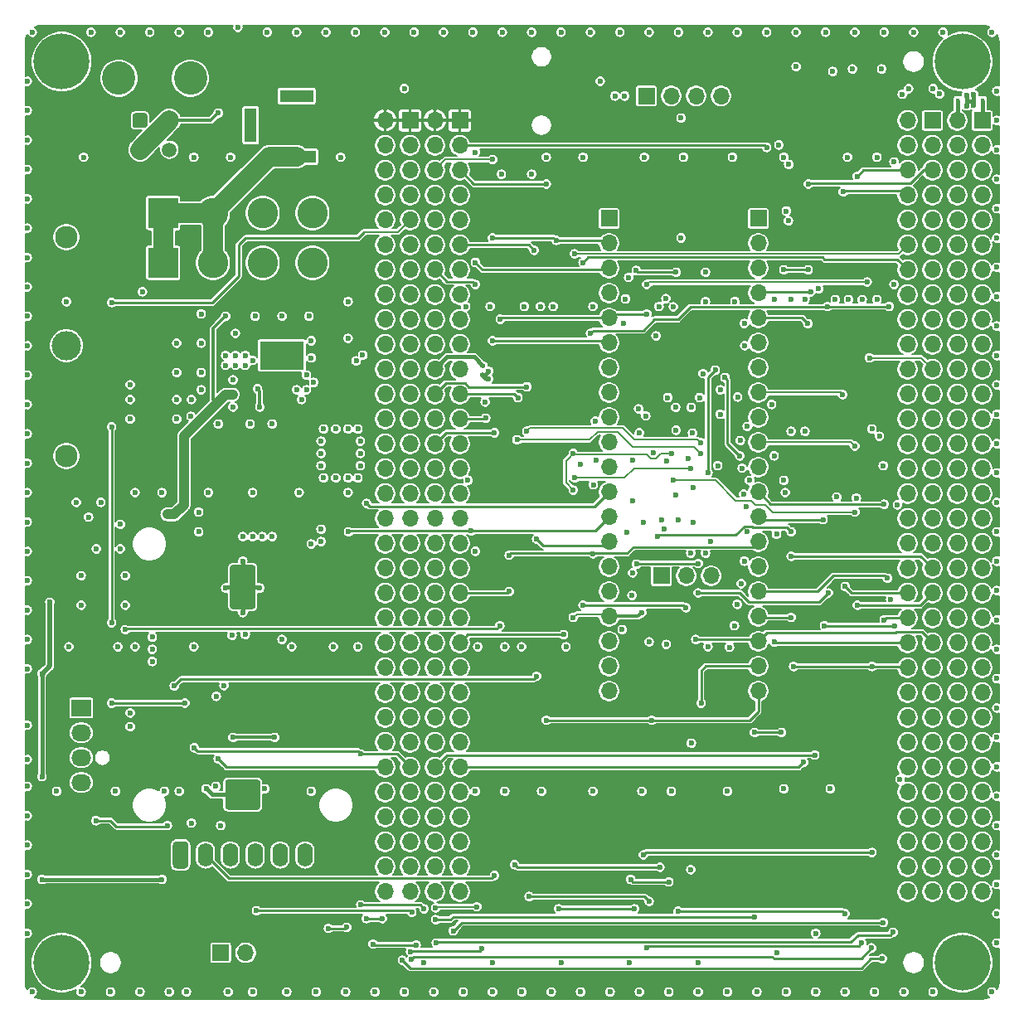
<source format=gbr>
%TF.GenerationSoftware,KiCad,Pcbnew,5.1.9-73d0e3b20d~88~ubuntu18.04.1*%
%TF.CreationDate,2020-12-31T09:15:49+01:00*%
%TF.ProjectId,frontpanel_dev_adapter,66726f6e-7470-4616-9e65-6c5f6465765f,r0.1*%
%TF.SameCoordinates,PX2faf080PY2faf080*%
%TF.FileFunction,Copper,L4,Bot*%
%TF.FilePolarity,Positive*%
%FSLAX46Y46*%
G04 Gerber Fmt 4.6, Leading zero omitted, Abs format (unit mm)*
G04 Created by KiCad (PCBNEW 5.1.9-73d0e3b20d~88~ubuntu18.04.1) date 2020-12-31 09:15:49*
%MOMM*%
%LPD*%
G01*
G04 APERTURE LIST*
%TA.AperFunction,ComponentPad*%
%ADD10C,3.100000*%
%TD*%
%TA.AperFunction,ComponentPad*%
%ADD11R,3.100000X3.100000*%
%TD*%
%TA.AperFunction,ComponentPad*%
%ADD12O,1.700000X1.700000*%
%TD*%
%TA.AperFunction,ComponentPad*%
%ADD13R,1.700000X1.700000*%
%TD*%
%TA.AperFunction,ComponentPad*%
%ADD14C,5.700000*%
%TD*%
%TA.AperFunction,ComponentPad*%
%ADD15C,0.600000*%
%TD*%
%TA.AperFunction,SMDPad,CuDef*%
%ADD16R,4.500000X2.950000*%
%TD*%
%TA.AperFunction,ComponentPad*%
%ADD17O,1.600000X2.400000*%
%TD*%
%TA.AperFunction,ComponentPad*%
%ADD18O,2.030000X1.730000*%
%TD*%
%TA.AperFunction,ComponentPad*%
%ADD19R,2.030000X1.730000*%
%TD*%
%TA.AperFunction,SMDPad,CuDef*%
%ADD20R,0.600000X0.400000*%
%TD*%
%TA.AperFunction,SMDPad,CuDef*%
%ADD21R,0.400000X0.600000*%
%TD*%
%TA.AperFunction,ComponentPad*%
%ADD22C,1.500000*%
%TD*%
%TA.AperFunction,ComponentPad*%
%ADD23C,3.410000*%
%TD*%
%TA.AperFunction,ComponentPad*%
%ADD24R,1.300000X3.500000*%
%TD*%
%TA.AperFunction,ComponentPad*%
%ADD25R,4.000000X1.300000*%
%TD*%
%TA.AperFunction,ComponentPad*%
%ADD26R,3.500000X1.300000*%
%TD*%
%TA.AperFunction,WasherPad*%
%ADD27C,3.000000*%
%TD*%
%TA.AperFunction,ComponentPad*%
%ADD28C,2.300000*%
%TD*%
%TA.AperFunction,ViaPad*%
%ADD29C,0.600000*%
%TD*%
%TA.AperFunction,Conductor*%
%ADD30C,0.400000*%
%TD*%
%TA.AperFunction,Conductor*%
%ADD31C,0.300000*%
%TD*%
%TA.AperFunction,Conductor*%
%ADD32C,0.500000*%
%TD*%
%TA.AperFunction,Conductor*%
%ADD33C,1.000000*%
%TD*%
%TA.AperFunction,Conductor*%
%ADD34C,2.000000*%
%TD*%
%TA.AperFunction,Conductor*%
%ADD35C,0.200000*%
%TD*%
%TA.AperFunction,Conductor*%
%ADD36C,0.250000*%
%TD*%
%TA.AperFunction,Conductor*%
%ADD37C,0.150000*%
%TD*%
%TA.AperFunction,Conductor*%
%ADD38C,0.100000*%
%TD*%
G04 APERTURE END LIST*
D10*
%TO.P,J202,4*%
%TO.N,GND*%
X29620000Y-24540000D03*
X29620000Y-19460000D03*
%TO.P,J202,3*%
X24540000Y-24540000D03*
X24540000Y-19460000D03*
%TO.P,J202,2*%
%TO.N,+VDC*%
X19460000Y-19460000D03*
X19460000Y-24540000D03*
D11*
%TO.P,J202,1*%
X14380000Y-19460000D03*
X14380000Y-24540000D03*
%TD*%
D12*
%TO.P,J304,2*%
%TO.N,Net-(J303-Pad2)*%
X22790000Y-95000000D03*
D13*
%TO.P,J304,1*%
%TO.N,Net-(J303-Pad1)*%
X20250000Y-95000000D03*
%TD*%
D12*
%TO.P,J505,3*%
%TO.N,VDD*%
X70330000Y-56500000D03*
%TO.P,J505,2*%
%TO.N,Net-(J505-Pad2)*%
X67790000Y-56500000D03*
D13*
%TO.P,J505,1*%
%TO.N,GND*%
X65250000Y-56500000D03*
%TD*%
D14*
%TO.P,H104,1*%
%TO.N,GND*%
X96000000Y-96000000D03*
%TD*%
%TO.P,H103,1*%
%TO.N,GND*%
X4000000Y-96000000D03*
%TD*%
%TO.P,H102,1*%
%TO.N,GND*%
X96000000Y-4000000D03*
%TD*%
%TO.P,H101,1*%
%TO.N,GND*%
X4000000Y-4000000D03*
%TD*%
D15*
%TO.P,U201,9*%
%TO.N,GND*%
X28300000Y-33400000D03*
X27200000Y-33400000D03*
X27200000Y-34600000D03*
X28300000Y-34600000D03*
X24700000Y-33400000D03*
X25900000Y-33400000D03*
X25900000Y-34600000D03*
X24700000Y-34600000D03*
D16*
X26500000Y-34000000D03*
%TD*%
D17*
%TO.P,RTC501,6*%
%TO.N,GND*%
X28850000Y-85000000D03*
%TO.P,RTC501,5*%
%TO.N,VDD*%
X26310000Y-85000000D03*
%TO.P,RTC501,4*%
%TO.N,I2C1_SDA*%
X23770000Y-85000000D03*
%TO.P,RTC501,3*%
%TO.N,I2C1_SCL*%
X21230000Y-85000000D03*
%TO.P,RTC501,2*%
%TO.N,~RTC_INTn~_SQW*%
X18690000Y-85000000D03*
%TO.P,RTC501,1*%
%TO.N,32k*%
%TA.AperFunction,ComponentPad*%
G36*
G01*
X16550000Y-86400000D02*
X15750000Y-86400000D01*
G75*
G02*
X15350000Y-86000000I0J400000D01*
G01*
X15350000Y-84000000D01*
G75*
G02*
X15750000Y-83600000I400000J0D01*
G01*
X16550000Y-83600000D01*
G75*
G02*
X16950000Y-84000000I0J-400000D01*
G01*
X16950000Y-86000000D01*
G75*
G02*
X16550000Y-86400000I-400000J0D01*
G01*
G37*
%TD.AperFunction*%
%TD*%
D18*
%TO.P,M401,4*%
%TO.N,Net-(M401-Pad4)*%
X6000000Y-77620000D03*
%TO.P,M401,3*%
%TO.N,Net-(M401-Pad3)*%
X6000000Y-75080000D03*
%TO.P,M401,2*%
%TO.N,Net-(C401-Pad2)*%
X6000000Y-72540000D03*
D19*
%TO.P,M401,1*%
%TO.N,GND*%
X6000000Y-70000000D03*
%TD*%
D20*
%TO.P,JP603,2*%
%TO.N,VDD*%
X47000000Y-35950000D03*
%TO.P,JP603,1*%
%TO.N,Net-(J601-Pad22)*%
X47000000Y-35050000D03*
%TD*%
D21*
%TO.P,JP602,2*%
%TO.N,VDD*%
X96400000Y-8000000D03*
%TO.P,JP602,1*%
%TO.N,Net-(J602-Pad2)*%
X95500000Y-8000000D03*
%TD*%
%TO.P,JP601,2*%
%TO.N,Net-(J602-Pad1)*%
X98050000Y-8000000D03*
%TO.P,JP601,1*%
%TO.N,VDD*%
X97150000Y-8000000D03*
%TD*%
D12*
%TO.P,J604,64*%
%TO.N,GND*%
X90380000Y-88740000D03*
%TO.P,J604,63*%
X92920000Y-88740000D03*
%TO.P,J604,62*%
%TO.N,/F429Discovery connection/PG2*%
X90380000Y-86200000D03*
%TO.P,J604,61*%
%TO.N,/F429Discovery connection/PG3*%
X92920000Y-86200000D03*
%TO.P,J604,60*%
%TO.N,/F429Discovery connection/PD14*%
X90380000Y-83660000D03*
%TO.P,J604,59*%
%TO.N,/F429Discovery connection/PD15*%
X92920000Y-83660000D03*
%TO.P,J604,58*%
%TO.N,/F429Discovery connection/PD12*%
X90380000Y-81120000D03*
%TO.P,J604,57*%
%TO.N,/F429Discovery connection/PD13*%
X92920000Y-81120000D03*
%TO.P,J604,56*%
%TO.N,/F429Discovery connection/PD10*%
X90380000Y-78580000D03*
%TO.P,J604,55*%
%TO.N,/F429Discovery connection/PD11*%
X92920000Y-78580000D03*
%TO.P,J604,54*%
%TO.N,/F429Discovery connection/PD8*%
X90380000Y-76040000D03*
%TO.P,J604,53*%
%TO.N,/F429Discovery connection/PD9*%
X92920000Y-76040000D03*
%TO.P,J604,52*%
%TO.N,/F429Discovery connection/PB14*%
X90380000Y-73500000D03*
%TO.P,J604,51*%
%TO.N,/F429Discovery connection/PB15*%
X92920000Y-73500000D03*
%TO.P,J604,50*%
%TO.N,/F429Discovery connection/PB12*%
X90380000Y-70960000D03*
%TO.P,J604,49*%
%TO.N,/F429Discovery connection/PB13*%
X92920000Y-70960000D03*
%TO.P,J604,48*%
%TO.N,/F429Discovery connection/PB10*%
X90380000Y-68420000D03*
%TO.P,J604,47*%
%TO.N,/F429Discovery connection/PB11*%
X92920000Y-68420000D03*
%TO.P,J604,46*%
%TO.N,~FP_ENC_SWn~*%
X90380000Y-65880000D03*
%TO.P,J604,45*%
%TO.N,/F429Discovery connection/PE15*%
X92920000Y-65880000D03*
%TO.P,J604,44*%
%TO.N,~FP_BTN_2An~*%
X90380000Y-63340000D03*
%TO.P,J604,43*%
%TO.N,~FP_BTN_2Bn~*%
X92920000Y-63340000D03*
%TO.P,J604,42*%
%TO.N,~FP_BTN_1An~*%
X90380000Y-60800000D03*
%TO.P,J604,41*%
%TO.N,~FP_BTN_1Bn~*%
X92920000Y-60800000D03*
%TO.P,J604,40*%
%TO.N,/F429Discovery connection/AUXUART7_TX*%
X90380000Y-58260000D03*
%TO.P,J604,39*%
%TO.N,~AUX_INTn~*%
X92920000Y-58260000D03*
%TO.P,J604,38*%
%TO.N,/F429Discovery connection/PG1*%
X90380000Y-55720000D03*
%TO.P,J604,37*%
%TO.N,/F429Discovery connection/AUXUART7_RX*%
X92920000Y-55720000D03*
%TO.P,J604,36*%
%TO.N,/F429Discovery connection/PF15*%
X90380000Y-53180000D03*
%TO.P,J604,35*%
%TO.N,/F429Discovery connection/PG0*%
X92920000Y-53180000D03*
%TO.P,J604,34*%
%TO.N,/F429Discovery connection/PF13*%
X90380000Y-50640000D03*
%TO.P,J604,33*%
%TO.N,/F429Discovery connection/PF14*%
X92920000Y-50640000D03*
%TO.P,J604,32*%
%TO.N,/F429Discovery connection/PF11*%
X90380000Y-48100000D03*
%TO.P,J604,31*%
%TO.N,/F429Discovery connection/PF12*%
X92920000Y-48100000D03*
%TO.P,J604,30*%
%TO.N,/F429Discovery connection/PB2*%
X90380000Y-45560000D03*
%TO.P,J604,29*%
%TO.N,GND*%
X92920000Y-45560000D03*
%TO.P,J604,28*%
%TO.N,/F429Discovery connection/PB0*%
X90380000Y-43020000D03*
%TO.P,J604,27*%
%TO.N,/F429Discovery connection/PB1*%
X92920000Y-43020000D03*
%TO.P,J604,26*%
%TO.N,/F429Discovery connection/PC4*%
X90380000Y-40480000D03*
%TO.P,J604,25*%
%TO.N,/F429Discovery connection/PC5*%
X92920000Y-40480000D03*
%TO.P,J604,24*%
%TO.N,/F429Discovery connection/PA6*%
X90380000Y-37940000D03*
%TO.P,J604,23*%
%TO.N,/F429Discovery connection/PA7*%
X92920000Y-37940000D03*
%TO.P,J604,22*%
%TO.N,/F429Discovery connection/PA4*%
X90380000Y-35400000D03*
%TO.P,J604,21*%
%TO.N,FAN1_RPM*%
X92920000Y-35400000D03*
%TO.P,J604,20*%
%TO.N,/F429Discovery connection/PA2*%
X90380000Y-32860000D03*
%TO.P,J604,19*%
%TO.N,/F429Discovery connection/PA3*%
X92920000Y-32860000D03*
%TO.P,J604,18*%
%TO.N,/F429Discovery connection/PA0*%
X90380000Y-30320000D03*
%TO.P,J604,17*%
%TO.N,/F429Discovery connection/PA1*%
X92920000Y-30320000D03*
%TO.P,J604,16*%
%TO.N,/F429Discovery connection/PC2*%
X90380000Y-27780000D03*
%TO.P,J604,15*%
%TO.N,HWID_MB*%
X92920000Y-27780000D03*
%TO.P,J604,14*%
%TO.N,HWID_FP*%
X90380000Y-25240000D03*
%TO.P,J604,13*%
%TO.N,/F429Discovery connection/PC1*%
X92920000Y-25240000D03*
%TO.P,J604,12*%
%TO.N,~RSTn~*%
X90380000Y-22700000D03*
%TO.P,J604,11*%
%TO.N,GND*%
X92920000Y-22700000D03*
%TO.P,J604,10*%
%TO.N,/F429Discovery connection/PH0*%
X90380000Y-20160000D03*
%TO.P,J604,9*%
%TO.N,/F429Discovery connection/PH1*%
X92920000Y-20160000D03*
%TO.P,J604,8*%
%TO.N,DISP_FLASH_MOSI*%
X90380000Y-17620000D03*
%TO.P,J604,7*%
%TO.N,/F429Discovery connection/PF10*%
X92920000Y-17620000D03*
%TO.P,J604,6*%
%TO.N,DISP_FLASH_SCK*%
X90380000Y-15080000D03*
%TO.P,J604,5*%
%TO.N,DISP_FLASH_MISO*%
X92920000Y-15080000D03*
%TO.P,J604,4*%
%TO.N,Net-(J604-Pad4)*%
X90380000Y-12540000D03*
%TO.P,J604,3*%
%TO.N,~DISP_CSn~*%
X92920000Y-12540000D03*
%TO.P,J604,2*%
%TO.N,Net-(J604-Pad2)*%
X90380000Y-10000000D03*
D13*
%TO.P,J604,1*%
%TO.N,Net-(J604-Pad1)*%
X92920000Y-10000000D03*
%TD*%
D12*
%TO.P,J603,64*%
%TO.N,GND*%
X37040000Y-88740000D03*
%TO.P,J603,63*%
X39580000Y-88740000D03*
%TO.P,J603,62*%
%TO.N,/F429Discovery connection/PG4*%
X37040000Y-86200000D03*
%TO.P,J603,61*%
%TO.N,/F429Discovery connection/PG5*%
X39580000Y-86200000D03*
%TO.P,J603,60*%
%TO.N,/F429Discovery connection/PG6*%
X37040000Y-83660000D03*
%TO.P,J603,59*%
%TO.N,/F429Discovery connection/PG7*%
X39580000Y-83660000D03*
%TO.P,J603,58*%
%TO.N,~FP_ENC2_SWn~*%
X37040000Y-81120000D03*
%TO.P,J603,57*%
%TO.N,/F429Discovery connection/PC6*%
X39580000Y-81120000D03*
%TO.P,J603,56*%
%TO.N,/F429Discovery connection/PC7*%
X37040000Y-78580000D03*
%TO.P,J603,55*%
%TO.N,/F429Discovery connection/PC8*%
X39580000Y-78580000D03*
%TO.P,J603,54*%
%TO.N,I2C1_SDA*%
X37040000Y-76040000D03*
%TO.P,J603,53*%
%TO.N,I2C1_SCL*%
X39580000Y-76040000D03*
%TO.P,J603,52*%
%TO.N,/F429Discovery connection/PA9*%
X37040000Y-73500000D03*
%TO.P,J603,51*%
%TO.N,/F429Discovery connection/PA10*%
X39580000Y-73500000D03*
%TO.P,J603,50*%
%TO.N,/F429Discovery connection/PA11*%
X37040000Y-70960000D03*
%TO.P,J603,49*%
%TO.N,/F429Discovery connection/PA12*%
X39580000Y-70960000D03*
%TO.P,J603,48*%
%TO.N,/F429Discovery connection/PA13*%
X37040000Y-68420000D03*
%TO.P,J603,47*%
%TO.N,/F429Discovery connection/PA14*%
X39580000Y-68420000D03*
%TO.P,J603,46*%
%TO.N,/F429Discovery connection/PA15*%
X37040000Y-65880000D03*
%TO.P,J603,45*%
%TO.N,/F429Discovery connection/PC10*%
X39580000Y-65880000D03*
%TO.P,J603,44*%
%TO.N,/F429Discovery connection/PC11*%
X37040000Y-63340000D03*
%TO.P,J603,43*%
%TO.N,DBGUART_TX*%
X39580000Y-63340000D03*
%TO.P,J603,42*%
%TO.N,/F429Discovery connection/PD0*%
X37040000Y-60800000D03*
%TO.P,J603,41*%
%TO.N,/F429Discovery connection/PD1*%
X39580000Y-60800000D03*
%TO.P,J603,40*%
%TO.N,/F429Discovery connection/PD2*%
X37040000Y-58260000D03*
%TO.P,J603,39*%
%TO.N,DBGUART_RX*%
X39580000Y-58260000D03*
%TO.P,J603,38*%
%TO.N,/F429Discovery connection/PD4*%
X37040000Y-55720000D03*
%TO.P,J603,37*%
%TO.N,/F429Discovery connection/PD5*%
X39580000Y-55720000D03*
%TO.P,J603,36*%
%TO.N,/F429Discovery connection/PD6*%
X37040000Y-53180000D03*
%TO.P,J603,35*%
%TO.N,/F429Discovery connection/PD7*%
X39580000Y-53180000D03*
%TO.P,J603,34*%
%TO.N,/F429Discovery connection/PG10*%
X37040000Y-50640000D03*
%TO.P,J603,33*%
%TO.N,/F429Discovery connection/PG9*%
X39580000Y-50640000D03*
%TO.P,J603,32*%
%TO.N,/F429Discovery connection/PG12*%
X37040000Y-48100000D03*
%TO.P,J603,31*%
%TO.N,/F429Discovery connection/PG11*%
X39580000Y-48100000D03*
%TO.P,J603,30*%
%TO.N,/F429Discovery connection/PG14*%
X37040000Y-45560000D03*
%TO.P,J603,29*%
%TO.N,/F429Discovery connection/PG13*%
X39580000Y-45560000D03*
%TO.P,J603,28*%
%TO.N,~RTC_INTn~_SQW*%
X37040000Y-43020000D03*
%TO.P,J603,27*%
%TO.N,/F429Discovery connection/PG15*%
X39580000Y-43020000D03*
%TO.P,J603,26*%
%TO.N,FP_ENC2_B*%
X37040000Y-40480000D03*
%TO.P,J603,25*%
%TO.N,FP_ENC2_A*%
X39580000Y-40480000D03*
%TO.P,J603,24*%
%TO.N,FP_ENC_B*%
X37040000Y-37940000D03*
%TO.P,J603,23*%
%TO.N,FP_ENC_A*%
X39580000Y-37940000D03*
%TO.P,J603,22*%
%TO.N,Net-(J603-Pad22)*%
X37040000Y-35400000D03*
%TO.P,J603,21*%
%TO.N,/F429Discovery connection/BOOT0*%
X39580000Y-35400000D03*
%TO.P,J603,20*%
%TO.N,/F429Discovery connection/PB9*%
X37040000Y-32860000D03*
%TO.P,J603,19*%
%TO.N,/F429Discovery connection/PB8*%
X39580000Y-32860000D03*
%TO.P,J603,18*%
%TO.N,/F429Discovery connection/PE1*%
X37040000Y-30320000D03*
%TO.P,J603,17*%
%TO.N,/F429Discovery connection/PE0*%
X39580000Y-30320000D03*
%TO.P,J603,16*%
%TO.N,/F429Discovery connection/PE3*%
X37040000Y-27780000D03*
%TO.P,J603,15*%
%TO.N,/F429Discovery connection/PE2*%
X39580000Y-27780000D03*
%TO.P,J603,14*%
%TO.N,PWRBTN_LED_PWM*%
X37040000Y-25240000D03*
%TO.P,J603,13*%
%TO.N,/F429Discovery connection/PE4*%
X39580000Y-25240000D03*
%TO.P,J603,12*%
%TO.N,/F429Discovery connection/PC13*%
X37040000Y-22700000D03*
%TO.P,J603,11*%
%TO.N,FAN1_PWM*%
X39580000Y-22700000D03*
%TO.P,J603,10*%
%TO.N,/F429Discovery connection/PC15*%
X37040000Y-20160000D03*
%TO.P,J603,9*%
%TO.N,32k*%
X39580000Y-20160000D03*
%TO.P,J603,8*%
%TO.N,/F429Discovery connection/PF1*%
X37040000Y-17620000D03*
%TO.P,J603,7*%
%TO.N,/F429Discovery connection/PF0*%
X39580000Y-17620000D03*
%TO.P,J603,6*%
%TO.N,AUX_BOOT0*%
X37040000Y-15080000D03*
%TO.P,J603,5*%
%TO.N,~SYS_RSTn~*%
X39580000Y-15080000D03*
%TO.P,J603,4*%
%TO.N,DISP_D~Cn~*%
X37040000Y-12540000D03*
%TO.P,J603,3*%
%TO.N,~FLASH_CSn~*%
X39580000Y-12540000D03*
%TO.P,J603,2*%
%TO.N,VMAIN*%
X37040000Y-10000000D03*
D13*
%TO.P,J603,1*%
X39580000Y-10000000D03*
%TD*%
D12*
%TO.P,J602,64*%
%TO.N,GND*%
X95460000Y-88740000D03*
%TO.P,J602,63*%
X98000000Y-88740000D03*
%TO.P,J602,62*%
%TO.N,/F429Discovery connection/PG2*%
X95460000Y-86200000D03*
%TO.P,J602,61*%
%TO.N,/F429Discovery connection/PG3*%
X98000000Y-86200000D03*
%TO.P,J602,60*%
%TO.N,/F429Discovery connection/PD14*%
X95460000Y-83660000D03*
%TO.P,J602,59*%
%TO.N,/F429Discovery connection/PD15*%
X98000000Y-83660000D03*
%TO.P,J602,58*%
%TO.N,/F429Discovery connection/PD12*%
X95460000Y-81120000D03*
%TO.P,J602,57*%
%TO.N,/F429Discovery connection/PD13*%
X98000000Y-81120000D03*
%TO.P,J602,56*%
%TO.N,/F429Discovery connection/PD10*%
X95460000Y-78580000D03*
%TO.P,J602,55*%
%TO.N,/F429Discovery connection/PD11*%
X98000000Y-78580000D03*
%TO.P,J602,54*%
%TO.N,/F429Discovery connection/PD8*%
X95460000Y-76040000D03*
%TO.P,J602,53*%
%TO.N,/F429Discovery connection/PD9*%
X98000000Y-76040000D03*
%TO.P,J602,52*%
%TO.N,/F429Discovery connection/PB14*%
X95460000Y-73500000D03*
%TO.P,J602,51*%
%TO.N,/F429Discovery connection/PB15*%
X98000000Y-73500000D03*
%TO.P,J602,50*%
%TO.N,/F429Discovery connection/PB12*%
X95460000Y-70960000D03*
%TO.P,J602,49*%
%TO.N,/F429Discovery connection/PB13*%
X98000000Y-70960000D03*
%TO.P,J602,48*%
%TO.N,/F429Discovery connection/PB10*%
X95460000Y-68420000D03*
%TO.P,J602,47*%
%TO.N,/F429Discovery connection/PB11*%
X98000000Y-68420000D03*
%TO.P,J602,46*%
%TO.N,~FP_ENC_SWn~*%
X95460000Y-65880000D03*
%TO.P,J602,45*%
%TO.N,/F429Discovery connection/PE15*%
X98000000Y-65880000D03*
%TO.P,J602,44*%
%TO.N,~FP_BTN_2An~*%
X95460000Y-63340000D03*
%TO.P,J602,43*%
%TO.N,~FP_BTN_2Bn~*%
X98000000Y-63340000D03*
%TO.P,J602,42*%
%TO.N,~FP_BTN_1An~*%
X95460000Y-60800000D03*
%TO.P,J602,41*%
%TO.N,~FP_BTN_1Bn~*%
X98000000Y-60800000D03*
%TO.P,J602,40*%
%TO.N,/F429Discovery connection/AUXUART7_TX*%
X95460000Y-58260000D03*
%TO.P,J602,39*%
%TO.N,~AUX_INTn~*%
X98000000Y-58260000D03*
%TO.P,J602,38*%
%TO.N,/F429Discovery connection/PG1*%
X95460000Y-55720000D03*
%TO.P,J602,37*%
%TO.N,/F429Discovery connection/AUXUART7_RX*%
X98000000Y-55720000D03*
%TO.P,J602,36*%
%TO.N,/F429Discovery connection/PF15*%
X95460000Y-53180000D03*
%TO.P,J602,35*%
%TO.N,/F429Discovery connection/PG0*%
X98000000Y-53180000D03*
%TO.P,J602,34*%
%TO.N,/F429Discovery connection/PF13*%
X95460000Y-50640000D03*
%TO.P,J602,33*%
%TO.N,/F429Discovery connection/PF14*%
X98000000Y-50640000D03*
%TO.P,J602,32*%
%TO.N,/F429Discovery connection/PF11*%
X95460000Y-48100000D03*
%TO.P,J602,31*%
%TO.N,/F429Discovery connection/PF12*%
X98000000Y-48100000D03*
%TO.P,J602,30*%
%TO.N,/F429Discovery connection/PB2*%
X95460000Y-45560000D03*
%TO.P,J602,29*%
%TO.N,GND*%
X98000000Y-45560000D03*
%TO.P,J602,28*%
%TO.N,/F429Discovery connection/PB0*%
X95460000Y-43020000D03*
%TO.P,J602,27*%
%TO.N,/F429Discovery connection/PB1*%
X98000000Y-43020000D03*
%TO.P,J602,26*%
%TO.N,/F429Discovery connection/PC4*%
X95460000Y-40480000D03*
%TO.P,J602,25*%
%TO.N,/F429Discovery connection/PC5*%
X98000000Y-40480000D03*
%TO.P,J602,24*%
%TO.N,/F429Discovery connection/PA6*%
X95460000Y-37940000D03*
%TO.P,J602,23*%
%TO.N,/F429Discovery connection/PA7*%
X98000000Y-37940000D03*
%TO.P,J602,22*%
%TO.N,/F429Discovery connection/PA4*%
X95460000Y-35400000D03*
%TO.P,J602,21*%
%TO.N,FAN1_RPM*%
X98000000Y-35400000D03*
%TO.P,J602,20*%
%TO.N,/F429Discovery connection/PA2*%
X95460000Y-32860000D03*
%TO.P,J602,19*%
%TO.N,/F429Discovery connection/PA3*%
X98000000Y-32860000D03*
%TO.P,J602,18*%
%TO.N,/F429Discovery connection/PA0*%
X95460000Y-30320000D03*
%TO.P,J602,17*%
%TO.N,/F429Discovery connection/PA1*%
X98000000Y-30320000D03*
%TO.P,J602,16*%
%TO.N,/F429Discovery connection/PC2*%
X95460000Y-27780000D03*
%TO.P,J602,15*%
%TO.N,HWID_MB*%
X98000000Y-27780000D03*
%TO.P,J602,14*%
%TO.N,HWID_FP*%
X95460000Y-25240000D03*
%TO.P,J602,13*%
%TO.N,/F429Discovery connection/PC1*%
X98000000Y-25240000D03*
%TO.P,J602,12*%
%TO.N,~RSTn~*%
X95460000Y-22700000D03*
%TO.P,J602,11*%
%TO.N,GND*%
X98000000Y-22700000D03*
%TO.P,J602,10*%
%TO.N,/F429Discovery connection/PH0*%
X95460000Y-20160000D03*
%TO.P,J602,9*%
%TO.N,/F429Discovery connection/PH1*%
X98000000Y-20160000D03*
%TO.P,J602,8*%
%TO.N,DISP_FLASH_MOSI*%
X95460000Y-17620000D03*
%TO.P,J602,7*%
%TO.N,/F429Discovery connection/PF10*%
X98000000Y-17620000D03*
%TO.P,J602,6*%
%TO.N,DISP_FLASH_SCK*%
X95460000Y-15080000D03*
%TO.P,J602,5*%
%TO.N,DISP_FLASH_MISO*%
X98000000Y-15080000D03*
%TO.P,J602,4*%
%TO.N,Net-(J602-Pad4)*%
X95460000Y-12540000D03*
%TO.P,J602,3*%
%TO.N,~DISP_CSn~*%
X98000000Y-12540000D03*
%TO.P,J602,2*%
%TO.N,Net-(J602-Pad2)*%
X95460000Y-10000000D03*
D13*
%TO.P,J602,1*%
%TO.N,Net-(J602-Pad1)*%
X98000000Y-10000000D03*
%TD*%
D12*
%TO.P,J601,64*%
%TO.N,GND*%
X42120000Y-88740000D03*
%TO.P,J601,63*%
X44660000Y-88740000D03*
%TO.P,J601,62*%
%TO.N,/F429Discovery connection/PG4*%
X42120000Y-86200000D03*
%TO.P,J601,61*%
%TO.N,/F429Discovery connection/PG5*%
X44660000Y-86200000D03*
%TO.P,J601,60*%
%TO.N,/F429Discovery connection/PG6*%
X42120000Y-83660000D03*
%TO.P,J601,59*%
%TO.N,/F429Discovery connection/PG7*%
X44660000Y-83660000D03*
%TO.P,J601,58*%
%TO.N,~FP_ENC2_SWn~*%
X42120000Y-81120000D03*
%TO.P,J601,57*%
%TO.N,/F429Discovery connection/PC6*%
X44660000Y-81120000D03*
%TO.P,J601,56*%
%TO.N,/F429Discovery connection/PC7*%
X42120000Y-78580000D03*
%TO.P,J601,55*%
%TO.N,/F429Discovery connection/PC8*%
X44660000Y-78580000D03*
%TO.P,J601,54*%
%TO.N,I2C1_SDA*%
X42120000Y-76040000D03*
%TO.P,J601,53*%
%TO.N,I2C1_SCL*%
X44660000Y-76040000D03*
%TO.P,J601,52*%
%TO.N,/F429Discovery connection/PA9*%
X42120000Y-73500000D03*
%TO.P,J601,51*%
%TO.N,/F429Discovery connection/PA10*%
X44660000Y-73500000D03*
%TO.P,J601,50*%
%TO.N,/F429Discovery connection/PA11*%
X42120000Y-70960000D03*
%TO.P,J601,49*%
%TO.N,/F429Discovery connection/PA12*%
X44660000Y-70960000D03*
%TO.P,J601,48*%
%TO.N,/F429Discovery connection/PA13*%
X42120000Y-68420000D03*
%TO.P,J601,47*%
%TO.N,/F429Discovery connection/PA14*%
X44660000Y-68420000D03*
%TO.P,J601,46*%
%TO.N,/F429Discovery connection/PA15*%
X42120000Y-65880000D03*
%TO.P,J601,45*%
%TO.N,/F429Discovery connection/PC10*%
X44660000Y-65880000D03*
%TO.P,J601,44*%
%TO.N,/F429Discovery connection/PC11*%
X42120000Y-63340000D03*
%TO.P,J601,43*%
%TO.N,DBGUART_TX*%
X44660000Y-63340000D03*
%TO.P,J601,42*%
%TO.N,/F429Discovery connection/PD0*%
X42120000Y-60800000D03*
%TO.P,J601,41*%
%TO.N,/F429Discovery connection/PD1*%
X44660000Y-60800000D03*
%TO.P,J601,40*%
%TO.N,/F429Discovery connection/PD2*%
X42120000Y-58260000D03*
%TO.P,J601,39*%
%TO.N,DBGUART_RX*%
X44660000Y-58260000D03*
%TO.P,J601,38*%
%TO.N,/F429Discovery connection/PD4*%
X42120000Y-55720000D03*
%TO.P,J601,37*%
%TO.N,/F429Discovery connection/PD5*%
X44660000Y-55720000D03*
%TO.P,J601,36*%
%TO.N,/F429Discovery connection/PD6*%
X42120000Y-53180000D03*
%TO.P,J601,35*%
%TO.N,/F429Discovery connection/PD7*%
X44660000Y-53180000D03*
%TO.P,J601,34*%
%TO.N,/F429Discovery connection/PG10*%
X42120000Y-50640000D03*
%TO.P,J601,33*%
%TO.N,/F429Discovery connection/PG9*%
X44660000Y-50640000D03*
%TO.P,J601,32*%
%TO.N,/F429Discovery connection/PG12*%
X42120000Y-48100000D03*
%TO.P,J601,31*%
%TO.N,/F429Discovery connection/PG11*%
X44660000Y-48100000D03*
%TO.P,J601,30*%
%TO.N,/F429Discovery connection/PG14*%
X42120000Y-45560000D03*
%TO.P,J601,29*%
%TO.N,/F429Discovery connection/PG13*%
X44660000Y-45560000D03*
%TO.P,J601,28*%
%TO.N,~RTC_INTn~_SQW*%
X42120000Y-43020000D03*
%TO.P,J601,27*%
%TO.N,/F429Discovery connection/PG15*%
X44660000Y-43020000D03*
%TO.P,J601,26*%
%TO.N,FP_ENC2_B*%
X42120000Y-40480000D03*
%TO.P,J601,25*%
%TO.N,FP_ENC2_A*%
X44660000Y-40480000D03*
%TO.P,J601,24*%
%TO.N,FP_ENC_B*%
X42120000Y-37940000D03*
%TO.P,J601,23*%
%TO.N,FP_ENC_A*%
X44660000Y-37940000D03*
%TO.P,J601,22*%
%TO.N,Net-(J601-Pad22)*%
X42120000Y-35400000D03*
%TO.P,J601,21*%
%TO.N,/F429Discovery connection/BOOT0*%
X44660000Y-35400000D03*
%TO.P,J601,20*%
%TO.N,/F429Discovery connection/PB9*%
X42120000Y-32860000D03*
%TO.P,J601,19*%
%TO.N,/F429Discovery connection/PB8*%
X44660000Y-32860000D03*
%TO.P,J601,18*%
%TO.N,/F429Discovery connection/PE1*%
X42120000Y-30320000D03*
%TO.P,J601,17*%
%TO.N,/F429Discovery connection/PE0*%
X44660000Y-30320000D03*
%TO.P,J601,16*%
%TO.N,/F429Discovery connection/PE3*%
X42120000Y-27780000D03*
%TO.P,J601,15*%
%TO.N,/F429Discovery connection/PE2*%
X44660000Y-27780000D03*
%TO.P,J601,14*%
%TO.N,PWRBTN_LED_PWM*%
X42120000Y-25240000D03*
%TO.P,J601,13*%
%TO.N,/F429Discovery connection/PE4*%
X44660000Y-25240000D03*
%TO.P,J601,12*%
%TO.N,/F429Discovery connection/PC13*%
X42120000Y-22700000D03*
%TO.P,J601,11*%
%TO.N,FAN1_PWM*%
X44660000Y-22700000D03*
%TO.P,J601,10*%
%TO.N,/F429Discovery connection/PC15*%
X42120000Y-20160000D03*
%TO.P,J601,9*%
%TO.N,32k*%
X44660000Y-20160000D03*
%TO.P,J601,8*%
%TO.N,/F429Discovery connection/PF1*%
X42120000Y-17620000D03*
%TO.P,J601,7*%
%TO.N,/F429Discovery connection/PF0*%
X44660000Y-17620000D03*
%TO.P,J601,6*%
%TO.N,AUX_BOOT0*%
X42120000Y-15080000D03*
%TO.P,J601,5*%
%TO.N,~SYS_RSTn~*%
X44660000Y-15080000D03*
%TO.P,J601,4*%
%TO.N,DISP_D~Cn~*%
X42120000Y-12540000D03*
%TO.P,J601,3*%
%TO.N,~FLASH_CSn~*%
X44660000Y-12540000D03*
%TO.P,J601,2*%
%TO.N,VMAIN*%
X42120000Y-10000000D03*
D13*
%TO.P,J601,1*%
X44660000Y-10000000D03*
%TD*%
D12*
%TO.P,J503,4*%
%TO.N,GND*%
X71330000Y-7500000D03*
%TO.P,J503,3*%
%TO.N,/MCU / Bluepill/SWCLK*%
X68790000Y-7500000D03*
%TO.P,J503,2*%
%TO.N,/MCU / Bluepill/SWDIO*%
X66250000Y-7500000D03*
D13*
%TO.P,J503,1*%
%TO.N,VDD*%
X63710000Y-7500000D03*
%TD*%
D12*
%TO.P,J502,20*%
%TO.N,~SYS_RSTn~*%
X75140000Y-68260000D03*
%TO.P,J502,19*%
%TO.N,~FP_BTN_2An~*%
X75140000Y-65720000D03*
%TO.P,J502,18*%
%TO.N,~FP_BTN_2Bn~*%
X75140000Y-63180000D03*
%TO.P,J502,17*%
%TO.N,~FP_ENC_SWn~*%
X75140000Y-60640000D03*
%TO.P,J502,16*%
%TO.N,~DISP_CSn~*%
X75140000Y-58100000D03*
%TO.P,J502,15*%
%TO.N,/MCU / Bluepill/PA9*%
X75140000Y-55560000D03*
%TO.P,J502,14*%
%TO.N,DBGUART_RX*%
X75140000Y-53020000D03*
%TO.P,J502,13*%
%TO.N,~FP_BTN_1Bn~*%
X75140000Y-50480000D03*
%TO.P,J502,12*%
%TO.N,~FP_BTN_1An~*%
X75140000Y-47940000D03*
%TO.P,J502,11*%
%TO.N,~FLASH_CSn~*%
X75140000Y-45400000D03*
%TO.P,J502,10*%
%TO.N,DISP_FLASH_SCK*%
X75140000Y-42860000D03*
%TO.P,J502,9*%
%TO.N,DISP_FLASH_MISO*%
X75140000Y-40320000D03*
%TO.P,J502,8*%
%TO.N,DISP_FLASH_MOSI*%
X75140000Y-37780000D03*
%TO.P,J502,7*%
%TO.N,FP_ENC_A*%
X75140000Y-35240000D03*
%TO.P,J502,6*%
%TO.N,FP_ENC_B*%
X75140000Y-32700000D03*
%TO.P,J502,5*%
%TO.N,I2C1_SCL*%
X75140000Y-30160000D03*
%TO.P,J502,4*%
%TO.N,I2C1_SDA*%
X75140000Y-27620000D03*
%TO.P,J502,3*%
%TO.N,Net-(D501-Pad2)*%
X75140000Y-25080000D03*
%TO.P,J502,2*%
%TO.N,GND*%
X75140000Y-22540000D03*
D13*
%TO.P,J502,1*%
%TO.N,VDD*%
X75140000Y-20000000D03*
%TD*%
D12*
%TO.P,J501,20*%
%TO.N,GND*%
X59900000Y-68260000D03*
%TO.P,J501,19*%
X59900000Y-65720000D03*
%TO.P,J501,18*%
%TO.N,VDD*%
X59900000Y-63180000D03*
%TO.P,J501,17*%
%TO.N,~RSTn~*%
X59900000Y-60640000D03*
%TO.P,J501,16*%
%TO.N,/F429Discovery connection/AUXUART7_RX*%
X59900000Y-58100000D03*
%TO.P,J501,15*%
%TO.N,/MCU / Bluepill/USART3_TX*%
X59900000Y-55560000D03*
%TO.P,J501,14*%
%TO.N,FAN1_PWM*%
X59900000Y-53020000D03*
%TO.P,J501,13*%
%TO.N,PWRBTN_LED_PWM*%
X59900000Y-50480000D03*
%TO.P,J501,12*%
%TO.N,DISP_D~Cn~*%
X59900000Y-47940000D03*
%TO.P,J501,11*%
%TO.N,HWID_FP*%
X59900000Y-45400000D03*
%TO.P,J501,10*%
%TO.N,HWID_MB*%
X59900000Y-42860000D03*
%TO.P,J501,9*%
%TO.N,/MCU / Bluepill/PA4*%
X59900000Y-40320000D03*
%TO.P,J501,8*%
%TO.N,/MCU / Bluepill/PA3*%
X59900000Y-37780000D03*
%TO.P,J501,7*%
%TO.N,~AUX_INTn~*%
X59900000Y-35240000D03*
%TO.P,J501,6*%
%TO.N,~RTC_INTn~_SQW*%
X59900000Y-32700000D03*
%TO.P,J501,5*%
%TO.N,FAN1_RPM*%
X59900000Y-30160000D03*
%TO.P,J501,4*%
%TO.N,/MCU / Bluepill/PC15*%
X59900000Y-27620000D03*
%TO.P,J501,3*%
%TO.N,32k*%
X59900000Y-25080000D03*
%TO.P,J501,2*%
%TO.N,AUX_BOOT0*%
X59900000Y-22540000D03*
D13*
%TO.P,J501,1*%
%TO.N,VDD*%
X59900000Y-20000000D03*
%TD*%
D22*
%TO.P,J203,4*%
%TO.N,GND*%
X15000000Y-13000000D03*
%TO.P,J203,3*%
%TO.N,+VDC*%
X12000000Y-13000000D03*
%TO.P,J203,2*%
X15000000Y-10000000D03*
%TO.P,J203,1*%
%TO.N,GND*%
%TA.AperFunction,ComponentPad*%
G36*
G01*
X11250000Y-10500000D02*
X11250000Y-9500000D01*
G75*
G02*
X11500000Y-9250000I250000J0D01*
G01*
X12500000Y-9250000D01*
G75*
G02*
X12750000Y-9500000I0J-250000D01*
G01*
X12750000Y-10500000D01*
G75*
G02*
X12500000Y-10750000I-250000J0D01*
G01*
X11500000Y-10750000D01*
G75*
G02*
X11250000Y-10500000I0J250000D01*
G01*
G37*
%TD.AperFunction*%
D23*
%TO.P,J203,MP*%
X17150000Y-5680000D03*
X9850000Y-5680000D03*
%TD*%
D24*
%TO.P,J201,3*%
%TO.N,GND*%
X23300000Y-10500000D03*
D25*
%TO.P,J201,1*%
%TO.N,+VDC*%
X28000000Y-13700000D03*
D26*
%TO.P,J201,2*%
%TO.N,GND*%
X28000000Y-7500000D03*
%TD*%
D27*
%TO.P,F201,*%
%TO.N,*%
X4500000Y-33000000D03*
D28*
%TO.P,F201,2*%
%TO.N,Net-(F201-Pad2)*%
X4500000Y-44250000D03*
%TO.P,F201,1*%
%TO.N,+VDC*%
X4500000Y-21900000D03*
%TD*%
%TO.P,BT501,1*%
%TO.N,+BATT*%
%TA.AperFunction,SMDPad,CuDef*%
G36*
G01*
X21010000Y-77300000D02*
X23990000Y-77300000D01*
G75*
G02*
X24300000Y-77610000I0J-310000D01*
G01*
X24300000Y-80090000D01*
G75*
G02*
X23990000Y-80400000I-310000J0D01*
G01*
X21010000Y-80400000D01*
G75*
G02*
X20700000Y-80090000I0J310000D01*
G01*
X20700000Y-77610000D01*
G75*
G02*
X21010000Y-77300000I310000J0D01*
G01*
G37*
%TD.AperFunction*%
%TO.P,BT501,2*%
%TO.N,GND*%
%TA.AperFunction,SMDPad,CuDef*%
G36*
G01*
X21460000Y-55400000D02*
X23540000Y-55400000D01*
G75*
G02*
X23800000Y-55660000I0J-260000D01*
G01*
X23800000Y-59640000D01*
G75*
G02*
X23540000Y-59900000I-260000J0D01*
G01*
X21460000Y-59900000D01*
G75*
G02*
X21200000Y-59640000I0J260000D01*
G01*
X21200000Y-55660000D01*
G75*
G02*
X21460000Y-55400000I260000J0D01*
G01*
G37*
%TD.AperFunction*%
%TD*%
D29*
%TO.N,+BATT*%
X18750000Y-78250000D03*
%TO.N,GND*%
X500000Y-81000000D03*
X500000Y-78000000D03*
X500000Y-75250000D03*
X500000Y-71750000D03*
X500000Y-66000000D03*
X500000Y-63000000D03*
X500000Y-60000000D03*
X500000Y-57000000D03*
X500000Y-54000000D03*
X500000Y-51000000D03*
X500000Y-48000000D03*
X500000Y-45000000D03*
X500000Y-42000000D03*
X500000Y-39000000D03*
X500000Y-36000000D03*
X500000Y-33000000D03*
X500000Y-30000000D03*
X500000Y-27000000D03*
X500000Y-24000000D03*
X500000Y-21000000D03*
X500000Y-18000000D03*
X500000Y-15000000D03*
X500000Y-12000000D03*
X500000Y-9000000D03*
X500000Y-6000000D03*
X62925000Y-39450000D03*
X63661237Y-40175000D03*
X66740000Y-41640000D03*
X68290000Y-39300000D03*
X66700000Y-39300000D03*
X62300000Y-44700000D03*
X63400000Y-51000000D03*
X62300000Y-48800000D03*
X61700000Y-52100000D03*
X62300000Y-56200000D03*
X72200000Y-63800000D03*
X72700000Y-61600000D03*
X73000000Y-59400000D03*
X73400000Y-57300000D03*
X73700000Y-55000000D03*
X74000000Y-52000000D03*
X73900000Y-49400000D03*
X73650000Y-48150000D03*
X68425000Y-41925000D03*
X65250000Y-50750000D03*
X66750000Y-48250000D03*
X73025000Y-38250000D03*
X73300000Y-42700000D03*
X74000000Y-41250000D03*
X73700000Y-30725000D03*
X61900000Y-26025000D03*
X61575000Y-28225000D03*
X61375000Y-30700000D03*
X71250000Y-37500000D03*
X73750000Y-33000000D03*
X69500000Y-35850000D03*
X64700000Y-32000000D03*
X68500000Y-47500000D03*
X73500000Y-45500000D03*
X70000000Y-63750000D03*
X68500000Y-51000000D03*
X70250000Y-53000000D03*
X67000000Y-50750000D03*
X30750000Y-41500000D03*
X34250000Y-41500000D03*
X34500000Y-45250000D03*
X34250000Y-46500000D03*
X30750000Y-46500000D03*
X30500000Y-45250000D03*
X32000000Y-41500000D03*
X33250000Y-41500000D03*
X33250000Y-46500000D03*
X32000000Y-46500000D03*
X30500000Y-44000000D03*
X34500000Y-44000000D03*
X30500000Y-42750000D03*
X34500000Y-42750000D03*
X29000000Y-36000000D03*
X29000000Y-37500000D03*
X28500000Y-38500000D03*
X28000000Y-37500000D03*
X29750000Y-36750000D03*
X22750000Y-34000000D03*
X21750000Y-35000000D03*
X20750000Y-35000000D03*
X21750000Y-34000000D03*
X11000000Y-38500000D03*
X11000000Y-40500000D03*
X21500000Y-39250000D03*
X20000000Y-41000000D03*
X23250000Y-41000000D03*
X25500000Y-41000000D03*
X26500000Y-30000000D03*
X23750000Y-30000000D03*
X29250000Y-30000000D03*
X20750000Y-34000000D03*
X22750000Y-35000000D03*
X23500000Y-34500000D03*
X15750000Y-35750000D03*
X18250000Y-35750000D03*
X18250000Y-32750000D03*
X15750000Y-32750000D03*
X11000000Y-37000000D03*
X17250000Y-38500000D03*
X15750000Y-40500000D03*
X15750000Y-38500000D03*
X29500000Y-32500000D03*
X29500000Y-34250000D03*
X18250000Y-37500000D03*
X21500000Y-36500000D03*
X21750000Y-31750000D03*
X10000000Y-51250000D03*
X10000000Y-53750000D03*
X6000000Y-56500000D03*
X10500000Y-56500000D03*
X10500000Y-59500000D03*
X6000000Y-59500000D03*
X6750000Y-50500000D03*
X5500000Y-49000000D03*
X8000000Y-49000000D03*
X22500000Y-55000000D03*
X22500000Y-60250000D03*
X24250000Y-57750000D03*
X20750000Y-57750000D03*
X71250000Y-40000000D03*
X71000000Y-45250000D03*
X72750000Y-28500000D03*
X69750000Y-28500000D03*
X69750000Y-25500000D03*
X67250000Y-22000000D03*
X67250000Y-9750000D03*
X62250000Y-58500000D03*
X61250000Y-62000000D03*
X68000000Y-44500000D03*
X65750000Y-44750000D03*
X7547990Y-53750000D03*
X58600000Y-44700000D03*
X58300000Y-47200000D03*
X57000000Y-45100000D03*
X58500000Y-40700000D03*
X41000000Y-96000000D03*
X48000000Y-96000000D03*
X55000000Y-96000000D03*
X62000000Y-96000000D03*
X66000000Y-99000000D03*
X69000000Y-96000000D03*
X77000000Y-95000000D03*
X81000000Y-99000000D03*
X81000000Y-93000000D03*
X68250000Y-86500000D03*
X68300000Y-73600000D03*
X76500000Y-39000000D03*
X76750000Y-44250000D03*
X78500000Y-41750000D03*
X79900000Y-41750000D03*
X77900000Y-48000000D03*
X81300000Y-27200000D03*
X7000000Y-1000000D03*
X1000000Y-1000000D03*
X10000000Y-1000000D03*
X13000000Y-1000000D03*
X16000000Y-1000000D03*
X19000000Y-1000000D03*
X22000000Y-500000D03*
X25000000Y-1000000D03*
X28000000Y-1000000D03*
X31000000Y-1000000D03*
X34000000Y-1000000D03*
X37000000Y-1000000D03*
X40000000Y-1000000D03*
X43000000Y-1000000D03*
X46000000Y-1000000D03*
X49000000Y-1000000D03*
X52000000Y-1000000D03*
X55000000Y-1000000D03*
X58000000Y-1000000D03*
X61000000Y-1000000D03*
X64000000Y-1000000D03*
X67000000Y-1000000D03*
X70000000Y-1000000D03*
X73000000Y-1000000D03*
X76000000Y-1000000D03*
X79000000Y-1000000D03*
X82000000Y-1000000D03*
X85000000Y-1000000D03*
X88000000Y-1000000D03*
X91000000Y-1000000D03*
X94000000Y-1000000D03*
X99000000Y-1000000D03*
X99500000Y-10000000D03*
X99500000Y-13000000D03*
X99500000Y-16000000D03*
X99500000Y-19000000D03*
X99500000Y-25000000D03*
X99500000Y-28000000D03*
X99500000Y-31000000D03*
X99500000Y-34000000D03*
X99500000Y-37000000D03*
X99500000Y-40000000D03*
X99500000Y-43000000D03*
X99500000Y-46000000D03*
X99500000Y-49000000D03*
X99500000Y-52000000D03*
X99500000Y-55000000D03*
X99500000Y-58000000D03*
X99500000Y-61000000D03*
X99500000Y-64000000D03*
X99500000Y-67000000D03*
X99500000Y-70000000D03*
X99500000Y-73000000D03*
X99500000Y-76000000D03*
X99500000Y-79000000D03*
X99500000Y-82000000D03*
X99500000Y-85000000D03*
X99500000Y-88000000D03*
X99500000Y-22000000D03*
X99500000Y-7000000D03*
X99500000Y-91000000D03*
X99500000Y-94000000D03*
X99000000Y-99000000D03*
X93000000Y-99000000D03*
X90000000Y-99000000D03*
X87000000Y-99000000D03*
X84000000Y-99000000D03*
X78000000Y-99000000D03*
X75000000Y-99000000D03*
X72000000Y-99000000D03*
X69000000Y-99000000D03*
X63000000Y-99000000D03*
X60000000Y-99000000D03*
X57000000Y-99000000D03*
X54000000Y-99000000D03*
X51000000Y-99000000D03*
X48000000Y-99000000D03*
X45000000Y-99000000D03*
X42000000Y-99000000D03*
X39000000Y-99000000D03*
X36000000Y-99000000D03*
X33000000Y-99000000D03*
X30000000Y-99000000D03*
X27000000Y-99000000D03*
X23500000Y-99000000D03*
X21000000Y-99000000D03*
X16750000Y-99000000D03*
X15000000Y-99000000D03*
X12000000Y-99000000D03*
X9000000Y-99000000D03*
X6000000Y-99000000D03*
X1000000Y-99000000D03*
X500000Y-93000000D03*
X500000Y-90000000D03*
X500000Y-87000000D03*
X500000Y-84000000D03*
X49250000Y-78500000D03*
X46250000Y-78500000D03*
X53000000Y-78500000D03*
X58250000Y-78500000D03*
X63250000Y-78500000D03*
X66250000Y-78500000D03*
X72000000Y-78500000D03*
X77750000Y-78250000D03*
X82500000Y-78250000D03*
X89600000Y-77300000D03*
X29500000Y-78500000D03*
X24750000Y-78250000D03*
X19750000Y-78000000D03*
X16000000Y-78500000D03*
X14500000Y-78500000D03*
X9500000Y-78500000D03*
X3500000Y-78500000D03*
X65750000Y-63500000D03*
X55500000Y-63750000D03*
X50975000Y-63750000D03*
X49250000Y-63750000D03*
X46500000Y-63750000D03*
X34250000Y-63750000D03*
X31750000Y-63750000D03*
X27500000Y-63750000D03*
X17500000Y-63750000D03*
X11500000Y-63750000D03*
X9750000Y-63750000D03*
X4750000Y-63750000D03*
X11500000Y-48000000D03*
X14250000Y-48000000D03*
X19000000Y-48000000D03*
X23500000Y-48000000D03*
X28250000Y-48000000D03*
X33250000Y-48000000D03*
X45500000Y-46750000D03*
X46250000Y-54000000D03*
X47250000Y-38750000D03*
X77000000Y-52250000D03*
X83150000Y-48450000D03*
X85150000Y-48550000D03*
X89350000Y-49250000D03*
X88650000Y-58900000D03*
X4500000Y-28500000D03*
X12250000Y-27500000D03*
X18250000Y-29750000D03*
X33250000Y-32250000D03*
X33250000Y-28500000D03*
X45250000Y-29000000D03*
X47750000Y-29000000D03*
X51250000Y-29000000D03*
X52900000Y-29000000D03*
X54200000Y-29000000D03*
X58250000Y-29000000D03*
X65000000Y-29000000D03*
X76750000Y-28250000D03*
X78500000Y-28250000D03*
X79900000Y-28300000D03*
X83000000Y-28300000D03*
X84350000Y-28300000D03*
X85750000Y-28300000D03*
X87250000Y-28300000D03*
X89000000Y-26750000D03*
X6250000Y-13750000D03*
X17500000Y-13750000D03*
X21250000Y-13750000D03*
X32500000Y-13750000D03*
X46250000Y-13250000D03*
X48900000Y-15500000D03*
X53500000Y-13750000D03*
X57250000Y-13750000D03*
X63500000Y-13750000D03*
X67500000Y-13750000D03*
X72500000Y-13750000D03*
X77250000Y-12500000D03*
X84250000Y-13750000D03*
X87250000Y-13750000D03*
X89000000Y-14250000D03*
X18000000Y-52000000D03*
X18000000Y-50000000D03*
X17219504Y-40219504D03*
%TO.N,Net-(C201-Pad2)*%
X24250000Y-39250000D03*
X24000000Y-37400000D03*
%TO.N,VIN*%
X19875000Y-38875000D03*
X20750000Y-30000000D03*
X2800000Y-59200000D03*
X14250000Y-87500000D03*
X1999994Y-66500000D03*
X2000000Y-87500000D03*
X2000000Y-77000000D03*
X21500000Y-38000000D03*
X19250000Y-39500000D03*
X14775004Y-50225000D03*
X16500000Y-49250010D03*
X16500000Y-48000000D03*
%TO.N,VMAIN*%
X12500000Y-41500000D03*
X69000000Y-21250000D03*
X14500000Y-41500000D03*
X11500000Y-42000000D03*
X14500000Y-40500000D03*
X11250000Y-32750000D03*
X11250000Y-35750000D03*
X12250000Y-35750000D03*
X12250000Y-32750000D03*
X13250000Y-32750000D03*
X13250000Y-35750000D03*
X12500000Y-40500000D03*
X11500000Y-44000000D03*
X11500000Y-46000000D03*
X12500000Y-46500000D03*
X13500000Y-46500000D03*
X14500000Y-46500000D03*
X30500000Y-28500000D03*
X31250000Y-29250000D03*
X14100000Y-38700000D03*
X13500000Y-41500000D03*
X13500000Y-40500000D03*
X13275004Y-36875000D03*
X17000000Y-54750000D03*
X17250000Y-55500000D03*
X18750000Y-55500000D03*
X35500000Y-6750000D03*
X1300000Y-71200000D03*
X15000000Y-90500000D03*
X76750000Y-87250000D03*
X76000000Y-88000000D03*
X76700000Y-88800000D03*
X71000000Y-21250000D03*
X69800000Y-20200000D03*
%TO.N,+VDC*%
X20000000Y-9250000D03*
%TO.N,VDD*%
X97150000Y-7375000D03*
X97150000Y-8475000D03*
X96425000Y-7400000D03*
X96400000Y-8500000D03*
X90500000Y-6750000D03*
X93000000Y-6750000D03*
X89850000Y-7325000D03*
X93650000Y-7300000D03*
X34075000Y-34550000D03*
X34750000Y-33975000D03*
X78000000Y-19250000D03*
X63000000Y-41900000D03*
X69150000Y-38300000D03*
X65900000Y-38300000D03*
X30500000Y-51750000D03*
X30500000Y-53000000D03*
X29500000Y-53250000D03*
X39000000Y-6750000D03*
X11000000Y-70500000D03*
X11000000Y-71900000D03*
X22750000Y-62500000D03*
X21405000Y-62595000D03*
X26500000Y-63000000D03*
X13250000Y-62750000D03*
X13250000Y-64000000D03*
X13250000Y-65250000D03*
X20250000Y-82000000D03*
X17250000Y-81750000D03*
X87750000Y-4750000D03*
X84750000Y-4750000D03*
X82750000Y-5000000D03*
X79000000Y-4500000D03*
X77750000Y-13750000D03*
X78250000Y-14500000D03*
X77750000Y-46750000D03*
X86750000Y-41500000D03*
X87499970Y-42250000D03*
X74250000Y-46750000D03*
X65500000Y-51750000D03*
X59000000Y-6000000D03*
X52000000Y-15500000D03*
X60500000Y-7500000D03*
X61500000Y-7500000D03*
X66462500Y-29037500D03*
X65700002Y-28200000D03*
X69750000Y-54197990D03*
X68250000Y-54197990D03*
X64000000Y-63250000D03*
X78222990Y-20250000D03*
X20577831Y-67697990D03*
X19789923Y-68802010D03*
X47599968Y-36400000D03*
X47600000Y-35600000D03*
X87900000Y-45250000D03*
X64450000Y-43900000D03*
X25500000Y-52500000D03*
X24500000Y-52500000D03*
X23500000Y-52500000D03*
X22500000Y-52500000D03*
%TO.N,~RSTn~*%
X63250000Y-60250000D03*
X56250000Y-47750000D03*
X56250000Y-60750000D03*
X56367001Y-23617001D03*
X56250000Y-44000000D03*
X66250000Y-44000000D03*
%TO.N,~FP_BTN_1An~*%
X44000000Y-92750000D03*
X87999994Y-61000000D03*
X88000000Y-49200000D03*
X87900000Y-91900000D03*
%TO.N,~FP_BTN_1Bn~*%
X42250000Y-94000000D03*
X81750000Y-50750000D03*
X81900000Y-61600000D03*
X88900000Y-92900000D03*
X89099976Y-61600000D03*
%TO.N,~DISP_CSn~*%
X74750000Y-91302000D03*
X74750000Y-72500000D03*
X77500000Y-72500000D03*
X42200000Y-91600004D03*
X88329021Y-56750000D03*
%TO.N,~FP_ENC2_SWn~*%
X46400000Y-90300000D03*
X42200000Y-90400000D03*
%TO.N,I2C1_SCL*%
X41000000Y-90500000D03*
X80197990Y-30750000D03*
X17555000Y-74055000D03*
X34547990Y-74700000D03*
X34547990Y-90100000D03*
X79750000Y-75550000D03*
%TO.N,FP_ENC2_B*%
X40200000Y-94200000D03*
X35800006Y-94100000D03*
%TO.N,I2C1_SDA*%
X80500000Y-27500000D03*
X39750000Y-90849990D03*
X23900000Y-90700000D03*
X80900000Y-74800000D03*
X20000000Y-75200000D03*
%TO.N,FP_ENC2_A*%
X46900000Y-94600000D03*
X47300004Y-40400000D03*
X39640331Y-94859669D03*
%TO.N,DISP_FLASH_MOSI*%
X83750000Y-38000022D03*
X39700000Y-95700000D03*
X83800000Y-17300000D03*
X86700000Y-94500000D03*
%TO.N,DISP_FLASH_SCK*%
X85000000Y-43250000D03*
X38800000Y-95750000D03*
X85250000Y-15700000D03*
X87800000Y-95600000D03*
%TO.N,DISP_D~Cn~*%
X36750000Y-91500000D03*
X35099988Y-91500000D03*
X35147990Y-49100000D03*
%TO.N,~FP_BTN_2An~*%
X69302000Y-69500000D03*
X76750000Y-63250000D03*
%TO.N,~FP_BTN_2Bn~*%
X68750000Y-63000000D03*
%TO.N,HWID_FP*%
X57250000Y-59500000D03*
X67750000Y-59750000D03*
X57250000Y-24500000D03*
%TO.N,/F429Discovery connection/AUXUART7_TX*%
X66947990Y-90750000D03*
X84000000Y-91000000D03*
X84009991Y-57600000D03*
%TO.N,/F429Discovery connection/AUXUART7_RX*%
X66000000Y-87750000D03*
X78500000Y-54500000D03*
X78500000Y-52000000D03*
X62100000Y-87500000D03*
X64813004Y-52468993D03*
%TO.N,FP_ENC_A*%
X69250004Y-44000000D03*
X50500000Y-42600000D03*
X50600000Y-38300000D03*
X65100000Y-86250000D03*
X50250000Y-86000000D03*
%TO.N,~SYS_RSTn~*%
X64250000Y-71250000D03*
X53500000Y-71250000D03*
X53500000Y-16500000D03*
%TO.N,FP_ENC_B*%
X64000000Y-89750000D03*
X51750000Y-89250000D03*
X51500000Y-41750000D03*
X69250000Y-42896426D03*
X51500000Y-37200000D03*
%TO.N,~AUX_INTn~*%
X63750000Y-94500000D03*
X85250000Y-59500000D03*
X66500000Y-46750000D03*
X85000000Y-50000000D03*
X85700000Y-94000000D03*
%TO.N,~FP_ENC_SWn~*%
X86750000Y-65750000D03*
X86750000Y-84750000D03*
X78750000Y-65750000D03*
X78500000Y-60750000D03*
X63400000Y-85000000D03*
%TO.N,AUX_BOOT0*%
X54500000Y-22250000D03*
X48000000Y-14000000D03*
X48000000Y-22000000D03*
X62500000Y-90500000D03*
X54750000Y-90500008D03*
X66750000Y-25500000D03*
X62680002Y-25319998D03*
%TO.N,/MCU / Bluepill/USART3_TX*%
X69000000Y-58250000D03*
X69000000Y-55250000D03*
X82302010Y-58250000D03*
X62700003Y-55299997D03*
%TO.N,FAN1_PWM*%
X52250000Y-23250000D03*
X52500000Y-52750000D03*
X7500000Y-81500000D03*
X52500000Y-66750000D03*
X15500000Y-67750000D03*
X14800000Y-81999986D03*
%TO.N,PWRBTN_LED_PWM*%
X31250000Y-92500000D03*
X45832001Y-51917999D03*
X46250000Y-26750000D03*
X33100000Y-92400000D03*
X33300000Y-52000000D03*
%TO.N,HWID_MB*%
X88500000Y-29000000D03*
X58000000Y-31750000D03*
X82200000Y-29000006D03*
%TO.N,~RTC_INTn~_SQW*%
X48000000Y-32500000D03*
X48199992Y-41900000D03*
X48200000Y-87100000D03*
%TO.N,FAN1_RPM*%
X86250000Y-26500000D03*
X86500000Y-34250000D03*
X63750000Y-29750000D03*
X63750000Y-26750000D03*
X10500000Y-62000000D03*
X48800000Y-30300000D03*
X48752010Y-61600000D03*
%TO.N,32k*%
X46250000Y-24500000D03*
X9100000Y-41300000D03*
X9099999Y-28599999D03*
X9099990Y-61300000D03*
X9100010Y-69500000D03*
X16600000Y-69500000D03*
%TO.N,/MCU / Bluepill/PA9*%
X68249980Y-45500000D03*
X56400000Y-46500000D03*
%TO.N,DBGUART_RX*%
X58250000Y-54250000D03*
X49700002Y-54400002D03*
X49700000Y-58100000D03*
%TO.N,~FLASH_CSn~*%
X76000000Y-12750000D03*
%TO.N,DISP_FLASH_MISO*%
X80250000Y-16500000D03*
X77750000Y-25250000D03*
X80222999Y-25250000D03*
%TO.N,/MCU / Bluepill/SWCLK*%
X73250000Y-44249998D03*
X71750000Y-36250000D03*
%TO.N,/MCU / Bluepill/SWDIO*%
X70000000Y-46000012D03*
X70750000Y-35500000D03*
%TO.N,DBGUART_TX*%
X55252010Y-62500000D03*
%TO.N,/MCU / Bluepill/PwrGood*%
X25750000Y-73000000D03*
X21500016Y-73000000D03*
%TD*%
D30*
%TO.N,+BATT*%
X22500000Y-78850000D02*
X19350000Y-78850000D01*
X19350000Y-78850000D02*
X18750000Y-78250000D01*
%TO.N,GND*%
X22500000Y-57650000D02*
X22500000Y-55000000D01*
X22500000Y-57650000D02*
X22500000Y-60250000D01*
X22500000Y-57650000D02*
X24150000Y-57650000D01*
X24150000Y-57650000D02*
X24250000Y-57750000D01*
X22500000Y-57650000D02*
X20850000Y-57650000D01*
X20850000Y-57650000D02*
X20750000Y-57750000D01*
D31*
%TO.N,Net-(C201-Pad2)*%
X24250000Y-39250000D02*
X24250000Y-37650000D01*
X24250000Y-37650000D02*
X24000000Y-37400000D01*
%TO.N,VIN*%
X19500000Y-31250000D02*
X20750000Y-30000000D01*
X19875000Y-38875000D02*
X19500000Y-38500000D01*
X19500000Y-38500000D02*
X19500000Y-31250000D01*
D32*
X2800000Y-65699994D02*
X1999994Y-66500000D01*
X2800000Y-59200000D02*
X2800000Y-65699994D01*
D30*
X13825736Y-87500000D02*
X2000000Y-87500000D01*
X14250000Y-87500000D02*
X13825736Y-87500000D01*
X1999994Y-66500000D02*
X1999994Y-76999994D01*
X1999994Y-76999994D02*
X2000000Y-77000000D01*
D33*
X20750000Y-38000000D02*
X21500000Y-38000000D01*
X19875000Y-38875000D02*
X20750000Y-38000000D01*
X19875000Y-38875000D02*
X16500000Y-42250000D01*
X16500000Y-42250000D02*
X16500000Y-48000000D01*
X16500000Y-48000000D02*
X16500000Y-49250010D01*
X15525010Y-50225000D02*
X16500000Y-49250010D01*
X14775004Y-50225000D02*
X15525010Y-50225000D01*
D34*
%TO.N,+VDC*%
X25220000Y-13700000D02*
X19460000Y-19460000D01*
X28000000Y-13700000D02*
X25220000Y-13700000D01*
X19460000Y-19460000D02*
X19460000Y-24540000D01*
X14380000Y-24540000D02*
X14380000Y-19460000D01*
X19460000Y-19460000D02*
X14380000Y-19460000D01*
X15000000Y-10000000D02*
X12000000Y-13000000D01*
D31*
X15000000Y-10000000D02*
X19250000Y-10000000D01*
X19250000Y-10000000D02*
X20000000Y-9250000D01*
D30*
%TO.N,VDD*%
X97150000Y-8000000D02*
X97150000Y-7375000D01*
X97150000Y-8000000D02*
X97150000Y-8475000D01*
X97150000Y-8000000D02*
X96400000Y-8000000D01*
X96400000Y-8000000D02*
X96400000Y-7425000D01*
X96400000Y-7425000D02*
X96425000Y-7400000D01*
X96400000Y-8000000D02*
X96400000Y-8500000D01*
D32*
X47450000Y-36400000D02*
X47599968Y-36400000D01*
X47000000Y-35950000D02*
X47450000Y-36400000D01*
D30*
X47000000Y-35950000D02*
X47250000Y-35950000D01*
X47250000Y-35950000D02*
X47600000Y-35600000D01*
D31*
%TO.N,~RSTn~*%
X59900000Y-60640000D02*
X62860000Y-60640000D01*
X62860000Y-60640000D02*
X63250000Y-60250000D01*
D35*
X56250000Y-44000000D02*
X55750000Y-44500000D01*
X55750000Y-44500000D02*
X55500000Y-44750000D01*
X55500000Y-44750000D02*
X55500000Y-47000000D01*
X55500000Y-47000000D02*
X56250000Y-47750000D01*
X89462999Y-23617001D02*
X56367001Y-23617001D01*
X90380000Y-22700000D02*
X89462999Y-23617001D01*
X65200000Y-44000000D02*
X66250000Y-44000000D01*
X64175000Y-44500000D02*
X64700000Y-44500000D01*
X63775000Y-44100000D02*
X64175000Y-44500000D01*
X56250000Y-44000000D02*
X56350000Y-44100000D01*
X64700000Y-44500000D02*
X65200000Y-44000000D01*
X56350000Y-44100000D02*
X63775000Y-44100000D01*
X59660000Y-60400000D02*
X59900000Y-60640000D01*
X56250000Y-60750000D02*
X56600000Y-60400000D01*
X56600000Y-60400000D02*
X59660000Y-60400000D01*
D36*
%TO.N,~FP_BTN_1An~*%
X90380000Y-60800000D02*
X88199994Y-60800000D01*
X88199994Y-60800000D02*
X87999994Y-61000000D01*
X75140000Y-47940000D02*
X76400000Y-49200000D01*
X76400000Y-49200000D02*
X88000000Y-49200000D01*
X44000000Y-92750000D02*
X44850000Y-91900000D01*
X44850000Y-91900000D02*
X87900000Y-91900000D01*
%TO.N,~FP_BTN_1Bn~*%
X81900000Y-61600000D02*
X89099976Y-61600000D01*
X84600000Y-93900000D02*
X85300000Y-93200000D01*
X88600000Y-93200000D02*
X88900000Y-92900000D01*
X85300000Y-93200000D02*
X88600000Y-93200000D01*
X42250000Y-94000000D02*
X42350000Y-93900000D01*
X42350000Y-93900000D02*
X84600000Y-93900000D01*
X81700000Y-50800000D02*
X81750000Y-50750000D01*
X75140000Y-50480000D02*
X75460000Y-50800000D01*
X75460000Y-50800000D02*
X81700000Y-50800000D01*
%TO.N,~DISP_CSn~*%
X74750000Y-72500000D02*
X77500000Y-72500000D01*
X42200004Y-91600000D02*
X42200000Y-91600004D01*
X43700000Y-91600000D02*
X42200004Y-91600000D01*
X74750000Y-91302000D02*
X43998000Y-91302000D01*
X43998000Y-91302000D02*
X43700000Y-91600000D01*
X88079021Y-56500000D02*
X88329021Y-56750000D01*
X82800000Y-56500000D02*
X88079021Y-56500000D01*
X81200000Y-58100000D02*
X82800000Y-56500000D01*
X75140000Y-58100000D02*
X81200000Y-58100000D01*
D35*
%TO.N,~FP_ENC2_SWn~*%
X46400000Y-90300000D02*
X42300000Y-90300000D01*
X42300000Y-90300000D02*
X42200000Y-90400000D01*
D36*
%TO.N,I2C1_SCL*%
X40600000Y-90100000D02*
X34547990Y-90100000D01*
X38240000Y-74700000D02*
X34547990Y-74700000D01*
X41000000Y-90500000D02*
X40600000Y-90100000D01*
X39580000Y-76040000D02*
X38240000Y-74700000D01*
X34247990Y-74400000D02*
X34547990Y-74700000D01*
X17555000Y-74055000D02*
X17900000Y-74400000D01*
X17900000Y-74400000D02*
X34247990Y-74400000D01*
X44660000Y-76040000D02*
X79260000Y-76040000D01*
X79260000Y-76040000D02*
X79750000Y-75550000D01*
X75140000Y-30160000D02*
X79607990Y-30160000D01*
X79607990Y-30160000D02*
X80197990Y-30750000D01*
%TO.N,FP_ENC2_B*%
X35900006Y-94200000D02*
X35800006Y-94100000D01*
X40200000Y-94200000D02*
X35900006Y-94200000D01*
%TO.N,I2C1_SDA*%
X75260000Y-27500000D02*
X75140000Y-27620000D01*
X80500000Y-27500000D02*
X75260000Y-27500000D01*
X39750000Y-90849990D02*
X39600010Y-90700000D01*
X39600010Y-90700000D02*
X23900000Y-90700000D01*
X42120000Y-76040000D02*
X43360000Y-74800000D01*
X43360000Y-74800000D02*
X80900000Y-74800000D01*
X20840000Y-76040000D02*
X20000000Y-75200000D01*
X37040000Y-76040000D02*
X20840000Y-76040000D01*
%TO.N,FP_ENC2_A*%
X47220004Y-40480000D02*
X47300004Y-40400000D01*
X44660000Y-40480000D02*
X47220004Y-40480000D01*
X39700000Y-94800000D02*
X39640331Y-94859669D01*
X46900000Y-94600000D02*
X46700000Y-94800000D01*
X46700000Y-94800000D02*
X39700000Y-94800000D01*
D35*
%TO.N,DISP_FLASH_MOSI*%
X75140000Y-37780000D02*
X83529978Y-37780000D01*
X83529978Y-37780000D02*
X83750000Y-38000022D01*
D36*
X83900000Y-17200000D02*
X83800000Y-17300000D01*
X90380000Y-17620000D02*
X89960000Y-17200000D01*
X89960000Y-17200000D02*
X83900000Y-17200000D01*
X39700000Y-95700000D02*
X40000000Y-95400000D01*
X76735039Y-95552001D02*
X85647999Y-95552001D01*
X76583038Y-95400000D02*
X76735039Y-95552001D01*
X40000000Y-95400000D02*
X76583038Y-95400000D01*
X85647999Y-95552001D02*
X86700000Y-94500000D01*
D35*
%TO.N,DISP_FLASH_SCK*%
X84610000Y-42860000D02*
X85000000Y-43250000D01*
X75140000Y-42860000D02*
X84610000Y-42860000D01*
D36*
X85870000Y-15080000D02*
X85250000Y-15700000D01*
X90380000Y-15080000D02*
X85870000Y-15080000D01*
X86600000Y-95600000D02*
X87800000Y-95600000D01*
X85647999Y-96552001D02*
X86600000Y-95600000D01*
X38800000Y-95750000D02*
X39602001Y-96552001D01*
X39602001Y-96552001D02*
X85647999Y-96552001D01*
%TO.N,DISP_D~Cn~*%
X36750000Y-91500000D02*
X35099988Y-91500000D01*
X35447991Y-49400001D02*
X35147990Y-49100000D01*
X59900000Y-47940000D02*
X58439999Y-49400001D01*
X58439999Y-49400001D02*
X35447991Y-49400001D01*
%TO.N,~FP_BTN_2An~*%
X69780000Y-65720000D02*
X75140000Y-65720000D01*
X69302000Y-69500000D02*
X69302000Y-66198000D01*
X69302000Y-66198000D02*
X69780000Y-65720000D01*
X90380000Y-63340000D02*
X76840000Y-63340000D01*
X76840000Y-63340000D02*
X76750000Y-63250000D01*
%TO.N,~FP_BTN_2Bn~*%
X74960000Y-63000000D02*
X75140000Y-63180000D01*
X68750000Y-63000000D02*
X74960000Y-63000000D01*
X89210990Y-62237999D02*
X89112975Y-62336014D01*
X75983986Y-62336014D02*
X75140000Y-63180000D01*
X91817999Y-62237999D02*
X89210990Y-62237999D01*
X92920000Y-63340000D02*
X91817999Y-62237999D01*
X89112975Y-62336014D02*
X75983986Y-62336014D01*
%TO.N,HWID_FP*%
X67500000Y-59500000D02*
X67750000Y-59750000D01*
X57250000Y-59500000D02*
X67500000Y-59500000D01*
X81677999Y-23977999D02*
X57772001Y-23977999D01*
X57772001Y-23977999D02*
X57250000Y-24500000D01*
X81900000Y-24200000D02*
X81677999Y-23977999D01*
X90380000Y-25240000D02*
X89340000Y-24200000D01*
X89340000Y-24200000D02*
X81900000Y-24200000D01*
%TO.N,/F429Discovery connection/AUXUART7_TX*%
X83750000Y-90750000D02*
X84000000Y-91000000D01*
X66947990Y-90750000D02*
X83750000Y-90750000D01*
X84669991Y-58260000D02*
X84009991Y-57600000D01*
X90380000Y-58260000D02*
X84669991Y-58260000D01*
%TO.N,/F429Discovery connection/AUXUART7_RX*%
X92920000Y-55720000D02*
X91700000Y-54500000D01*
X91700000Y-54500000D02*
X89750000Y-54500000D01*
X89750000Y-54500000D02*
X78500000Y-54500000D01*
X66000000Y-87750000D02*
X62350000Y-87750000D01*
X62350000Y-87750000D02*
X62100000Y-87500000D01*
X74477037Y-51447999D02*
X73735039Y-51447999D01*
X72830869Y-52352169D02*
X64929828Y-52352169D01*
X74611039Y-51582001D02*
X74477037Y-51447999D01*
X78082001Y-51582001D02*
X74611039Y-51582001D01*
X78500000Y-52000000D02*
X78082001Y-51582001D01*
X73735039Y-51447999D02*
X72830869Y-52352169D01*
X64929828Y-52352169D02*
X64813004Y-52468993D01*
%TO.N,FP_ENC_A*%
X44660000Y-37940000D02*
X50240000Y-37940000D01*
X50240000Y-37940000D02*
X50600000Y-38300000D01*
D35*
X57900000Y-42600000D02*
X50500000Y-42600000D01*
X60782999Y-41782999D02*
X58717001Y-41782999D01*
X62300000Y-43300000D02*
X60782999Y-41782999D01*
X58717001Y-41782999D02*
X57900000Y-42600000D01*
X69250004Y-44000000D02*
X68550004Y-43300000D01*
X68550004Y-43300000D02*
X62300000Y-43300000D01*
D36*
X65100000Y-86250000D02*
X50500000Y-86250000D01*
X50500000Y-86250000D02*
X50250000Y-86000000D01*
%TO.N,~SYS_RSTn~*%
X74250000Y-71250000D02*
X64250000Y-71250000D01*
X75140000Y-68260000D02*
X75140000Y-70360000D01*
X75140000Y-70360000D02*
X74250000Y-71250000D01*
X64250000Y-71250000D02*
X53500000Y-71250000D01*
X46080000Y-16500000D02*
X44660000Y-15080000D01*
X53500000Y-16500000D02*
X46080000Y-16500000D01*
%TO.N,FP_ENC_B*%
X63500000Y-89250000D02*
X51750000Y-89250000D01*
X64000000Y-89750000D02*
X63500000Y-89250000D01*
D35*
X68950001Y-42596427D02*
X69250000Y-42896426D01*
X62508022Y-42596427D02*
X68950001Y-42596427D01*
X61311595Y-41400000D02*
X62508022Y-42596427D01*
X51500000Y-41750000D02*
X51850000Y-41400000D01*
X51850000Y-41400000D02*
X61311595Y-41400000D01*
D36*
X45550962Y-37200000D02*
X51500000Y-37200000D01*
X45188961Y-36837999D02*
X45550962Y-37200000D01*
X43222001Y-36837999D02*
X45188961Y-36837999D01*
X42120000Y-37940000D02*
X43222001Y-36837999D01*
%TO.N,~AUX_INTn~*%
X91680000Y-59500000D02*
X85250000Y-59500000D01*
X92920000Y-58260000D02*
X91680000Y-59500000D01*
X63750000Y-94500000D02*
X63950001Y-94299999D01*
X63950001Y-94299999D02*
X85400001Y-94299999D01*
X85400001Y-94299999D02*
X85700000Y-94000000D01*
D35*
X76601091Y-50000000D02*
X85000000Y-50000000D01*
X66500000Y-46750000D02*
X70750000Y-46750000D01*
X70750000Y-46750000D02*
X72800000Y-48800000D01*
X72800000Y-48800000D02*
X74406038Y-48800000D01*
X74406038Y-48800000D02*
X74856038Y-49250000D01*
X74856038Y-49250000D02*
X75851091Y-49250000D01*
X75851091Y-49250000D02*
X76601091Y-50000000D01*
D36*
%TO.N,~FP_ENC_SWn~*%
X90250000Y-65750000D02*
X90380000Y-65880000D01*
X86750000Y-65750000D02*
X90250000Y-65750000D01*
X86750000Y-65750000D02*
X78750000Y-65750000D01*
X75250000Y-60750000D02*
X75140000Y-60640000D01*
X78500000Y-60750000D02*
X75250000Y-60750000D01*
X86750000Y-84750000D02*
X63650000Y-84750000D01*
X63650000Y-84750000D02*
X63400000Y-85000000D01*
%TO.N,AUX_BOOT0*%
X59610000Y-22250000D02*
X59900000Y-22540000D01*
X54500000Y-22250000D02*
X59610000Y-22250000D01*
D35*
X42120000Y-15080000D02*
X43200000Y-14000000D01*
X43200000Y-14000000D02*
X48000000Y-14000000D01*
X54250000Y-22000000D02*
X54500000Y-22250000D01*
D36*
X48000000Y-22000000D02*
X54250000Y-22000000D01*
X62500000Y-90500000D02*
X54750008Y-90500000D01*
X54750008Y-90500000D02*
X54750000Y-90500008D01*
X62860004Y-25500000D02*
X62680002Y-25319998D01*
X66750000Y-25500000D02*
X62860004Y-25500000D01*
%TO.N,/MCU / Bluepill/USART3_TX*%
X69000000Y-58250000D02*
X69000000Y-58250000D01*
X73250000Y-58250000D02*
X74202001Y-59202001D01*
X74202001Y-59202001D02*
X81350009Y-59202001D01*
X69000000Y-58250000D02*
X73250000Y-58250000D01*
X81350009Y-59202001D02*
X82302010Y-58250000D01*
X62750000Y-55250000D02*
X62700003Y-55299997D01*
X69000000Y-55250000D02*
X62750000Y-55250000D01*
%TO.N,FAN1_PWM*%
X44660000Y-22700000D02*
X51700000Y-22700000D01*
X51700000Y-22700000D02*
X52250000Y-23250000D01*
X52500000Y-66750000D02*
X52200001Y-67049999D01*
X52200001Y-67049999D02*
X16200001Y-67049999D01*
X16200001Y-67049999D02*
X15500000Y-67750000D01*
X59520000Y-53400000D02*
X59900000Y-53020000D01*
X52500000Y-52750000D02*
X53150000Y-53400000D01*
X53150000Y-53400000D02*
X59520000Y-53400000D01*
X14699986Y-82100000D02*
X14800000Y-81999986D01*
X9600000Y-82100000D02*
X14699986Y-82100000D01*
X7500000Y-81500000D02*
X9000000Y-81500000D01*
X9000000Y-81500000D02*
X9600000Y-82100000D01*
%TO.N,PWRBTN_LED_PWM*%
X58462001Y-51917999D02*
X59900000Y-50480000D01*
X45832001Y-51917999D02*
X58462001Y-51917999D01*
X43330001Y-26450001D02*
X42120000Y-25240000D01*
X45950001Y-26450001D02*
X43330001Y-26450001D01*
X46250000Y-26750000D02*
X45950001Y-26450001D01*
X31250000Y-92500000D02*
X33000000Y-92500000D01*
X33000000Y-92500000D02*
X33100000Y-92400000D01*
X45832001Y-51917999D02*
X33382001Y-51917999D01*
X33382001Y-51917999D02*
X33300000Y-52000000D01*
%TO.N,HWID_MB*%
X68197999Y-29052001D02*
X82148005Y-29052001D01*
X88500000Y-29000000D02*
X82200006Y-29000000D01*
X82200006Y-29000000D02*
X82200000Y-29000006D01*
X64541519Y-30291519D02*
X66958481Y-30291519D01*
X66958481Y-30291519D02*
X68197999Y-29052001D01*
X63383037Y-31450001D02*
X64541519Y-30291519D01*
X58299999Y-31450001D02*
X63383037Y-31450001D01*
X82148005Y-29052001D02*
X82200000Y-29000006D01*
X58000000Y-31750000D02*
X58299999Y-31450001D01*
%TO.N,~RTC_INTn~_SQW*%
X48000000Y-32500000D02*
X59700000Y-32500000D01*
X59700000Y-32500000D02*
X59900000Y-32700000D01*
X43240000Y-41900000D02*
X48199992Y-41900000D01*
X42120000Y-43020000D02*
X43240000Y-41900000D01*
X21089999Y-87399999D02*
X47900001Y-87399999D01*
X47900001Y-87399999D02*
X48200000Y-87100000D01*
X18690000Y-85000000D02*
X21089999Y-87399999D01*
D35*
%TO.N,FAN1_RPM*%
X91770000Y-34250000D02*
X86500000Y-34250000D01*
X92920000Y-35400000D02*
X91770000Y-34250000D01*
D36*
X59900000Y-30160000D02*
X60310000Y-29750000D01*
X60310000Y-29750000D02*
X63750000Y-29750000D01*
D35*
X86250000Y-26500000D02*
X64000000Y-26500000D01*
X64000000Y-26500000D02*
X63750000Y-26750000D01*
D36*
X59900000Y-30160000D02*
X48940000Y-30160000D01*
X48940000Y-30160000D02*
X48800000Y-30300000D01*
X10597999Y-61902001D02*
X48450009Y-61902001D01*
X48450009Y-61902001D02*
X48752010Y-61600000D01*
X10500000Y-62000000D02*
X10597999Y-61902001D01*
%TO.N,32k*%
X47000000Y-25250000D02*
X46250000Y-24500000D01*
X59900000Y-25080000D02*
X59730000Y-25250000D01*
X59730000Y-25250000D02*
X47000000Y-25250000D01*
D35*
X38340000Y-21400000D02*
X34900000Y-21400000D01*
X39580000Y-20160000D02*
X38340000Y-21400000D01*
D36*
X19400001Y-28599999D02*
X9099999Y-28599999D01*
X22100000Y-25900000D02*
X19400001Y-28599999D01*
X22100000Y-22700000D02*
X22100000Y-25900000D01*
X22800000Y-22000000D02*
X22100000Y-22700000D01*
X34900000Y-21400000D02*
X34300000Y-22000000D01*
X34300000Y-22000000D02*
X22800000Y-22000000D01*
X9100000Y-61299990D02*
X9099990Y-61300000D01*
X9100000Y-41300000D02*
X9100000Y-61299990D01*
X9100010Y-69500000D02*
X16200000Y-69500000D01*
X16200000Y-69500000D02*
X16600000Y-69500000D01*
D35*
%TO.N,/MCU / Bluepill/PA9*%
X68249980Y-45500000D02*
X62500000Y-45500000D01*
X61500000Y-46500000D02*
X56400000Y-46500000D01*
X62500000Y-45500000D02*
X61500000Y-46500000D01*
D36*
%TO.N,DBGUART_RX*%
X44660000Y-58260000D02*
X49540000Y-58260000D01*
X49540000Y-58260000D02*
X49700000Y-58100000D01*
X49900004Y-54200000D02*
X49700002Y-54400002D01*
X61743480Y-54200000D02*
X49900004Y-54200000D01*
X62391479Y-53552001D02*
X61743480Y-54200000D01*
X75140000Y-53020000D02*
X74607999Y-53552001D01*
X74607999Y-53552001D02*
X62391479Y-53552001D01*
%TO.N,~FLASH_CSn~*%
X44660000Y-12540000D02*
X75790000Y-12540000D01*
X75790000Y-12540000D02*
X76000000Y-12750000D01*
%TO.N,DISP_FLASH_MISO*%
X92920000Y-15080000D02*
X92020000Y-15080000D01*
X92020000Y-15080000D02*
X90700000Y-16400000D01*
X90700000Y-16400000D02*
X90600000Y-16400000D01*
X90600000Y-16400000D02*
X80350000Y-16400000D01*
X80350000Y-16400000D02*
X80250000Y-16500000D01*
X77750000Y-25250000D02*
X80222999Y-25250000D01*
%TO.N,/MCU / Bluepill/SWCLK*%
X71999984Y-36499984D02*
X71750000Y-36250000D01*
X71999984Y-42999982D02*
X71999984Y-36499984D01*
X73250000Y-44249998D02*
X71999984Y-42999982D01*
%TO.N,/MCU / Bluepill/SWDIO*%
X70000000Y-36250000D02*
X70750000Y-35500000D01*
X70000000Y-46000012D02*
X70000000Y-36250000D01*
%TO.N,DBGUART_TX*%
X44660000Y-63340000D02*
X45500000Y-62500000D01*
X45500000Y-62500000D02*
X55252010Y-62500000D01*
D30*
%TO.N,Net-(J601-Pad22)*%
X47000000Y-35050000D02*
X46100000Y-34150000D01*
X43370000Y-34150000D02*
X42120000Y-35400000D01*
X46100000Y-34150000D02*
X43370000Y-34150000D01*
%TO.N,Net-(J602-Pad2)*%
X95500000Y-9960000D02*
X95460000Y-10000000D01*
X95500000Y-8000000D02*
X95500000Y-9960000D01*
%TO.N,Net-(J602-Pad1)*%
X98050000Y-9950000D02*
X98000000Y-10000000D01*
X98050000Y-8000000D02*
X98050000Y-9950000D01*
D31*
%TO.N,/MCU / Bluepill/PwrGood*%
X25750000Y-73000000D02*
X21500016Y-73000000D01*
%TD*%
D37*
%TO.N,VMAIN*%
X21447097Y-332279D02*
X21425000Y-443367D01*
X21425000Y-556633D01*
X21447097Y-667721D01*
X21490442Y-772365D01*
X21553368Y-866541D01*
X21633459Y-946632D01*
X21727635Y-1009558D01*
X21832279Y-1052903D01*
X21943367Y-1075000D01*
X22056633Y-1075000D01*
X22167721Y-1052903D01*
X22272365Y-1009558D01*
X22366541Y-946632D01*
X22369806Y-943367D01*
X24425000Y-943367D01*
X24425000Y-1056633D01*
X24447097Y-1167721D01*
X24490442Y-1272365D01*
X24553368Y-1366541D01*
X24633459Y-1446632D01*
X24727635Y-1509558D01*
X24832279Y-1552903D01*
X24943367Y-1575000D01*
X25056633Y-1575000D01*
X25167721Y-1552903D01*
X25272365Y-1509558D01*
X25366541Y-1446632D01*
X25446632Y-1366541D01*
X25509558Y-1272365D01*
X25552903Y-1167721D01*
X25575000Y-1056633D01*
X25575000Y-943367D01*
X27425000Y-943367D01*
X27425000Y-1056633D01*
X27447097Y-1167721D01*
X27490442Y-1272365D01*
X27553368Y-1366541D01*
X27633459Y-1446632D01*
X27727635Y-1509558D01*
X27832279Y-1552903D01*
X27943367Y-1575000D01*
X28056633Y-1575000D01*
X28167721Y-1552903D01*
X28272365Y-1509558D01*
X28366541Y-1446632D01*
X28446632Y-1366541D01*
X28509558Y-1272365D01*
X28552903Y-1167721D01*
X28575000Y-1056633D01*
X28575000Y-943367D01*
X30425000Y-943367D01*
X30425000Y-1056633D01*
X30447097Y-1167721D01*
X30490442Y-1272365D01*
X30553368Y-1366541D01*
X30633459Y-1446632D01*
X30727635Y-1509558D01*
X30832279Y-1552903D01*
X30943367Y-1575000D01*
X31056633Y-1575000D01*
X31167721Y-1552903D01*
X31272365Y-1509558D01*
X31366541Y-1446632D01*
X31446632Y-1366541D01*
X31509558Y-1272365D01*
X31552903Y-1167721D01*
X31575000Y-1056633D01*
X31575000Y-943367D01*
X33425000Y-943367D01*
X33425000Y-1056633D01*
X33447097Y-1167721D01*
X33490442Y-1272365D01*
X33553368Y-1366541D01*
X33633459Y-1446632D01*
X33727635Y-1509558D01*
X33832279Y-1552903D01*
X33943367Y-1575000D01*
X34056633Y-1575000D01*
X34167721Y-1552903D01*
X34272365Y-1509558D01*
X34366541Y-1446632D01*
X34446632Y-1366541D01*
X34509558Y-1272365D01*
X34552903Y-1167721D01*
X34575000Y-1056633D01*
X34575000Y-943367D01*
X36425000Y-943367D01*
X36425000Y-1056633D01*
X36447097Y-1167721D01*
X36490442Y-1272365D01*
X36553368Y-1366541D01*
X36633459Y-1446632D01*
X36727635Y-1509558D01*
X36832279Y-1552903D01*
X36943367Y-1575000D01*
X37056633Y-1575000D01*
X37167721Y-1552903D01*
X37272365Y-1509558D01*
X37366541Y-1446632D01*
X37446632Y-1366541D01*
X37509558Y-1272365D01*
X37552903Y-1167721D01*
X37575000Y-1056633D01*
X37575000Y-943367D01*
X39425000Y-943367D01*
X39425000Y-1056633D01*
X39447097Y-1167721D01*
X39490442Y-1272365D01*
X39553368Y-1366541D01*
X39633459Y-1446632D01*
X39727635Y-1509558D01*
X39832279Y-1552903D01*
X39943367Y-1575000D01*
X40056633Y-1575000D01*
X40167721Y-1552903D01*
X40272365Y-1509558D01*
X40366541Y-1446632D01*
X40446632Y-1366541D01*
X40509558Y-1272365D01*
X40552903Y-1167721D01*
X40575000Y-1056633D01*
X40575000Y-943367D01*
X42425000Y-943367D01*
X42425000Y-1056633D01*
X42447097Y-1167721D01*
X42490442Y-1272365D01*
X42553368Y-1366541D01*
X42633459Y-1446632D01*
X42727635Y-1509558D01*
X42832279Y-1552903D01*
X42943367Y-1575000D01*
X43056633Y-1575000D01*
X43167721Y-1552903D01*
X43272365Y-1509558D01*
X43366541Y-1446632D01*
X43446632Y-1366541D01*
X43509558Y-1272365D01*
X43552903Y-1167721D01*
X43575000Y-1056633D01*
X43575000Y-943367D01*
X45425000Y-943367D01*
X45425000Y-1056633D01*
X45447097Y-1167721D01*
X45490442Y-1272365D01*
X45553368Y-1366541D01*
X45633459Y-1446632D01*
X45727635Y-1509558D01*
X45832279Y-1552903D01*
X45943367Y-1575000D01*
X46056633Y-1575000D01*
X46167721Y-1552903D01*
X46272365Y-1509558D01*
X46366541Y-1446632D01*
X46446632Y-1366541D01*
X46509558Y-1272365D01*
X46552903Y-1167721D01*
X46575000Y-1056633D01*
X46575000Y-943367D01*
X48425000Y-943367D01*
X48425000Y-1056633D01*
X48447097Y-1167721D01*
X48490442Y-1272365D01*
X48553368Y-1366541D01*
X48633459Y-1446632D01*
X48727635Y-1509558D01*
X48832279Y-1552903D01*
X48943367Y-1575000D01*
X49056633Y-1575000D01*
X49167721Y-1552903D01*
X49272365Y-1509558D01*
X49366541Y-1446632D01*
X49446632Y-1366541D01*
X49509558Y-1272365D01*
X49552903Y-1167721D01*
X49575000Y-1056633D01*
X49575000Y-943367D01*
X51425000Y-943367D01*
X51425000Y-1056633D01*
X51447097Y-1167721D01*
X51490442Y-1272365D01*
X51553368Y-1366541D01*
X51633459Y-1446632D01*
X51727635Y-1509558D01*
X51832279Y-1552903D01*
X51943367Y-1575000D01*
X52056633Y-1575000D01*
X52167721Y-1552903D01*
X52272365Y-1509558D01*
X52366541Y-1446632D01*
X52446632Y-1366541D01*
X52509558Y-1272365D01*
X52552903Y-1167721D01*
X52575000Y-1056633D01*
X52575000Y-943367D01*
X54425000Y-943367D01*
X54425000Y-1056633D01*
X54447097Y-1167721D01*
X54490442Y-1272365D01*
X54553368Y-1366541D01*
X54633459Y-1446632D01*
X54727635Y-1509558D01*
X54832279Y-1552903D01*
X54943367Y-1575000D01*
X55056633Y-1575000D01*
X55167721Y-1552903D01*
X55272365Y-1509558D01*
X55366541Y-1446632D01*
X55446632Y-1366541D01*
X55509558Y-1272365D01*
X55552903Y-1167721D01*
X55575000Y-1056633D01*
X55575000Y-943367D01*
X57425000Y-943367D01*
X57425000Y-1056633D01*
X57447097Y-1167721D01*
X57490442Y-1272365D01*
X57553368Y-1366541D01*
X57633459Y-1446632D01*
X57727635Y-1509558D01*
X57832279Y-1552903D01*
X57943367Y-1575000D01*
X58056633Y-1575000D01*
X58167721Y-1552903D01*
X58272365Y-1509558D01*
X58366541Y-1446632D01*
X58446632Y-1366541D01*
X58509558Y-1272365D01*
X58552903Y-1167721D01*
X58575000Y-1056633D01*
X58575000Y-943367D01*
X60425000Y-943367D01*
X60425000Y-1056633D01*
X60447097Y-1167721D01*
X60490442Y-1272365D01*
X60553368Y-1366541D01*
X60633459Y-1446632D01*
X60727635Y-1509558D01*
X60832279Y-1552903D01*
X60943367Y-1575000D01*
X61056633Y-1575000D01*
X61167721Y-1552903D01*
X61272365Y-1509558D01*
X61366541Y-1446632D01*
X61446632Y-1366541D01*
X61509558Y-1272365D01*
X61552903Y-1167721D01*
X61575000Y-1056633D01*
X61575000Y-943367D01*
X63425000Y-943367D01*
X63425000Y-1056633D01*
X63447097Y-1167721D01*
X63490442Y-1272365D01*
X63553368Y-1366541D01*
X63633459Y-1446632D01*
X63727635Y-1509558D01*
X63832279Y-1552903D01*
X63943367Y-1575000D01*
X64056633Y-1575000D01*
X64167721Y-1552903D01*
X64272365Y-1509558D01*
X64366541Y-1446632D01*
X64446632Y-1366541D01*
X64509558Y-1272365D01*
X64552903Y-1167721D01*
X64575000Y-1056633D01*
X64575000Y-943367D01*
X66425000Y-943367D01*
X66425000Y-1056633D01*
X66447097Y-1167721D01*
X66490442Y-1272365D01*
X66553368Y-1366541D01*
X66633459Y-1446632D01*
X66727635Y-1509558D01*
X66832279Y-1552903D01*
X66943367Y-1575000D01*
X67056633Y-1575000D01*
X67167721Y-1552903D01*
X67272365Y-1509558D01*
X67366541Y-1446632D01*
X67446632Y-1366541D01*
X67509558Y-1272365D01*
X67552903Y-1167721D01*
X67575000Y-1056633D01*
X67575000Y-943367D01*
X69425000Y-943367D01*
X69425000Y-1056633D01*
X69447097Y-1167721D01*
X69490442Y-1272365D01*
X69553368Y-1366541D01*
X69633459Y-1446632D01*
X69727635Y-1509558D01*
X69832279Y-1552903D01*
X69943367Y-1575000D01*
X70056633Y-1575000D01*
X70167721Y-1552903D01*
X70272365Y-1509558D01*
X70366541Y-1446632D01*
X70446632Y-1366541D01*
X70509558Y-1272365D01*
X70552903Y-1167721D01*
X70575000Y-1056633D01*
X70575000Y-943367D01*
X72425000Y-943367D01*
X72425000Y-1056633D01*
X72447097Y-1167721D01*
X72490442Y-1272365D01*
X72553368Y-1366541D01*
X72633459Y-1446632D01*
X72727635Y-1509558D01*
X72832279Y-1552903D01*
X72943367Y-1575000D01*
X73056633Y-1575000D01*
X73167721Y-1552903D01*
X73272365Y-1509558D01*
X73366541Y-1446632D01*
X73446632Y-1366541D01*
X73509558Y-1272365D01*
X73552903Y-1167721D01*
X73575000Y-1056633D01*
X73575000Y-943367D01*
X75425000Y-943367D01*
X75425000Y-1056633D01*
X75447097Y-1167721D01*
X75490442Y-1272365D01*
X75553368Y-1366541D01*
X75633459Y-1446632D01*
X75727635Y-1509558D01*
X75832279Y-1552903D01*
X75943367Y-1575000D01*
X76056633Y-1575000D01*
X76167721Y-1552903D01*
X76272365Y-1509558D01*
X76366541Y-1446632D01*
X76446632Y-1366541D01*
X76509558Y-1272365D01*
X76552903Y-1167721D01*
X76575000Y-1056633D01*
X76575000Y-943367D01*
X78425000Y-943367D01*
X78425000Y-1056633D01*
X78447097Y-1167721D01*
X78490442Y-1272365D01*
X78553368Y-1366541D01*
X78633459Y-1446632D01*
X78727635Y-1509558D01*
X78832279Y-1552903D01*
X78943367Y-1575000D01*
X79056633Y-1575000D01*
X79167721Y-1552903D01*
X79272365Y-1509558D01*
X79366541Y-1446632D01*
X79446632Y-1366541D01*
X79509558Y-1272365D01*
X79552903Y-1167721D01*
X79575000Y-1056633D01*
X79575000Y-943367D01*
X81425000Y-943367D01*
X81425000Y-1056633D01*
X81447097Y-1167721D01*
X81490442Y-1272365D01*
X81553368Y-1366541D01*
X81633459Y-1446632D01*
X81727635Y-1509558D01*
X81832279Y-1552903D01*
X81943367Y-1575000D01*
X82056633Y-1575000D01*
X82167721Y-1552903D01*
X82272365Y-1509558D01*
X82366541Y-1446632D01*
X82446632Y-1366541D01*
X82509558Y-1272365D01*
X82552903Y-1167721D01*
X82575000Y-1056633D01*
X82575000Y-943367D01*
X84425000Y-943367D01*
X84425000Y-1056633D01*
X84447097Y-1167721D01*
X84490442Y-1272365D01*
X84553368Y-1366541D01*
X84633459Y-1446632D01*
X84727635Y-1509558D01*
X84832279Y-1552903D01*
X84943367Y-1575000D01*
X85056633Y-1575000D01*
X85167721Y-1552903D01*
X85272365Y-1509558D01*
X85366541Y-1446632D01*
X85446632Y-1366541D01*
X85509558Y-1272365D01*
X85552903Y-1167721D01*
X85575000Y-1056633D01*
X85575000Y-943367D01*
X87425000Y-943367D01*
X87425000Y-1056633D01*
X87447097Y-1167721D01*
X87490442Y-1272365D01*
X87553368Y-1366541D01*
X87633459Y-1446632D01*
X87727635Y-1509558D01*
X87832279Y-1552903D01*
X87943367Y-1575000D01*
X88056633Y-1575000D01*
X88167721Y-1552903D01*
X88272365Y-1509558D01*
X88366541Y-1446632D01*
X88446632Y-1366541D01*
X88509558Y-1272365D01*
X88552903Y-1167721D01*
X88575000Y-1056633D01*
X88575000Y-943367D01*
X90425000Y-943367D01*
X90425000Y-1056633D01*
X90447097Y-1167721D01*
X90490442Y-1272365D01*
X90553368Y-1366541D01*
X90633459Y-1446632D01*
X90727635Y-1509558D01*
X90832279Y-1552903D01*
X90943367Y-1575000D01*
X91056633Y-1575000D01*
X91167721Y-1552903D01*
X91272365Y-1509558D01*
X91366541Y-1446632D01*
X91446632Y-1366541D01*
X91509558Y-1272365D01*
X91552903Y-1167721D01*
X91575000Y-1056633D01*
X91575000Y-943367D01*
X91552903Y-832279D01*
X91509558Y-727635D01*
X91446632Y-633459D01*
X91366541Y-553368D01*
X91272365Y-490442D01*
X91167721Y-447097D01*
X91056633Y-425000D01*
X90943367Y-425000D01*
X90832279Y-447097D01*
X90727635Y-490442D01*
X90633459Y-553368D01*
X90553368Y-633459D01*
X90490442Y-727635D01*
X90447097Y-832279D01*
X90425000Y-943367D01*
X88575000Y-943367D01*
X88552903Y-832279D01*
X88509558Y-727635D01*
X88446632Y-633459D01*
X88366541Y-553368D01*
X88272365Y-490442D01*
X88167721Y-447097D01*
X88056633Y-425000D01*
X87943367Y-425000D01*
X87832279Y-447097D01*
X87727635Y-490442D01*
X87633459Y-553368D01*
X87553368Y-633459D01*
X87490442Y-727635D01*
X87447097Y-832279D01*
X87425000Y-943367D01*
X85575000Y-943367D01*
X85552903Y-832279D01*
X85509558Y-727635D01*
X85446632Y-633459D01*
X85366541Y-553368D01*
X85272365Y-490442D01*
X85167721Y-447097D01*
X85056633Y-425000D01*
X84943367Y-425000D01*
X84832279Y-447097D01*
X84727635Y-490442D01*
X84633459Y-553368D01*
X84553368Y-633459D01*
X84490442Y-727635D01*
X84447097Y-832279D01*
X84425000Y-943367D01*
X82575000Y-943367D01*
X82552903Y-832279D01*
X82509558Y-727635D01*
X82446632Y-633459D01*
X82366541Y-553368D01*
X82272365Y-490442D01*
X82167721Y-447097D01*
X82056633Y-425000D01*
X81943367Y-425000D01*
X81832279Y-447097D01*
X81727635Y-490442D01*
X81633459Y-553368D01*
X81553368Y-633459D01*
X81490442Y-727635D01*
X81447097Y-832279D01*
X81425000Y-943367D01*
X79575000Y-943367D01*
X79552903Y-832279D01*
X79509558Y-727635D01*
X79446632Y-633459D01*
X79366541Y-553368D01*
X79272365Y-490442D01*
X79167721Y-447097D01*
X79056633Y-425000D01*
X78943367Y-425000D01*
X78832279Y-447097D01*
X78727635Y-490442D01*
X78633459Y-553368D01*
X78553368Y-633459D01*
X78490442Y-727635D01*
X78447097Y-832279D01*
X78425000Y-943367D01*
X76575000Y-943367D01*
X76552903Y-832279D01*
X76509558Y-727635D01*
X76446632Y-633459D01*
X76366541Y-553368D01*
X76272365Y-490442D01*
X76167721Y-447097D01*
X76056633Y-425000D01*
X75943367Y-425000D01*
X75832279Y-447097D01*
X75727635Y-490442D01*
X75633459Y-553368D01*
X75553368Y-633459D01*
X75490442Y-727635D01*
X75447097Y-832279D01*
X75425000Y-943367D01*
X73575000Y-943367D01*
X73552903Y-832279D01*
X73509558Y-727635D01*
X73446632Y-633459D01*
X73366541Y-553368D01*
X73272365Y-490442D01*
X73167721Y-447097D01*
X73056633Y-425000D01*
X72943367Y-425000D01*
X72832279Y-447097D01*
X72727635Y-490442D01*
X72633459Y-553368D01*
X72553368Y-633459D01*
X72490442Y-727635D01*
X72447097Y-832279D01*
X72425000Y-943367D01*
X70575000Y-943367D01*
X70552903Y-832279D01*
X70509558Y-727635D01*
X70446632Y-633459D01*
X70366541Y-553368D01*
X70272365Y-490442D01*
X70167721Y-447097D01*
X70056633Y-425000D01*
X69943367Y-425000D01*
X69832279Y-447097D01*
X69727635Y-490442D01*
X69633459Y-553368D01*
X69553368Y-633459D01*
X69490442Y-727635D01*
X69447097Y-832279D01*
X69425000Y-943367D01*
X67575000Y-943367D01*
X67552903Y-832279D01*
X67509558Y-727635D01*
X67446632Y-633459D01*
X67366541Y-553368D01*
X67272365Y-490442D01*
X67167721Y-447097D01*
X67056633Y-425000D01*
X66943367Y-425000D01*
X66832279Y-447097D01*
X66727635Y-490442D01*
X66633459Y-553368D01*
X66553368Y-633459D01*
X66490442Y-727635D01*
X66447097Y-832279D01*
X66425000Y-943367D01*
X64575000Y-943367D01*
X64552903Y-832279D01*
X64509558Y-727635D01*
X64446632Y-633459D01*
X64366541Y-553368D01*
X64272365Y-490442D01*
X64167721Y-447097D01*
X64056633Y-425000D01*
X63943367Y-425000D01*
X63832279Y-447097D01*
X63727635Y-490442D01*
X63633459Y-553368D01*
X63553368Y-633459D01*
X63490442Y-727635D01*
X63447097Y-832279D01*
X63425000Y-943367D01*
X61575000Y-943367D01*
X61552903Y-832279D01*
X61509558Y-727635D01*
X61446632Y-633459D01*
X61366541Y-553368D01*
X61272365Y-490442D01*
X61167721Y-447097D01*
X61056633Y-425000D01*
X60943367Y-425000D01*
X60832279Y-447097D01*
X60727635Y-490442D01*
X60633459Y-553368D01*
X60553368Y-633459D01*
X60490442Y-727635D01*
X60447097Y-832279D01*
X60425000Y-943367D01*
X58575000Y-943367D01*
X58552903Y-832279D01*
X58509558Y-727635D01*
X58446632Y-633459D01*
X58366541Y-553368D01*
X58272365Y-490442D01*
X58167721Y-447097D01*
X58056633Y-425000D01*
X57943367Y-425000D01*
X57832279Y-447097D01*
X57727635Y-490442D01*
X57633459Y-553368D01*
X57553368Y-633459D01*
X57490442Y-727635D01*
X57447097Y-832279D01*
X57425000Y-943367D01*
X55575000Y-943367D01*
X55552903Y-832279D01*
X55509558Y-727635D01*
X55446632Y-633459D01*
X55366541Y-553368D01*
X55272365Y-490442D01*
X55167721Y-447097D01*
X55056633Y-425000D01*
X54943367Y-425000D01*
X54832279Y-447097D01*
X54727635Y-490442D01*
X54633459Y-553368D01*
X54553368Y-633459D01*
X54490442Y-727635D01*
X54447097Y-832279D01*
X54425000Y-943367D01*
X52575000Y-943367D01*
X52552903Y-832279D01*
X52509558Y-727635D01*
X52446632Y-633459D01*
X52366541Y-553368D01*
X52272365Y-490442D01*
X52167721Y-447097D01*
X52056633Y-425000D01*
X51943367Y-425000D01*
X51832279Y-447097D01*
X51727635Y-490442D01*
X51633459Y-553368D01*
X51553368Y-633459D01*
X51490442Y-727635D01*
X51447097Y-832279D01*
X51425000Y-943367D01*
X49575000Y-943367D01*
X49552903Y-832279D01*
X49509558Y-727635D01*
X49446632Y-633459D01*
X49366541Y-553368D01*
X49272365Y-490442D01*
X49167721Y-447097D01*
X49056633Y-425000D01*
X48943367Y-425000D01*
X48832279Y-447097D01*
X48727635Y-490442D01*
X48633459Y-553368D01*
X48553368Y-633459D01*
X48490442Y-727635D01*
X48447097Y-832279D01*
X48425000Y-943367D01*
X46575000Y-943367D01*
X46552903Y-832279D01*
X46509558Y-727635D01*
X46446632Y-633459D01*
X46366541Y-553368D01*
X46272365Y-490442D01*
X46167721Y-447097D01*
X46056633Y-425000D01*
X45943367Y-425000D01*
X45832279Y-447097D01*
X45727635Y-490442D01*
X45633459Y-553368D01*
X45553368Y-633459D01*
X45490442Y-727635D01*
X45447097Y-832279D01*
X45425000Y-943367D01*
X43575000Y-943367D01*
X43552903Y-832279D01*
X43509558Y-727635D01*
X43446632Y-633459D01*
X43366541Y-553368D01*
X43272365Y-490442D01*
X43167721Y-447097D01*
X43056633Y-425000D01*
X42943367Y-425000D01*
X42832279Y-447097D01*
X42727635Y-490442D01*
X42633459Y-553368D01*
X42553368Y-633459D01*
X42490442Y-727635D01*
X42447097Y-832279D01*
X42425000Y-943367D01*
X40575000Y-943367D01*
X40552903Y-832279D01*
X40509558Y-727635D01*
X40446632Y-633459D01*
X40366541Y-553368D01*
X40272365Y-490442D01*
X40167721Y-447097D01*
X40056633Y-425000D01*
X39943367Y-425000D01*
X39832279Y-447097D01*
X39727635Y-490442D01*
X39633459Y-553368D01*
X39553368Y-633459D01*
X39490442Y-727635D01*
X39447097Y-832279D01*
X39425000Y-943367D01*
X37575000Y-943367D01*
X37552903Y-832279D01*
X37509558Y-727635D01*
X37446632Y-633459D01*
X37366541Y-553368D01*
X37272365Y-490442D01*
X37167721Y-447097D01*
X37056633Y-425000D01*
X36943367Y-425000D01*
X36832279Y-447097D01*
X36727635Y-490442D01*
X36633459Y-553368D01*
X36553368Y-633459D01*
X36490442Y-727635D01*
X36447097Y-832279D01*
X36425000Y-943367D01*
X34575000Y-943367D01*
X34552903Y-832279D01*
X34509558Y-727635D01*
X34446632Y-633459D01*
X34366541Y-553368D01*
X34272365Y-490442D01*
X34167721Y-447097D01*
X34056633Y-425000D01*
X33943367Y-425000D01*
X33832279Y-447097D01*
X33727635Y-490442D01*
X33633459Y-553368D01*
X33553368Y-633459D01*
X33490442Y-727635D01*
X33447097Y-832279D01*
X33425000Y-943367D01*
X31575000Y-943367D01*
X31552903Y-832279D01*
X31509558Y-727635D01*
X31446632Y-633459D01*
X31366541Y-553368D01*
X31272365Y-490442D01*
X31167721Y-447097D01*
X31056633Y-425000D01*
X30943367Y-425000D01*
X30832279Y-447097D01*
X30727635Y-490442D01*
X30633459Y-553368D01*
X30553368Y-633459D01*
X30490442Y-727635D01*
X30447097Y-832279D01*
X30425000Y-943367D01*
X28575000Y-943367D01*
X28552903Y-832279D01*
X28509558Y-727635D01*
X28446632Y-633459D01*
X28366541Y-553368D01*
X28272365Y-490442D01*
X28167721Y-447097D01*
X28056633Y-425000D01*
X27943367Y-425000D01*
X27832279Y-447097D01*
X27727635Y-490442D01*
X27633459Y-553368D01*
X27553368Y-633459D01*
X27490442Y-727635D01*
X27447097Y-832279D01*
X27425000Y-943367D01*
X25575000Y-943367D01*
X25552903Y-832279D01*
X25509558Y-727635D01*
X25446632Y-633459D01*
X25366541Y-553368D01*
X25272365Y-490442D01*
X25167721Y-447097D01*
X25056633Y-425000D01*
X24943367Y-425000D01*
X24832279Y-447097D01*
X24727635Y-490442D01*
X24633459Y-553368D01*
X24553368Y-633459D01*
X24490442Y-727635D01*
X24447097Y-832279D01*
X24425000Y-943367D01*
X22369806Y-943367D01*
X22446632Y-866541D01*
X22509558Y-772365D01*
X22552903Y-667721D01*
X22575000Y-556633D01*
X22575000Y-443367D01*
X22552903Y-332279D01*
X22539533Y-300000D01*
X97985330Y-300000D01*
X98329918Y-333787D01*
X98647273Y-429602D01*
X98746780Y-482512D01*
X98727635Y-490442D01*
X98633459Y-553368D01*
X98553368Y-633459D01*
X98490442Y-727635D01*
X98447097Y-832279D01*
X98425000Y-943367D01*
X98425000Y-1056633D01*
X98447097Y-1167721D01*
X98490442Y-1272365D01*
X98553368Y-1366541D01*
X98633459Y-1446632D01*
X98727635Y-1509558D01*
X98832279Y-1552903D01*
X98943367Y-1575000D01*
X99056633Y-1575000D01*
X99167721Y-1552903D01*
X99272365Y-1509558D01*
X99366541Y-1446632D01*
X99446632Y-1366541D01*
X99509558Y-1272365D01*
X99517691Y-1252730D01*
X99565840Y-1341781D01*
X99663868Y-1658456D01*
X99700000Y-2002229D01*
X99700000Y-6460467D01*
X99667721Y-6447097D01*
X99556633Y-6425000D01*
X99443367Y-6425000D01*
X99332279Y-6447097D01*
X99227635Y-6490442D01*
X99133459Y-6553368D01*
X99053368Y-6633459D01*
X98990442Y-6727635D01*
X98947097Y-6832279D01*
X98925000Y-6943367D01*
X98925000Y-7056633D01*
X98947097Y-7167721D01*
X98990442Y-7272365D01*
X99053368Y-7366541D01*
X99133459Y-7446632D01*
X99227635Y-7509558D01*
X99332279Y-7552903D01*
X99443367Y-7575000D01*
X99556633Y-7575000D01*
X99667721Y-7552903D01*
X99700000Y-7539533D01*
X99700000Y-9460467D01*
X99667721Y-9447097D01*
X99556633Y-9425000D01*
X99443367Y-9425000D01*
X99332279Y-9447097D01*
X99227635Y-9490442D01*
X99133459Y-9553368D01*
X99126330Y-9560497D01*
X99126330Y-9150000D01*
X99121020Y-9096091D01*
X99105296Y-9044253D01*
X99079760Y-8996479D01*
X99045395Y-8954605D01*
X99003521Y-8920240D01*
X98955747Y-8894704D01*
X98903909Y-8878980D01*
X98850000Y-8873670D01*
X98525000Y-8873670D01*
X98525000Y-8313503D01*
X98526330Y-8300000D01*
X98526330Y-7700000D01*
X98521020Y-7646091D01*
X98505296Y-7594253D01*
X98479760Y-7546479D01*
X98445395Y-7504605D01*
X98403521Y-7470240D01*
X98355747Y-7444704D01*
X98303909Y-7428980D01*
X98250000Y-7423670D01*
X97850000Y-7423670D01*
X97796091Y-7428980D01*
X97744253Y-7444704D01*
X97719800Y-7457774D01*
X97725000Y-7431633D01*
X97725000Y-7318367D01*
X97702903Y-7207279D01*
X97659558Y-7102635D01*
X97596632Y-7008459D01*
X97516541Y-6928368D01*
X97422365Y-6865442D01*
X97335297Y-6829377D01*
X97480243Y-6769339D01*
X97992072Y-6427346D01*
X98427346Y-5992072D01*
X98769339Y-5480243D01*
X99004908Y-4911529D01*
X99125000Y-4307786D01*
X99125000Y-3692214D01*
X99004908Y-3088471D01*
X98769339Y-2519757D01*
X98427346Y-2007928D01*
X97992072Y-1572654D01*
X97480243Y-1230661D01*
X96911529Y-995092D01*
X96307786Y-875000D01*
X95692214Y-875000D01*
X95088471Y-995092D01*
X94528298Y-1227123D01*
X94552903Y-1167721D01*
X94575000Y-1056633D01*
X94575000Y-943367D01*
X94552903Y-832279D01*
X94509558Y-727635D01*
X94446632Y-633459D01*
X94366541Y-553368D01*
X94272365Y-490442D01*
X94167721Y-447097D01*
X94056633Y-425000D01*
X93943367Y-425000D01*
X93832279Y-447097D01*
X93727635Y-490442D01*
X93633459Y-553368D01*
X93553368Y-633459D01*
X93490442Y-727635D01*
X93447097Y-832279D01*
X93425000Y-943367D01*
X93425000Y-1056633D01*
X93447097Y-1167721D01*
X93490442Y-1272365D01*
X93553368Y-1366541D01*
X93633459Y-1446632D01*
X93727635Y-1509558D01*
X93832279Y-1552903D01*
X93943367Y-1575000D01*
X94005582Y-1575000D01*
X93572654Y-2007928D01*
X93230661Y-2519757D01*
X92995092Y-3088471D01*
X92875000Y-3692214D01*
X92875000Y-4307786D01*
X92995092Y-4911529D01*
X93230661Y-5480243D01*
X93572654Y-5992072D01*
X94007928Y-6427346D01*
X94519757Y-6769339D01*
X95088471Y-7004908D01*
X95692214Y-7125000D01*
X95917203Y-7125000D01*
X95915442Y-7127635D01*
X95872097Y-7232279D01*
X95850000Y-7343367D01*
X95850000Y-7456633D01*
X95852610Y-7469753D01*
X95805747Y-7444704D01*
X95753909Y-7428980D01*
X95700000Y-7423670D01*
X95300000Y-7423670D01*
X95246091Y-7428980D01*
X95194253Y-7444704D01*
X95146479Y-7470240D01*
X95104605Y-7504605D01*
X95070240Y-7546479D01*
X95044704Y-7594253D01*
X95028980Y-7646091D01*
X95023670Y-7700000D01*
X95023670Y-8300000D01*
X95025000Y-8313504D01*
X95025000Y-8962492D01*
X94927113Y-9003038D01*
X94742855Y-9126156D01*
X94586156Y-9282855D01*
X94463038Y-9467113D01*
X94378233Y-9671850D01*
X94335000Y-9889197D01*
X94335000Y-10110803D01*
X94378233Y-10328150D01*
X94463038Y-10532887D01*
X94586156Y-10717145D01*
X94742855Y-10873844D01*
X94927113Y-10996962D01*
X95131850Y-11081767D01*
X95349197Y-11125000D01*
X95570803Y-11125000D01*
X95788150Y-11081767D01*
X95992887Y-10996962D01*
X96177145Y-10873844D01*
X96333844Y-10717145D01*
X96456962Y-10532887D01*
X96541767Y-10328150D01*
X96585000Y-10110803D01*
X96585000Y-9889197D01*
X96541767Y-9671850D01*
X96456962Y-9467113D01*
X96333844Y-9282855D01*
X96177145Y-9126156D01*
X95992887Y-9003038D01*
X95975000Y-8995629D01*
X95975000Y-8888173D01*
X96033459Y-8946632D01*
X96127635Y-9009558D01*
X96232279Y-9052903D01*
X96343367Y-9075000D01*
X96456633Y-9075000D01*
X96567721Y-9052903D01*
X96672365Y-9009558D01*
X96766541Y-8946632D01*
X96788304Y-8924869D01*
X96877635Y-8984558D01*
X96917734Y-9001168D01*
X96894704Y-9044253D01*
X96878980Y-9096091D01*
X96873670Y-9150000D01*
X96873670Y-10850000D01*
X96878980Y-10903909D01*
X96894704Y-10955747D01*
X96920240Y-11003521D01*
X96954605Y-11045395D01*
X96996479Y-11079760D01*
X97044253Y-11105296D01*
X97096091Y-11121020D01*
X97150000Y-11126330D01*
X98850000Y-11126330D01*
X98903909Y-11121020D01*
X98955747Y-11105296D01*
X99003521Y-11079760D01*
X99045395Y-11045395D01*
X99079760Y-11003521D01*
X99105296Y-10955747D01*
X99121020Y-10903909D01*
X99126330Y-10850000D01*
X99126330Y-10439503D01*
X99133459Y-10446632D01*
X99227635Y-10509558D01*
X99332279Y-10552903D01*
X99443367Y-10575000D01*
X99556633Y-10575000D01*
X99667721Y-10552903D01*
X99700000Y-10539533D01*
X99700000Y-12460467D01*
X99667721Y-12447097D01*
X99556633Y-12425000D01*
X99443367Y-12425000D01*
X99332279Y-12447097D01*
X99227635Y-12490442D01*
X99133459Y-12553368D01*
X99125000Y-12561827D01*
X99125000Y-12429197D01*
X99081767Y-12211850D01*
X98996962Y-12007113D01*
X98873844Y-11822855D01*
X98717145Y-11666156D01*
X98532887Y-11543038D01*
X98328150Y-11458233D01*
X98110803Y-11415000D01*
X97889197Y-11415000D01*
X97671850Y-11458233D01*
X97467113Y-11543038D01*
X97282855Y-11666156D01*
X97126156Y-11822855D01*
X97003038Y-12007113D01*
X96918233Y-12211850D01*
X96875000Y-12429197D01*
X96875000Y-12650803D01*
X96918233Y-12868150D01*
X97003038Y-13072887D01*
X97126156Y-13257145D01*
X97282855Y-13413844D01*
X97467113Y-13536962D01*
X97671850Y-13621767D01*
X97889197Y-13665000D01*
X98110803Y-13665000D01*
X98328150Y-13621767D01*
X98532887Y-13536962D01*
X98717145Y-13413844D01*
X98873844Y-13257145D01*
X98944000Y-13152150D01*
X98947097Y-13167721D01*
X98990442Y-13272365D01*
X99053368Y-13366541D01*
X99133459Y-13446632D01*
X99227635Y-13509558D01*
X99332279Y-13552903D01*
X99443367Y-13575000D01*
X99556633Y-13575000D01*
X99667721Y-13552903D01*
X99700000Y-13539533D01*
X99700000Y-15460467D01*
X99667721Y-15447097D01*
X99556633Y-15425000D01*
X99443367Y-15425000D01*
X99332279Y-15447097D01*
X99227635Y-15490442D01*
X99133459Y-15553368D01*
X99053368Y-15633459D01*
X98990442Y-15727635D01*
X98947097Y-15832279D01*
X98925000Y-15943367D01*
X98925000Y-16056633D01*
X98947097Y-16167721D01*
X98990442Y-16272365D01*
X99053368Y-16366541D01*
X99133459Y-16446632D01*
X99227635Y-16509558D01*
X99332279Y-16552903D01*
X99443367Y-16575000D01*
X99556633Y-16575000D01*
X99667721Y-16552903D01*
X99700000Y-16539533D01*
X99700000Y-18460467D01*
X99667721Y-18447097D01*
X99556633Y-18425000D01*
X99443367Y-18425000D01*
X99332279Y-18447097D01*
X99227635Y-18490442D01*
X99133459Y-18553368D01*
X99053368Y-18633459D01*
X98990442Y-18727635D01*
X98947097Y-18832279D01*
X98925000Y-18943367D01*
X98925000Y-19056633D01*
X98947097Y-19167721D01*
X98990442Y-19272365D01*
X99053368Y-19366541D01*
X99133459Y-19446632D01*
X99227635Y-19509558D01*
X99332279Y-19552903D01*
X99443367Y-19575000D01*
X99556633Y-19575000D01*
X99667721Y-19552903D01*
X99700000Y-19539533D01*
X99700000Y-21460467D01*
X99667721Y-21447097D01*
X99556633Y-21425000D01*
X99443367Y-21425000D01*
X99332279Y-21447097D01*
X99227635Y-21490442D01*
X99133459Y-21553368D01*
X99053368Y-21633459D01*
X98990442Y-21727635D01*
X98947097Y-21832279D01*
X98925000Y-21943367D01*
X98925000Y-22056633D01*
X98925788Y-22060594D01*
X98873844Y-21982855D01*
X98717145Y-21826156D01*
X98532887Y-21703038D01*
X98328150Y-21618233D01*
X98110803Y-21575000D01*
X97889197Y-21575000D01*
X97671850Y-21618233D01*
X97467113Y-21703038D01*
X97282855Y-21826156D01*
X97126156Y-21982855D01*
X97003038Y-22167113D01*
X96918233Y-22371850D01*
X96875000Y-22589197D01*
X96875000Y-22810803D01*
X96918233Y-23028150D01*
X97003038Y-23232887D01*
X97126156Y-23417145D01*
X97282855Y-23573844D01*
X97467113Y-23696962D01*
X97671850Y-23781767D01*
X97889197Y-23825000D01*
X98110803Y-23825000D01*
X98328150Y-23781767D01*
X98532887Y-23696962D01*
X98717145Y-23573844D01*
X98873844Y-23417145D01*
X98996962Y-23232887D01*
X99081767Y-23028150D01*
X99125000Y-22810803D01*
X99125000Y-22589197D01*
X99087500Y-22400673D01*
X99133459Y-22446632D01*
X99227635Y-22509558D01*
X99332279Y-22552903D01*
X99443367Y-22575000D01*
X99556633Y-22575000D01*
X99667721Y-22552903D01*
X99700000Y-22539533D01*
X99700000Y-24460468D01*
X99667721Y-24447097D01*
X99556633Y-24425000D01*
X99443367Y-24425000D01*
X99332279Y-24447097D01*
X99227635Y-24490442D01*
X99133459Y-24553368D01*
X99053368Y-24633459D01*
X98999714Y-24713758D01*
X98996962Y-24707113D01*
X98873844Y-24522855D01*
X98717145Y-24366156D01*
X98532887Y-24243038D01*
X98328150Y-24158233D01*
X98110803Y-24115000D01*
X97889197Y-24115000D01*
X97671850Y-24158233D01*
X97467113Y-24243038D01*
X97282855Y-24366156D01*
X97126156Y-24522855D01*
X97003038Y-24707113D01*
X96918233Y-24911850D01*
X96875000Y-25129197D01*
X96875000Y-25350803D01*
X96918233Y-25568150D01*
X97003038Y-25772887D01*
X97126156Y-25957145D01*
X97282855Y-26113844D01*
X97467113Y-26236962D01*
X97671850Y-26321767D01*
X97889197Y-26365000D01*
X98110803Y-26365000D01*
X98328150Y-26321767D01*
X98532887Y-26236962D01*
X98717145Y-26113844D01*
X98873844Y-25957145D01*
X98996962Y-25772887D01*
X99081767Y-25568150D01*
X99110504Y-25423677D01*
X99133459Y-25446632D01*
X99227635Y-25509558D01*
X99332279Y-25552903D01*
X99443367Y-25575000D01*
X99556633Y-25575000D01*
X99667721Y-25552903D01*
X99700000Y-25539532D01*
X99700000Y-27460468D01*
X99667721Y-27447097D01*
X99556633Y-27425000D01*
X99443367Y-27425000D01*
X99332279Y-27447097D01*
X99227635Y-27490442D01*
X99133459Y-27553368D01*
X99107186Y-27579641D01*
X99081767Y-27451850D01*
X98996962Y-27247113D01*
X98873844Y-27062855D01*
X98717145Y-26906156D01*
X98532887Y-26783038D01*
X98328150Y-26698233D01*
X98110803Y-26655000D01*
X97889197Y-26655000D01*
X97671850Y-26698233D01*
X97467113Y-26783038D01*
X97282855Y-26906156D01*
X97126156Y-27062855D01*
X97003038Y-27247113D01*
X96918233Y-27451850D01*
X96875000Y-27669197D01*
X96875000Y-27890803D01*
X96918233Y-28108150D01*
X97003038Y-28312887D01*
X97126156Y-28497145D01*
X97282855Y-28653844D01*
X97467113Y-28776962D01*
X97671850Y-28861767D01*
X97889197Y-28905000D01*
X98110803Y-28905000D01*
X98328150Y-28861767D01*
X98532887Y-28776962D01*
X98717145Y-28653844D01*
X98873844Y-28497145D01*
X98996962Y-28312887D01*
X99004828Y-28293896D01*
X99053368Y-28366541D01*
X99133459Y-28446632D01*
X99227635Y-28509558D01*
X99332279Y-28552903D01*
X99443367Y-28575000D01*
X99556633Y-28575000D01*
X99667721Y-28552903D01*
X99700000Y-28539532D01*
X99700000Y-30460468D01*
X99667721Y-30447097D01*
X99556633Y-30425000D01*
X99443367Y-30425000D01*
X99332279Y-30447097D01*
X99227635Y-30490442D01*
X99133459Y-30553368D01*
X99092466Y-30594361D01*
X99125000Y-30430803D01*
X99125000Y-30209197D01*
X99081767Y-29991850D01*
X98996962Y-29787113D01*
X98873844Y-29602855D01*
X98717145Y-29446156D01*
X98532887Y-29323038D01*
X98328150Y-29238233D01*
X98110803Y-29195000D01*
X97889197Y-29195000D01*
X97671850Y-29238233D01*
X97467113Y-29323038D01*
X97282855Y-29446156D01*
X97126156Y-29602855D01*
X97003038Y-29787113D01*
X96918233Y-29991850D01*
X96875000Y-30209197D01*
X96875000Y-30430803D01*
X96918233Y-30648150D01*
X97003038Y-30852887D01*
X97126156Y-31037145D01*
X97282855Y-31193844D01*
X97467113Y-31316962D01*
X97671850Y-31401767D01*
X97889197Y-31445000D01*
X98110803Y-31445000D01*
X98328150Y-31401767D01*
X98532887Y-31316962D01*
X98717145Y-31193844D01*
X98873844Y-31037145D01*
X98925000Y-30960585D01*
X98925000Y-31056633D01*
X98947097Y-31167721D01*
X98990442Y-31272365D01*
X99053368Y-31366541D01*
X99133459Y-31446632D01*
X99227635Y-31509558D01*
X99332279Y-31552903D01*
X99443367Y-31575000D01*
X99556633Y-31575000D01*
X99667721Y-31552903D01*
X99700000Y-31539532D01*
X99700000Y-33460468D01*
X99667721Y-33447097D01*
X99556633Y-33425000D01*
X99443367Y-33425000D01*
X99332279Y-33447097D01*
X99227635Y-33490442D01*
X99133459Y-33553368D01*
X99053368Y-33633459D01*
X98990442Y-33727635D01*
X98947097Y-33832279D01*
X98925000Y-33943367D01*
X98925000Y-34056633D01*
X98947097Y-34167721D01*
X98990442Y-34272365D01*
X99053368Y-34366541D01*
X99133459Y-34446632D01*
X99227635Y-34509558D01*
X99332279Y-34552903D01*
X99443367Y-34575000D01*
X99556633Y-34575000D01*
X99667721Y-34552903D01*
X99700000Y-34539532D01*
X99700000Y-36460468D01*
X99667721Y-36447097D01*
X99556633Y-36425000D01*
X99443367Y-36425000D01*
X99332279Y-36447097D01*
X99227635Y-36490442D01*
X99133459Y-36553368D01*
X99053368Y-36633459D01*
X98990442Y-36727635D01*
X98947097Y-36832279D01*
X98925000Y-36943367D01*
X98925000Y-37056633D01*
X98947097Y-37167721D01*
X98990442Y-37272365D01*
X99053368Y-37366541D01*
X99133459Y-37446632D01*
X99227635Y-37509558D01*
X99332279Y-37552903D01*
X99443367Y-37575000D01*
X99556633Y-37575000D01*
X99667721Y-37552903D01*
X99700000Y-37539532D01*
X99700000Y-39460468D01*
X99667721Y-39447097D01*
X99556633Y-39425000D01*
X99443367Y-39425000D01*
X99332279Y-39447097D01*
X99227635Y-39490442D01*
X99133459Y-39553368D01*
X99053368Y-39633459D01*
X98990442Y-39727635D01*
X98947097Y-39832279D01*
X98940934Y-39863262D01*
X98873844Y-39762855D01*
X98717145Y-39606156D01*
X98532887Y-39483038D01*
X98328150Y-39398233D01*
X98110803Y-39355000D01*
X97889197Y-39355000D01*
X97671850Y-39398233D01*
X97467113Y-39483038D01*
X97282855Y-39606156D01*
X97126156Y-39762855D01*
X97003038Y-39947113D01*
X96918233Y-40151850D01*
X96875000Y-40369197D01*
X96875000Y-40590803D01*
X96918233Y-40808150D01*
X97003038Y-41012887D01*
X97126156Y-41197145D01*
X97282855Y-41353844D01*
X97467113Y-41476962D01*
X97671850Y-41561767D01*
X97889197Y-41605000D01*
X98110803Y-41605000D01*
X98328150Y-41561767D01*
X98532887Y-41476962D01*
X98717145Y-41353844D01*
X98873844Y-41197145D01*
X98996962Y-41012887D01*
X99081767Y-40808150D01*
X99125000Y-40590803D01*
X99125000Y-40438173D01*
X99133459Y-40446632D01*
X99227635Y-40509558D01*
X99332279Y-40552903D01*
X99443367Y-40575000D01*
X99556633Y-40575000D01*
X99667721Y-40552903D01*
X99700000Y-40539532D01*
X99700000Y-42460468D01*
X99667721Y-42447097D01*
X99556633Y-42425000D01*
X99443367Y-42425000D01*
X99332279Y-42447097D01*
X99227635Y-42490442D01*
X99133459Y-42553368D01*
X99056347Y-42630480D01*
X98996962Y-42487113D01*
X98873844Y-42302855D01*
X98717145Y-42146156D01*
X98532887Y-42023038D01*
X98328150Y-41938233D01*
X98110803Y-41895000D01*
X97889197Y-41895000D01*
X97671850Y-41938233D01*
X97467113Y-42023038D01*
X97282855Y-42146156D01*
X97126156Y-42302855D01*
X97003038Y-42487113D01*
X96918233Y-42691850D01*
X96875000Y-42909197D01*
X96875000Y-43130803D01*
X96918233Y-43348150D01*
X97003038Y-43552887D01*
X97126156Y-43737145D01*
X97282855Y-43893844D01*
X97467113Y-44016962D01*
X97671850Y-44101767D01*
X97889197Y-44145000D01*
X98110803Y-44145000D01*
X98328150Y-44101767D01*
X98532887Y-44016962D01*
X98717145Y-43893844D01*
X98873844Y-43737145D01*
X98996962Y-43552887D01*
X99068063Y-43381236D01*
X99133459Y-43446632D01*
X99227635Y-43509558D01*
X99332279Y-43552903D01*
X99443367Y-43575000D01*
X99556633Y-43575000D01*
X99667721Y-43552903D01*
X99700000Y-43539532D01*
X99700000Y-45460468D01*
X99667721Y-45447097D01*
X99556633Y-45425000D01*
X99443367Y-45425000D01*
X99332279Y-45447097D01*
X99227635Y-45490442D01*
X99133459Y-45553368D01*
X99125000Y-45561827D01*
X99125000Y-45449197D01*
X99081767Y-45231850D01*
X98996962Y-45027113D01*
X98873844Y-44842855D01*
X98717145Y-44686156D01*
X98532887Y-44563038D01*
X98328150Y-44478233D01*
X98110803Y-44435000D01*
X97889197Y-44435000D01*
X97671850Y-44478233D01*
X97467113Y-44563038D01*
X97282855Y-44686156D01*
X97126156Y-44842855D01*
X97003038Y-45027113D01*
X96918233Y-45231850D01*
X96875000Y-45449197D01*
X96875000Y-45670803D01*
X96918233Y-45888150D01*
X97003038Y-46092887D01*
X97126156Y-46277145D01*
X97282855Y-46433844D01*
X97467113Y-46556962D01*
X97671850Y-46641767D01*
X97889197Y-46685000D01*
X98110803Y-46685000D01*
X98328150Y-46641767D01*
X98532887Y-46556962D01*
X98717145Y-46433844D01*
X98873844Y-46277145D01*
X98947065Y-46167562D01*
X98947097Y-46167721D01*
X98990442Y-46272365D01*
X99053368Y-46366541D01*
X99133459Y-46446632D01*
X99227635Y-46509558D01*
X99332279Y-46552903D01*
X99443367Y-46575000D01*
X99556633Y-46575000D01*
X99667721Y-46552903D01*
X99700000Y-46539532D01*
X99700000Y-48460468D01*
X99667721Y-48447097D01*
X99556633Y-48425000D01*
X99443367Y-48425000D01*
X99332279Y-48447097D01*
X99227635Y-48490442D01*
X99133459Y-48553368D01*
X99053368Y-48633459D01*
X98990442Y-48727635D01*
X98947097Y-48832279D01*
X98925000Y-48943367D01*
X98925000Y-49056633D01*
X98947097Y-49167721D01*
X98990442Y-49272365D01*
X99053368Y-49366541D01*
X99133459Y-49446632D01*
X99227635Y-49509558D01*
X99332279Y-49552903D01*
X99443367Y-49575000D01*
X99556633Y-49575000D01*
X99667721Y-49552903D01*
X99700000Y-49539532D01*
X99700001Y-51460468D01*
X99667721Y-51447097D01*
X99556633Y-51425000D01*
X99443367Y-51425000D01*
X99332279Y-51447097D01*
X99227635Y-51490442D01*
X99133459Y-51553368D01*
X99053368Y-51633459D01*
X98990442Y-51727635D01*
X98947097Y-51832279D01*
X98925000Y-51943367D01*
X98925000Y-52056633D01*
X98947097Y-52167721D01*
X98990442Y-52272365D01*
X99053368Y-52366541D01*
X99133459Y-52446632D01*
X99227635Y-52509558D01*
X99332279Y-52552903D01*
X99443367Y-52575000D01*
X99556633Y-52575000D01*
X99667721Y-52552903D01*
X99700001Y-52539532D01*
X99700001Y-54460468D01*
X99667721Y-54447097D01*
X99556633Y-54425000D01*
X99443367Y-54425000D01*
X99332279Y-54447097D01*
X99227635Y-54490442D01*
X99133459Y-54553368D01*
X99053368Y-54633459D01*
X98990442Y-54727635D01*
X98947097Y-54832279D01*
X98925000Y-54943367D01*
X98925000Y-55056633D01*
X98931453Y-55089072D01*
X98873844Y-55002855D01*
X98717145Y-54846156D01*
X98532887Y-54723038D01*
X98328150Y-54638233D01*
X98110803Y-54595000D01*
X97889197Y-54595000D01*
X97671850Y-54638233D01*
X97467113Y-54723038D01*
X97282855Y-54846156D01*
X97126156Y-55002855D01*
X97003038Y-55187113D01*
X96918233Y-55391850D01*
X96875000Y-55609197D01*
X96875000Y-55830803D01*
X96918233Y-56048150D01*
X97003038Y-56252887D01*
X97126156Y-56437145D01*
X97282855Y-56593844D01*
X97467113Y-56716962D01*
X97671850Y-56801767D01*
X97889197Y-56845000D01*
X98110803Y-56845000D01*
X98328150Y-56801767D01*
X98532887Y-56716962D01*
X98717145Y-56593844D01*
X98873844Y-56437145D01*
X98996962Y-56252887D01*
X99081767Y-56048150D01*
X99125000Y-55830803D01*
X99125000Y-55609197D01*
X99082534Y-55395707D01*
X99133459Y-55446632D01*
X99227635Y-55509558D01*
X99332279Y-55552903D01*
X99443367Y-55575000D01*
X99556633Y-55575000D01*
X99667721Y-55552903D01*
X99700001Y-55539532D01*
X99700001Y-57460468D01*
X99667721Y-57447097D01*
X99556633Y-57425000D01*
X99443367Y-57425000D01*
X99332279Y-57447097D01*
X99227635Y-57490442D01*
X99133459Y-57553368D01*
X99053368Y-57633459D01*
X98993876Y-57722495D01*
X98873844Y-57542855D01*
X98717145Y-57386156D01*
X98532887Y-57263038D01*
X98328150Y-57178233D01*
X98110803Y-57135000D01*
X97889197Y-57135000D01*
X97671850Y-57178233D01*
X97467113Y-57263038D01*
X97282855Y-57386156D01*
X97126156Y-57542855D01*
X97003038Y-57727113D01*
X96918233Y-57931850D01*
X96875000Y-58149197D01*
X96875000Y-58370803D01*
X96918233Y-58588150D01*
X97003038Y-58792887D01*
X97126156Y-58977145D01*
X97282855Y-59133844D01*
X97467113Y-59256962D01*
X97671850Y-59341767D01*
X97889197Y-59385000D01*
X98110803Y-59385000D01*
X98328150Y-59341767D01*
X98532887Y-59256962D01*
X98717145Y-59133844D01*
X98873844Y-58977145D01*
X98996962Y-58792887D01*
X99081767Y-58588150D01*
X99113823Y-58426996D01*
X99133459Y-58446632D01*
X99227635Y-58509558D01*
X99332279Y-58552903D01*
X99443367Y-58575000D01*
X99556633Y-58575000D01*
X99667721Y-58552903D01*
X99700001Y-58539532D01*
X99700001Y-60460468D01*
X99667721Y-60447097D01*
X99556633Y-60425000D01*
X99443367Y-60425000D01*
X99332279Y-60447097D01*
X99227635Y-60490442D01*
X99133459Y-60553368D01*
X99103868Y-60582959D01*
X99081767Y-60471850D01*
X98996962Y-60267113D01*
X98873844Y-60082855D01*
X98717145Y-59926156D01*
X98532887Y-59803038D01*
X98328150Y-59718233D01*
X98110803Y-59675000D01*
X97889197Y-59675000D01*
X97671850Y-59718233D01*
X97467113Y-59803038D01*
X97282855Y-59926156D01*
X97126156Y-60082855D01*
X97003038Y-60267113D01*
X96918233Y-60471850D01*
X96875000Y-60689197D01*
X96875000Y-60910803D01*
X96918233Y-61128150D01*
X97003038Y-61332887D01*
X97126156Y-61517145D01*
X97282855Y-61673844D01*
X97467113Y-61796962D01*
X97671850Y-61881767D01*
X97889197Y-61925000D01*
X98110803Y-61925000D01*
X98328150Y-61881767D01*
X98532887Y-61796962D01*
X98717145Y-61673844D01*
X98873844Y-61517145D01*
X98996962Y-61332887D01*
X99009942Y-61301550D01*
X99053368Y-61366541D01*
X99133459Y-61446632D01*
X99227635Y-61509558D01*
X99332279Y-61552903D01*
X99443367Y-61575000D01*
X99556633Y-61575000D01*
X99667721Y-61552903D01*
X99700001Y-61539532D01*
X99700001Y-63460468D01*
X99667721Y-63447097D01*
X99556633Y-63425000D01*
X99443367Y-63425000D01*
X99332279Y-63447097D01*
X99227635Y-63490442D01*
X99133459Y-63553368D01*
X99097432Y-63589395D01*
X99125000Y-63450803D01*
X99125000Y-63229197D01*
X99081767Y-63011850D01*
X98996962Y-62807113D01*
X98873844Y-62622855D01*
X98717145Y-62466156D01*
X98532887Y-62343038D01*
X98328150Y-62258233D01*
X98110803Y-62215000D01*
X97889197Y-62215000D01*
X97671850Y-62258233D01*
X97467113Y-62343038D01*
X97282855Y-62466156D01*
X97126156Y-62622855D01*
X97003038Y-62807113D01*
X96918233Y-63011850D01*
X96875000Y-63229197D01*
X96875000Y-63450803D01*
X96918233Y-63668150D01*
X97003038Y-63872887D01*
X97126156Y-64057145D01*
X97282855Y-64213844D01*
X97467113Y-64336962D01*
X97671850Y-64421767D01*
X97889197Y-64465000D01*
X98110803Y-64465000D01*
X98328150Y-64421767D01*
X98532887Y-64336962D01*
X98717145Y-64213844D01*
X98873844Y-64057145D01*
X98925000Y-63980585D01*
X98925000Y-64056633D01*
X98947097Y-64167721D01*
X98990442Y-64272365D01*
X99053368Y-64366541D01*
X99133459Y-64446632D01*
X99227635Y-64509558D01*
X99332279Y-64552903D01*
X99443367Y-64575000D01*
X99556633Y-64575000D01*
X99667721Y-64552903D01*
X99700001Y-64539532D01*
X99700001Y-66460468D01*
X99667721Y-66447097D01*
X99556633Y-66425000D01*
X99443367Y-66425000D01*
X99332279Y-66447097D01*
X99227635Y-66490442D01*
X99133459Y-66553368D01*
X99053368Y-66633459D01*
X98990442Y-66727635D01*
X98947097Y-66832279D01*
X98925000Y-66943367D01*
X98925000Y-67056633D01*
X98947097Y-67167721D01*
X98990442Y-67272365D01*
X99053368Y-67366541D01*
X99133459Y-67446632D01*
X99227635Y-67509558D01*
X99332279Y-67552903D01*
X99443367Y-67575000D01*
X99556633Y-67575000D01*
X99667721Y-67552903D01*
X99700001Y-67539532D01*
X99700001Y-69460468D01*
X99667721Y-69447097D01*
X99556633Y-69425000D01*
X99443367Y-69425000D01*
X99332279Y-69447097D01*
X99227635Y-69490442D01*
X99133459Y-69553368D01*
X99053368Y-69633459D01*
X98990442Y-69727635D01*
X98947097Y-69832279D01*
X98925000Y-69943367D01*
X98925000Y-70056633D01*
X98947097Y-70167721D01*
X98990442Y-70272365D01*
X99053368Y-70366541D01*
X99133459Y-70446632D01*
X99227635Y-70509558D01*
X99332279Y-70552903D01*
X99443367Y-70575000D01*
X99556633Y-70575000D01*
X99667721Y-70552903D01*
X99700001Y-70539532D01*
X99700001Y-72460468D01*
X99667721Y-72447097D01*
X99556633Y-72425000D01*
X99443367Y-72425000D01*
X99332279Y-72447097D01*
X99227635Y-72490442D01*
X99133459Y-72553368D01*
X99053368Y-72633459D01*
X98990442Y-72727635D01*
X98947097Y-72832279D01*
X98937868Y-72878674D01*
X98873844Y-72782855D01*
X98717145Y-72626156D01*
X98532887Y-72503038D01*
X98328150Y-72418233D01*
X98110803Y-72375000D01*
X97889197Y-72375000D01*
X97671850Y-72418233D01*
X97467113Y-72503038D01*
X97282855Y-72626156D01*
X97126156Y-72782855D01*
X97003038Y-72967113D01*
X96918233Y-73171850D01*
X96875000Y-73389197D01*
X96875000Y-73610803D01*
X96918233Y-73828150D01*
X97003038Y-74032887D01*
X97126156Y-74217145D01*
X97282855Y-74373844D01*
X97467113Y-74496962D01*
X97671850Y-74581767D01*
X97889197Y-74625000D01*
X98110803Y-74625000D01*
X98328150Y-74581767D01*
X98532887Y-74496962D01*
X98717145Y-74373844D01*
X98873844Y-74217145D01*
X98996962Y-74032887D01*
X99081767Y-73828150D01*
X99125000Y-73610803D01*
X99125000Y-73438173D01*
X99133459Y-73446632D01*
X99227635Y-73509558D01*
X99332279Y-73552903D01*
X99443367Y-73575000D01*
X99556633Y-73575000D01*
X99667721Y-73552903D01*
X99700001Y-73539532D01*
X99700001Y-75460468D01*
X99667721Y-75447097D01*
X99556633Y-75425000D01*
X99443367Y-75425000D01*
X99332279Y-75447097D01*
X99227635Y-75490442D01*
X99133459Y-75553368D01*
X99053368Y-75633459D01*
X99050854Y-75637221D01*
X98996962Y-75507113D01*
X98873844Y-75322855D01*
X98717145Y-75166156D01*
X98532887Y-75043038D01*
X98328150Y-74958233D01*
X98110803Y-74915000D01*
X97889197Y-74915000D01*
X97671850Y-74958233D01*
X97467113Y-75043038D01*
X97282855Y-75166156D01*
X97126156Y-75322855D01*
X97003038Y-75507113D01*
X96918233Y-75711850D01*
X96875000Y-75929197D01*
X96875000Y-76150803D01*
X96918233Y-76368150D01*
X97003038Y-76572887D01*
X97126156Y-76757145D01*
X97282855Y-76913844D01*
X97467113Y-77036962D01*
X97671850Y-77121767D01*
X97889197Y-77165000D01*
X98110803Y-77165000D01*
X98328150Y-77121767D01*
X98532887Y-77036962D01*
X98717145Y-76913844D01*
X98873844Y-76757145D01*
X98996962Y-76572887D01*
X99073920Y-76387093D01*
X99133459Y-76446632D01*
X99227635Y-76509558D01*
X99332279Y-76552903D01*
X99443367Y-76575000D01*
X99556633Y-76575000D01*
X99667721Y-76552903D01*
X99700001Y-76539532D01*
X99700001Y-78460468D01*
X99667721Y-78447097D01*
X99556633Y-78425000D01*
X99443367Y-78425000D01*
X99332279Y-78447097D01*
X99227635Y-78490442D01*
X99133459Y-78553368D01*
X99125000Y-78561827D01*
X99125000Y-78469197D01*
X99081767Y-78251850D01*
X98996962Y-78047113D01*
X98873844Y-77862855D01*
X98717145Y-77706156D01*
X98532887Y-77583038D01*
X98328150Y-77498233D01*
X98110803Y-77455000D01*
X97889197Y-77455000D01*
X97671850Y-77498233D01*
X97467113Y-77583038D01*
X97282855Y-77706156D01*
X97126156Y-77862855D01*
X97003038Y-78047113D01*
X96918233Y-78251850D01*
X96875000Y-78469197D01*
X96875000Y-78690803D01*
X96918233Y-78908150D01*
X97003038Y-79112887D01*
X97126156Y-79297145D01*
X97282855Y-79453844D01*
X97467113Y-79576962D01*
X97671850Y-79661767D01*
X97889197Y-79705000D01*
X98110803Y-79705000D01*
X98328150Y-79661767D01*
X98532887Y-79576962D01*
X98717145Y-79453844D01*
X98873844Y-79297145D01*
X98952158Y-79179940D01*
X98990442Y-79272365D01*
X99053368Y-79366541D01*
X99133459Y-79446632D01*
X99227635Y-79509558D01*
X99332279Y-79552903D01*
X99443367Y-79575000D01*
X99556633Y-79575000D01*
X99667721Y-79552903D01*
X99700001Y-79539532D01*
X99700001Y-81460468D01*
X99667721Y-81447097D01*
X99556633Y-81425000D01*
X99443367Y-81425000D01*
X99332279Y-81447097D01*
X99227635Y-81490442D01*
X99133459Y-81553368D01*
X99053368Y-81633459D01*
X98990442Y-81727635D01*
X98947097Y-81832279D01*
X98925000Y-81943367D01*
X98925000Y-82056633D01*
X98947097Y-82167721D01*
X98990442Y-82272365D01*
X99053368Y-82366541D01*
X99133459Y-82446632D01*
X99227635Y-82509558D01*
X99332279Y-82552903D01*
X99443367Y-82575000D01*
X99556633Y-82575000D01*
X99667721Y-82552903D01*
X99700001Y-82539532D01*
X99700001Y-84460468D01*
X99667721Y-84447097D01*
X99556633Y-84425000D01*
X99443367Y-84425000D01*
X99332279Y-84447097D01*
X99227635Y-84490442D01*
X99133459Y-84553368D01*
X99053368Y-84633459D01*
X98990442Y-84727635D01*
X98947097Y-84832279D01*
X98925000Y-84943367D01*
X98925000Y-85056633D01*
X98947097Y-85167721D01*
X98990442Y-85272365D01*
X99053368Y-85366541D01*
X99133459Y-85446632D01*
X99227635Y-85509558D01*
X99332279Y-85552903D01*
X99443367Y-85575000D01*
X99556633Y-85575000D01*
X99667721Y-85552903D01*
X99700001Y-85539532D01*
X99700001Y-87460468D01*
X99667721Y-87447097D01*
X99556633Y-87425000D01*
X99443367Y-87425000D01*
X99332279Y-87447097D01*
X99227635Y-87490442D01*
X99133459Y-87553368D01*
X99053368Y-87633459D01*
X98990442Y-87727635D01*
X98947097Y-87832279D01*
X98925000Y-87943367D01*
X98925000Y-88056633D01*
X98937117Y-88117549D01*
X98873844Y-88022855D01*
X98717145Y-87866156D01*
X98532887Y-87743038D01*
X98328150Y-87658233D01*
X98110803Y-87615000D01*
X97889197Y-87615000D01*
X97671850Y-87658233D01*
X97467113Y-87743038D01*
X97282855Y-87866156D01*
X97126156Y-88022855D01*
X97003038Y-88207113D01*
X96918233Y-88411850D01*
X96875000Y-88629197D01*
X96875000Y-88850803D01*
X96918233Y-89068150D01*
X97003038Y-89272887D01*
X97126156Y-89457145D01*
X97282855Y-89613844D01*
X97467113Y-89736962D01*
X97671850Y-89821767D01*
X97889197Y-89865000D01*
X98110803Y-89865000D01*
X98328150Y-89821767D01*
X98532887Y-89736962D01*
X98717145Y-89613844D01*
X98873844Y-89457145D01*
X98996962Y-89272887D01*
X99081767Y-89068150D01*
X99125000Y-88850803D01*
X99125000Y-88629197D01*
X99081767Y-88411850D01*
X99069810Y-88382983D01*
X99133459Y-88446632D01*
X99227635Y-88509558D01*
X99332279Y-88552903D01*
X99443367Y-88575000D01*
X99556633Y-88575000D01*
X99667721Y-88552903D01*
X99700001Y-88539532D01*
X99700001Y-90460468D01*
X99667721Y-90447097D01*
X99556633Y-90425000D01*
X99443367Y-90425000D01*
X99332279Y-90447097D01*
X99227635Y-90490442D01*
X99133459Y-90553368D01*
X99053368Y-90633459D01*
X98990442Y-90727635D01*
X98947097Y-90832279D01*
X98925000Y-90943367D01*
X98925000Y-91056633D01*
X98947097Y-91167721D01*
X98990442Y-91272365D01*
X99053368Y-91366541D01*
X99133459Y-91446632D01*
X99227635Y-91509558D01*
X99332279Y-91552903D01*
X99443367Y-91575000D01*
X99556633Y-91575000D01*
X99667721Y-91552903D01*
X99700001Y-91539532D01*
X99700001Y-93460468D01*
X99667721Y-93447097D01*
X99556633Y-93425000D01*
X99443367Y-93425000D01*
X99332279Y-93447097D01*
X99227635Y-93490442D01*
X99133459Y-93553368D01*
X99053368Y-93633459D01*
X98990442Y-93727635D01*
X98947097Y-93832279D01*
X98925000Y-93943367D01*
X98925000Y-94056633D01*
X98947097Y-94167721D01*
X98990442Y-94272365D01*
X99053368Y-94366541D01*
X99133459Y-94446632D01*
X99227635Y-94509558D01*
X99332279Y-94552903D01*
X99443367Y-94575000D01*
X99556633Y-94575000D01*
X99667721Y-94552903D01*
X99700001Y-94539532D01*
X99700001Y-97985319D01*
X99666213Y-98329918D01*
X99570398Y-98647274D01*
X99517488Y-98746781D01*
X99509558Y-98727635D01*
X99446632Y-98633459D01*
X99366541Y-98553368D01*
X99272365Y-98490442D01*
X99167721Y-98447097D01*
X99056633Y-98425000D01*
X98943367Y-98425000D01*
X98832279Y-98447097D01*
X98727635Y-98490442D01*
X98633459Y-98553368D01*
X98553368Y-98633459D01*
X98490442Y-98727635D01*
X98447097Y-98832279D01*
X98425000Y-98943367D01*
X98425000Y-99056633D01*
X98447097Y-99167721D01*
X98490442Y-99272365D01*
X98553368Y-99366541D01*
X98633459Y-99446632D01*
X98727635Y-99509558D01*
X98747270Y-99517691D01*
X98658217Y-99565842D01*
X98341544Y-99663868D01*
X97997770Y-99700000D01*
X2014670Y-99700000D01*
X1670082Y-99666213D01*
X1352726Y-99570398D01*
X1253219Y-99517488D01*
X1272365Y-99509558D01*
X1366541Y-99446632D01*
X1446632Y-99366541D01*
X1509558Y-99272365D01*
X1552903Y-99167721D01*
X1575000Y-99056633D01*
X1575000Y-98943367D01*
X1552903Y-98832279D01*
X1509558Y-98727635D01*
X1446632Y-98633459D01*
X1366541Y-98553368D01*
X1272365Y-98490442D01*
X1167721Y-98447097D01*
X1056633Y-98425000D01*
X943367Y-98425000D01*
X832279Y-98447097D01*
X727635Y-98490442D01*
X633459Y-98553368D01*
X553368Y-98633459D01*
X490442Y-98727635D01*
X482309Y-98747270D01*
X434158Y-98658217D01*
X336132Y-98341544D01*
X300000Y-97997770D01*
X300000Y-95692214D01*
X875000Y-95692214D01*
X875000Y-96307786D01*
X995092Y-96911529D01*
X1230661Y-97480243D01*
X1572654Y-97992072D01*
X2007928Y-98427346D01*
X2519757Y-98769339D01*
X3088471Y-99004908D01*
X3692214Y-99125000D01*
X4307786Y-99125000D01*
X4911529Y-99004908D01*
X5471702Y-98772877D01*
X5447097Y-98832279D01*
X5425000Y-98943367D01*
X5425000Y-99056633D01*
X5447097Y-99167721D01*
X5490442Y-99272365D01*
X5553368Y-99366541D01*
X5633459Y-99446632D01*
X5727635Y-99509558D01*
X5832279Y-99552903D01*
X5943367Y-99575000D01*
X6056633Y-99575000D01*
X6167721Y-99552903D01*
X6272365Y-99509558D01*
X6366541Y-99446632D01*
X6446632Y-99366541D01*
X6509558Y-99272365D01*
X6552903Y-99167721D01*
X6575000Y-99056633D01*
X6575000Y-98943367D01*
X8425000Y-98943367D01*
X8425000Y-99056633D01*
X8447097Y-99167721D01*
X8490442Y-99272365D01*
X8553368Y-99366541D01*
X8633459Y-99446632D01*
X8727635Y-99509558D01*
X8832279Y-99552903D01*
X8943367Y-99575000D01*
X9056633Y-99575000D01*
X9167721Y-99552903D01*
X9272365Y-99509558D01*
X9366541Y-99446632D01*
X9446632Y-99366541D01*
X9509558Y-99272365D01*
X9552903Y-99167721D01*
X9575000Y-99056633D01*
X9575000Y-98943367D01*
X11425000Y-98943367D01*
X11425000Y-99056633D01*
X11447097Y-99167721D01*
X11490442Y-99272365D01*
X11553368Y-99366541D01*
X11633459Y-99446632D01*
X11727635Y-99509558D01*
X11832279Y-99552903D01*
X11943367Y-99575000D01*
X12056633Y-99575000D01*
X12167721Y-99552903D01*
X12272365Y-99509558D01*
X12366541Y-99446632D01*
X12446632Y-99366541D01*
X12509558Y-99272365D01*
X12552903Y-99167721D01*
X12575000Y-99056633D01*
X12575000Y-98943367D01*
X14425000Y-98943367D01*
X14425000Y-99056633D01*
X14447097Y-99167721D01*
X14490442Y-99272365D01*
X14553368Y-99366541D01*
X14633459Y-99446632D01*
X14727635Y-99509558D01*
X14832279Y-99552903D01*
X14943367Y-99575000D01*
X15056633Y-99575000D01*
X15167721Y-99552903D01*
X15272365Y-99509558D01*
X15366541Y-99446632D01*
X15446632Y-99366541D01*
X15509558Y-99272365D01*
X15552903Y-99167721D01*
X15575000Y-99056633D01*
X15575000Y-98943367D01*
X16175000Y-98943367D01*
X16175000Y-99056633D01*
X16197097Y-99167721D01*
X16240442Y-99272365D01*
X16303368Y-99366541D01*
X16383459Y-99446632D01*
X16477635Y-99509558D01*
X16582279Y-99552903D01*
X16693367Y-99575000D01*
X16806633Y-99575000D01*
X16917721Y-99552903D01*
X17022365Y-99509558D01*
X17116541Y-99446632D01*
X17196632Y-99366541D01*
X17259558Y-99272365D01*
X17302903Y-99167721D01*
X17325000Y-99056633D01*
X17325000Y-98943367D01*
X20425000Y-98943367D01*
X20425000Y-99056633D01*
X20447097Y-99167721D01*
X20490442Y-99272365D01*
X20553368Y-99366541D01*
X20633459Y-99446632D01*
X20727635Y-99509558D01*
X20832279Y-99552903D01*
X20943367Y-99575000D01*
X21056633Y-99575000D01*
X21167721Y-99552903D01*
X21272365Y-99509558D01*
X21366541Y-99446632D01*
X21446632Y-99366541D01*
X21509558Y-99272365D01*
X21552903Y-99167721D01*
X21575000Y-99056633D01*
X21575000Y-98943367D01*
X22925000Y-98943367D01*
X22925000Y-99056633D01*
X22947097Y-99167721D01*
X22990442Y-99272365D01*
X23053368Y-99366541D01*
X23133459Y-99446632D01*
X23227635Y-99509558D01*
X23332279Y-99552903D01*
X23443367Y-99575000D01*
X23556633Y-99575000D01*
X23667721Y-99552903D01*
X23772365Y-99509558D01*
X23866541Y-99446632D01*
X23946632Y-99366541D01*
X24009558Y-99272365D01*
X24052903Y-99167721D01*
X24075000Y-99056633D01*
X24075000Y-98943367D01*
X26425000Y-98943367D01*
X26425000Y-99056633D01*
X26447097Y-99167721D01*
X26490442Y-99272365D01*
X26553368Y-99366541D01*
X26633459Y-99446632D01*
X26727635Y-99509558D01*
X26832279Y-99552903D01*
X26943367Y-99575000D01*
X27056633Y-99575000D01*
X27167721Y-99552903D01*
X27272365Y-99509558D01*
X27366541Y-99446632D01*
X27446632Y-99366541D01*
X27509558Y-99272365D01*
X27552903Y-99167721D01*
X27575000Y-99056633D01*
X27575000Y-98943367D01*
X29425000Y-98943367D01*
X29425000Y-99056633D01*
X29447097Y-99167721D01*
X29490442Y-99272365D01*
X29553368Y-99366541D01*
X29633459Y-99446632D01*
X29727635Y-99509558D01*
X29832279Y-99552903D01*
X29943367Y-99575000D01*
X30056633Y-99575000D01*
X30167721Y-99552903D01*
X30272365Y-99509558D01*
X30366541Y-99446632D01*
X30446632Y-99366541D01*
X30509558Y-99272365D01*
X30552903Y-99167721D01*
X30575000Y-99056633D01*
X30575000Y-98943367D01*
X32425000Y-98943367D01*
X32425000Y-99056633D01*
X32447097Y-99167721D01*
X32490442Y-99272365D01*
X32553368Y-99366541D01*
X32633459Y-99446632D01*
X32727635Y-99509558D01*
X32832279Y-99552903D01*
X32943367Y-99575000D01*
X33056633Y-99575000D01*
X33167721Y-99552903D01*
X33272365Y-99509558D01*
X33366541Y-99446632D01*
X33446632Y-99366541D01*
X33509558Y-99272365D01*
X33552903Y-99167721D01*
X33575000Y-99056633D01*
X33575000Y-98943367D01*
X35425000Y-98943367D01*
X35425000Y-99056633D01*
X35447097Y-99167721D01*
X35490442Y-99272365D01*
X35553368Y-99366541D01*
X35633459Y-99446632D01*
X35727635Y-99509558D01*
X35832279Y-99552903D01*
X35943367Y-99575000D01*
X36056633Y-99575000D01*
X36167721Y-99552903D01*
X36272365Y-99509558D01*
X36366541Y-99446632D01*
X36446632Y-99366541D01*
X36509558Y-99272365D01*
X36552903Y-99167721D01*
X36575000Y-99056633D01*
X36575000Y-98943367D01*
X38425000Y-98943367D01*
X38425000Y-99056633D01*
X38447097Y-99167721D01*
X38490442Y-99272365D01*
X38553368Y-99366541D01*
X38633459Y-99446632D01*
X38727635Y-99509558D01*
X38832279Y-99552903D01*
X38943367Y-99575000D01*
X39056633Y-99575000D01*
X39167721Y-99552903D01*
X39272365Y-99509558D01*
X39366541Y-99446632D01*
X39446632Y-99366541D01*
X39509558Y-99272365D01*
X39552903Y-99167721D01*
X39575000Y-99056633D01*
X39575000Y-98943367D01*
X41425000Y-98943367D01*
X41425000Y-99056633D01*
X41447097Y-99167721D01*
X41490442Y-99272365D01*
X41553368Y-99366541D01*
X41633459Y-99446632D01*
X41727635Y-99509558D01*
X41832279Y-99552903D01*
X41943367Y-99575000D01*
X42056633Y-99575000D01*
X42167721Y-99552903D01*
X42272365Y-99509558D01*
X42366541Y-99446632D01*
X42446632Y-99366541D01*
X42509558Y-99272365D01*
X42552903Y-99167721D01*
X42575000Y-99056633D01*
X42575000Y-98943367D01*
X44425000Y-98943367D01*
X44425000Y-99056633D01*
X44447097Y-99167721D01*
X44490442Y-99272365D01*
X44553368Y-99366541D01*
X44633459Y-99446632D01*
X44727635Y-99509558D01*
X44832279Y-99552903D01*
X44943367Y-99575000D01*
X45056633Y-99575000D01*
X45167721Y-99552903D01*
X45272365Y-99509558D01*
X45366541Y-99446632D01*
X45446632Y-99366541D01*
X45509558Y-99272365D01*
X45552903Y-99167721D01*
X45575000Y-99056633D01*
X45575000Y-98943367D01*
X47425000Y-98943367D01*
X47425000Y-99056633D01*
X47447097Y-99167721D01*
X47490442Y-99272365D01*
X47553368Y-99366541D01*
X47633459Y-99446632D01*
X47727635Y-99509558D01*
X47832279Y-99552903D01*
X47943367Y-99575000D01*
X48056633Y-99575000D01*
X48167721Y-99552903D01*
X48272365Y-99509558D01*
X48366541Y-99446632D01*
X48446632Y-99366541D01*
X48509558Y-99272365D01*
X48552903Y-99167721D01*
X48575000Y-99056633D01*
X48575000Y-98943367D01*
X50425000Y-98943367D01*
X50425000Y-99056633D01*
X50447097Y-99167721D01*
X50490442Y-99272365D01*
X50553368Y-99366541D01*
X50633459Y-99446632D01*
X50727635Y-99509558D01*
X50832279Y-99552903D01*
X50943367Y-99575000D01*
X51056633Y-99575000D01*
X51167721Y-99552903D01*
X51272365Y-99509558D01*
X51366541Y-99446632D01*
X51446632Y-99366541D01*
X51509558Y-99272365D01*
X51552903Y-99167721D01*
X51575000Y-99056633D01*
X51575000Y-98943367D01*
X53425000Y-98943367D01*
X53425000Y-99056633D01*
X53447097Y-99167721D01*
X53490442Y-99272365D01*
X53553368Y-99366541D01*
X53633459Y-99446632D01*
X53727635Y-99509558D01*
X53832279Y-99552903D01*
X53943367Y-99575000D01*
X54056633Y-99575000D01*
X54167721Y-99552903D01*
X54272365Y-99509558D01*
X54366541Y-99446632D01*
X54446632Y-99366541D01*
X54509558Y-99272365D01*
X54552903Y-99167721D01*
X54575000Y-99056633D01*
X54575000Y-98943367D01*
X56425000Y-98943367D01*
X56425000Y-99056633D01*
X56447097Y-99167721D01*
X56490442Y-99272365D01*
X56553368Y-99366541D01*
X56633459Y-99446632D01*
X56727635Y-99509558D01*
X56832279Y-99552903D01*
X56943367Y-99575000D01*
X57056633Y-99575000D01*
X57167721Y-99552903D01*
X57272365Y-99509558D01*
X57366541Y-99446632D01*
X57446632Y-99366541D01*
X57509558Y-99272365D01*
X57552903Y-99167721D01*
X57575000Y-99056633D01*
X57575000Y-98943367D01*
X59425000Y-98943367D01*
X59425000Y-99056633D01*
X59447097Y-99167721D01*
X59490442Y-99272365D01*
X59553368Y-99366541D01*
X59633459Y-99446632D01*
X59727635Y-99509558D01*
X59832279Y-99552903D01*
X59943367Y-99575000D01*
X60056633Y-99575000D01*
X60167721Y-99552903D01*
X60272365Y-99509558D01*
X60366541Y-99446632D01*
X60446632Y-99366541D01*
X60509558Y-99272365D01*
X60552903Y-99167721D01*
X60575000Y-99056633D01*
X60575000Y-98943367D01*
X62425000Y-98943367D01*
X62425000Y-99056633D01*
X62447097Y-99167721D01*
X62490442Y-99272365D01*
X62553368Y-99366541D01*
X62633459Y-99446632D01*
X62727635Y-99509558D01*
X62832279Y-99552903D01*
X62943367Y-99575000D01*
X63056633Y-99575000D01*
X63167721Y-99552903D01*
X63272365Y-99509558D01*
X63366541Y-99446632D01*
X63446632Y-99366541D01*
X63509558Y-99272365D01*
X63552903Y-99167721D01*
X63575000Y-99056633D01*
X63575000Y-98943367D01*
X65425000Y-98943367D01*
X65425000Y-99056633D01*
X65447097Y-99167721D01*
X65490442Y-99272365D01*
X65553368Y-99366541D01*
X65633459Y-99446632D01*
X65727635Y-99509558D01*
X65832279Y-99552903D01*
X65943367Y-99575000D01*
X66056633Y-99575000D01*
X66167721Y-99552903D01*
X66272365Y-99509558D01*
X66366541Y-99446632D01*
X66446632Y-99366541D01*
X66509558Y-99272365D01*
X66552903Y-99167721D01*
X66575000Y-99056633D01*
X66575000Y-98943367D01*
X68425000Y-98943367D01*
X68425000Y-99056633D01*
X68447097Y-99167721D01*
X68490442Y-99272365D01*
X68553368Y-99366541D01*
X68633459Y-99446632D01*
X68727635Y-99509558D01*
X68832279Y-99552903D01*
X68943367Y-99575000D01*
X69056633Y-99575000D01*
X69167721Y-99552903D01*
X69272365Y-99509558D01*
X69366541Y-99446632D01*
X69446632Y-99366541D01*
X69509558Y-99272365D01*
X69552903Y-99167721D01*
X69575000Y-99056633D01*
X69575000Y-98943367D01*
X71425000Y-98943367D01*
X71425000Y-99056633D01*
X71447097Y-99167721D01*
X71490442Y-99272365D01*
X71553368Y-99366541D01*
X71633459Y-99446632D01*
X71727635Y-99509558D01*
X71832279Y-99552903D01*
X71943367Y-99575000D01*
X72056633Y-99575000D01*
X72167721Y-99552903D01*
X72272365Y-99509558D01*
X72366541Y-99446632D01*
X72446632Y-99366541D01*
X72509558Y-99272365D01*
X72552903Y-99167721D01*
X72575000Y-99056633D01*
X72575000Y-98943367D01*
X74425000Y-98943367D01*
X74425000Y-99056633D01*
X74447097Y-99167721D01*
X74490442Y-99272365D01*
X74553368Y-99366541D01*
X74633459Y-99446632D01*
X74727635Y-99509558D01*
X74832279Y-99552903D01*
X74943367Y-99575000D01*
X75056633Y-99575000D01*
X75167721Y-99552903D01*
X75272365Y-99509558D01*
X75366541Y-99446632D01*
X75446632Y-99366541D01*
X75509558Y-99272365D01*
X75552903Y-99167721D01*
X75575000Y-99056633D01*
X75575000Y-98943367D01*
X77425000Y-98943367D01*
X77425000Y-99056633D01*
X77447097Y-99167721D01*
X77490442Y-99272365D01*
X77553368Y-99366541D01*
X77633459Y-99446632D01*
X77727635Y-99509558D01*
X77832279Y-99552903D01*
X77943367Y-99575000D01*
X78056633Y-99575000D01*
X78167721Y-99552903D01*
X78272365Y-99509558D01*
X78366541Y-99446632D01*
X78446632Y-99366541D01*
X78509558Y-99272365D01*
X78552903Y-99167721D01*
X78575000Y-99056633D01*
X78575000Y-98943367D01*
X80425000Y-98943367D01*
X80425000Y-99056633D01*
X80447097Y-99167721D01*
X80490442Y-99272365D01*
X80553368Y-99366541D01*
X80633459Y-99446632D01*
X80727635Y-99509558D01*
X80832279Y-99552903D01*
X80943367Y-99575000D01*
X81056633Y-99575000D01*
X81167721Y-99552903D01*
X81272365Y-99509558D01*
X81366541Y-99446632D01*
X81446632Y-99366541D01*
X81509558Y-99272365D01*
X81552903Y-99167721D01*
X81575000Y-99056633D01*
X81575000Y-98943367D01*
X83425000Y-98943367D01*
X83425000Y-99056633D01*
X83447097Y-99167721D01*
X83490442Y-99272365D01*
X83553368Y-99366541D01*
X83633459Y-99446632D01*
X83727635Y-99509558D01*
X83832279Y-99552903D01*
X83943367Y-99575000D01*
X84056633Y-99575000D01*
X84167721Y-99552903D01*
X84272365Y-99509558D01*
X84366541Y-99446632D01*
X84446632Y-99366541D01*
X84509558Y-99272365D01*
X84552903Y-99167721D01*
X84575000Y-99056633D01*
X84575000Y-98943367D01*
X86425000Y-98943367D01*
X86425000Y-99056633D01*
X86447097Y-99167721D01*
X86490442Y-99272365D01*
X86553368Y-99366541D01*
X86633459Y-99446632D01*
X86727635Y-99509558D01*
X86832279Y-99552903D01*
X86943367Y-99575000D01*
X87056633Y-99575000D01*
X87167721Y-99552903D01*
X87272365Y-99509558D01*
X87366541Y-99446632D01*
X87446632Y-99366541D01*
X87509558Y-99272365D01*
X87552903Y-99167721D01*
X87575000Y-99056633D01*
X87575000Y-98943367D01*
X89425000Y-98943367D01*
X89425000Y-99056633D01*
X89447097Y-99167721D01*
X89490442Y-99272365D01*
X89553368Y-99366541D01*
X89633459Y-99446632D01*
X89727635Y-99509558D01*
X89832279Y-99552903D01*
X89943367Y-99575000D01*
X90056633Y-99575000D01*
X90167721Y-99552903D01*
X90272365Y-99509558D01*
X90366541Y-99446632D01*
X90446632Y-99366541D01*
X90509558Y-99272365D01*
X90552903Y-99167721D01*
X90575000Y-99056633D01*
X90575000Y-98943367D01*
X92425000Y-98943367D01*
X92425000Y-99056633D01*
X92447097Y-99167721D01*
X92490442Y-99272365D01*
X92553368Y-99366541D01*
X92633459Y-99446632D01*
X92727635Y-99509558D01*
X92832279Y-99552903D01*
X92943367Y-99575000D01*
X93056633Y-99575000D01*
X93167721Y-99552903D01*
X93272365Y-99509558D01*
X93366541Y-99446632D01*
X93446632Y-99366541D01*
X93509558Y-99272365D01*
X93552903Y-99167721D01*
X93575000Y-99056633D01*
X93575000Y-98943367D01*
X93552903Y-98832279D01*
X93509558Y-98727635D01*
X93446632Y-98633459D01*
X93366541Y-98553368D01*
X93272365Y-98490442D01*
X93167721Y-98447097D01*
X93056633Y-98425000D01*
X92943367Y-98425000D01*
X92832279Y-98447097D01*
X92727635Y-98490442D01*
X92633459Y-98553368D01*
X92553368Y-98633459D01*
X92490442Y-98727635D01*
X92447097Y-98832279D01*
X92425000Y-98943367D01*
X90575000Y-98943367D01*
X90552903Y-98832279D01*
X90509558Y-98727635D01*
X90446632Y-98633459D01*
X90366541Y-98553368D01*
X90272365Y-98490442D01*
X90167721Y-98447097D01*
X90056633Y-98425000D01*
X89943367Y-98425000D01*
X89832279Y-98447097D01*
X89727635Y-98490442D01*
X89633459Y-98553368D01*
X89553368Y-98633459D01*
X89490442Y-98727635D01*
X89447097Y-98832279D01*
X89425000Y-98943367D01*
X87575000Y-98943367D01*
X87552903Y-98832279D01*
X87509558Y-98727635D01*
X87446632Y-98633459D01*
X87366541Y-98553368D01*
X87272365Y-98490442D01*
X87167721Y-98447097D01*
X87056633Y-98425000D01*
X86943367Y-98425000D01*
X86832279Y-98447097D01*
X86727635Y-98490442D01*
X86633459Y-98553368D01*
X86553368Y-98633459D01*
X86490442Y-98727635D01*
X86447097Y-98832279D01*
X86425000Y-98943367D01*
X84575000Y-98943367D01*
X84552903Y-98832279D01*
X84509558Y-98727635D01*
X84446632Y-98633459D01*
X84366541Y-98553368D01*
X84272365Y-98490442D01*
X84167721Y-98447097D01*
X84056633Y-98425000D01*
X83943367Y-98425000D01*
X83832279Y-98447097D01*
X83727635Y-98490442D01*
X83633459Y-98553368D01*
X83553368Y-98633459D01*
X83490442Y-98727635D01*
X83447097Y-98832279D01*
X83425000Y-98943367D01*
X81575000Y-98943367D01*
X81552903Y-98832279D01*
X81509558Y-98727635D01*
X81446632Y-98633459D01*
X81366541Y-98553368D01*
X81272365Y-98490442D01*
X81167721Y-98447097D01*
X81056633Y-98425000D01*
X80943367Y-98425000D01*
X80832279Y-98447097D01*
X80727635Y-98490442D01*
X80633459Y-98553368D01*
X80553368Y-98633459D01*
X80490442Y-98727635D01*
X80447097Y-98832279D01*
X80425000Y-98943367D01*
X78575000Y-98943367D01*
X78552903Y-98832279D01*
X78509558Y-98727635D01*
X78446632Y-98633459D01*
X78366541Y-98553368D01*
X78272365Y-98490442D01*
X78167721Y-98447097D01*
X78056633Y-98425000D01*
X77943367Y-98425000D01*
X77832279Y-98447097D01*
X77727635Y-98490442D01*
X77633459Y-98553368D01*
X77553368Y-98633459D01*
X77490442Y-98727635D01*
X77447097Y-98832279D01*
X77425000Y-98943367D01*
X75575000Y-98943367D01*
X75552903Y-98832279D01*
X75509558Y-98727635D01*
X75446632Y-98633459D01*
X75366541Y-98553368D01*
X75272365Y-98490442D01*
X75167721Y-98447097D01*
X75056633Y-98425000D01*
X74943367Y-98425000D01*
X74832279Y-98447097D01*
X74727635Y-98490442D01*
X74633459Y-98553368D01*
X74553368Y-98633459D01*
X74490442Y-98727635D01*
X74447097Y-98832279D01*
X74425000Y-98943367D01*
X72575000Y-98943367D01*
X72552903Y-98832279D01*
X72509558Y-98727635D01*
X72446632Y-98633459D01*
X72366541Y-98553368D01*
X72272365Y-98490442D01*
X72167721Y-98447097D01*
X72056633Y-98425000D01*
X71943367Y-98425000D01*
X71832279Y-98447097D01*
X71727635Y-98490442D01*
X71633459Y-98553368D01*
X71553368Y-98633459D01*
X71490442Y-98727635D01*
X71447097Y-98832279D01*
X71425000Y-98943367D01*
X69575000Y-98943367D01*
X69552903Y-98832279D01*
X69509558Y-98727635D01*
X69446632Y-98633459D01*
X69366541Y-98553368D01*
X69272365Y-98490442D01*
X69167721Y-98447097D01*
X69056633Y-98425000D01*
X68943367Y-98425000D01*
X68832279Y-98447097D01*
X68727635Y-98490442D01*
X68633459Y-98553368D01*
X68553368Y-98633459D01*
X68490442Y-98727635D01*
X68447097Y-98832279D01*
X68425000Y-98943367D01*
X66575000Y-98943367D01*
X66552903Y-98832279D01*
X66509558Y-98727635D01*
X66446632Y-98633459D01*
X66366541Y-98553368D01*
X66272365Y-98490442D01*
X66167721Y-98447097D01*
X66056633Y-98425000D01*
X65943367Y-98425000D01*
X65832279Y-98447097D01*
X65727635Y-98490442D01*
X65633459Y-98553368D01*
X65553368Y-98633459D01*
X65490442Y-98727635D01*
X65447097Y-98832279D01*
X65425000Y-98943367D01*
X63575000Y-98943367D01*
X63552903Y-98832279D01*
X63509558Y-98727635D01*
X63446632Y-98633459D01*
X63366541Y-98553368D01*
X63272365Y-98490442D01*
X63167721Y-98447097D01*
X63056633Y-98425000D01*
X62943367Y-98425000D01*
X62832279Y-98447097D01*
X62727635Y-98490442D01*
X62633459Y-98553368D01*
X62553368Y-98633459D01*
X62490442Y-98727635D01*
X62447097Y-98832279D01*
X62425000Y-98943367D01*
X60575000Y-98943367D01*
X60552903Y-98832279D01*
X60509558Y-98727635D01*
X60446632Y-98633459D01*
X60366541Y-98553368D01*
X60272365Y-98490442D01*
X60167721Y-98447097D01*
X60056633Y-98425000D01*
X59943367Y-98425000D01*
X59832279Y-98447097D01*
X59727635Y-98490442D01*
X59633459Y-98553368D01*
X59553368Y-98633459D01*
X59490442Y-98727635D01*
X59447097Y-98832279D01*
X59425000Y-98943367D01*
X57575000Y-98943367D01*
X57552903Y-98832279D01*
X57509558Y-98727635D01*
X57446632Y-98633459D01*
X57366541Y-98553368D01*
X57272365Y-98490442D01*
X57167721Y-98447097D01*
X57056633Y-98425000D01*
X56943367Y-98425000D01*
X56832279Y-98447097D01*
X56727635Y-98490442D01*
X56633459Y-98553368D01*
X56553368Y-98633459D01*
X56490442Y-98727635D01*
X56447097Y-98832279D01*
X56425000Y-98943367D01*
X54575000Y-98943367D01*
X54552903Y-98832279D01*
X54509558Y-98727635D01*
X54446632Y-98633459D01*
X54366541Y-98553368D01*
X54272365Y-98490442D01*
X54167721Y-98447097D01*
X54056633Y-98425000D01*
X53943367Y-98425000D01*
X53832279Y-98447097D01*
X53727635Y-98490442D01*
X53633459Y-98553368D01*
X53553368Y-98633459D01*
X53490442Y-98727635D01*
X53447097Y-98832279D01*
X53425000Y-98943367D01*
X51575000Y-98943367D01*
X51552903Y-98832279D01*
X51509558Y-98727635D01*
X51446632Y-98633459D01*
X51366541Y-98553368D01*
X51272365Y-98490442D01*
X51167721Y-98447097D01*
X51056633Y-98425000D01*
X50943367Y-98425000D01*
X50832279Y-98447097D01*
X50727635Y-98490442D01*
X50633459Y-98553368D01*
X50553368Y-98633459D01*
X50490442Y-98727635D01*
X50447097Y-98832279D01*
X50425000Y-98943367D01*
X48575000Y-98943367D01*
X48552903Y-98832279D01*
X48509558Y-98727635D01*
X48446632Y-98633459D01*
X48366541Y-98553368D01*
X48272365Y-98490442D01*
X48167721Y-98447097D01*
X48056633Y-98425000D01*
X47943367Y-98425000D01*
X47832279Y-98447097D01*
X47727635Y-98490442D01*
X47633459Y-98553368D01*
X47553368Y-98633459D01*
X47490442Y-98727635D01*
X47447097Y-98832279D01*
X47425000Y-98943367D01*
X45575000Y-98943367D01*
X45552903Y-98832279D01*
X45509558Y-98727635D01*
X45446632Y-98633459D01*
X45366541Y-98553368D01*
X45272365Y-98490442D01*
X45167721Y-98447097D01*
X45056633Y-98425000D01*
X44943367Y-98425000D01*
X44832279Y-98447097D01*
X44727635Y-98490442D01*
X44633459Y-98553368D01*
X44553368Y-98633459D01*
X44490442Y-98727635D01*
X44447097Y-98832279D01*
X44425000Y-98943367D01*
X42575000Y-98943367D01*
X42552903Y-98832279D01*
X42509558Y-98727635D01*
X42446632Y-98633459D01*
X42366541Y-98553368D01*
X42272365Y-98490442D01*
X42167721Y-98447097D01*
X42056633Y-98425000D01*
X41943367Y-98425000D01*
X41832279Y-98447097D01*
X41727635Y-98490442D01*
X41633459Y-98553368D01*
X41553368Y-98633459D01*
X41490442Y-98727635D01*
X41447097Y-98832279D01*
X41425000Y-98943367D01*
X39575000Y-98943367D01*
X39552903Y-98832279D01*
X39509558Y-98727635D01*
X39446632Y-98633459D01*
X39366541Y-98553368D01*
X39272365Y-98490442D01*
X39167721Y-98447097D01*
X39056633Y-98425000D01*
X38943367Y-98425000D01*
X38832279Y-98447097D01*
X38727635Y-98490442D01*
X38633459Y-98553368D01*
X38553368Y-98633459D01*
X38490442Y-98727635D01*
X38447097Y-98832279D01*
X38425000Y-98943367D01*
X36575000Y-98943367D01*
X36552903Y-98832279D01*
X36509558Y-98727635D01*
X36446632Y-98633459D01*
X36366541Y-98553368D01*
X36272365Y-98490442D01*
X36167721Y-98447097D01*
X36056633Y-98425000D01*
X35943367Y-98425000D01*
X35832279Y-98447097D01*
X35727635Y-98490442D01*
X35633459Y-98553368D01*
X35553368Y-98633459D01*
X35490442Y-98727635D01*
X35447097Y-98832279D01*
X35425000Y-98943367D01*
X33575000Y-98943367D01*
X33552903Y-98832279D01*
X33509558Y-98727635D01*
X33446632Y-98633459D01*
X33366541Y-98553368D01*
X33272365Y-98490442D01*
X33167721Y-98447097D01*
X33056633Y-98425000D01*
X32943367Y-98425000D01*
X32832279Y-98447097D01*
X32727635Y-98490442D01*
X32633459Y-98553368D01*
X32553368Y-98633459D01*
X32490442Y-98727635D01*
X32447097Y-98832279D01*
X32425000Y-98943367D01*
X30575000Y-98943367D01*
X30552903Y-98832279D01*
X30509558Y-98727635D01*
X30446632Y-98633459D01*
X30366541Y-98553368D01*
X30272365Y-98490442D01*
X30167721Y-98447097D01*
X30056633Y-98425000D01*
X29943367Y-98425000D01*
X29832279Y-98447097D01*
X29727635Y-98490442D01*
X29633459Y-98553368D01*
X29553368Y-98633459D01*
X29490442Y-98727635D01*
X29447097Y-98832279D01*
X29425000Y-98943367D01*
X27575000Y-98943367D01*
X27552903Y-98832279D01*
X27509558Y-98727635D01*
X27446632Y-98633459D01*
X27366541Y-98553368D01*
X27272365Y-98490442D01*
X27167721Y-98447097D01*
X27056633Y-98425000D01*
X26943367Y-98425000D01*
X26832279Y-98447097D01*
X26727635Y-98490442D01*
X26633459Y-98553368D01*
X26553368Y-98633459D01*
X26490442Y-98727635D01*
X26447097Y-98832279D01*
X26425000Y-98943367D01*
X24075000Y-98943367D01*
X24052903Y-98832279D01*
X24009558Y-98727635D01*
X23946632Y-98633459D01*
X23866541Y-98553368D01*
X23772365Y-98490442D01*
X23667721Y-98447097D01*
X23556633Y-98425000D01*
X23443367Y-98425000D01*
X23332279Y-98447097D01*
X23227635Y-98490442D01*
X23133459Y-98553368D01*
X23053368Y-98633459D01*
X22990442Y-98727635D01*
X22947097Y-98832279D01*
X22925000Y-98943367D01*
X21575000Y-98943367D01*
X21552903Y-98832279D01*
X21509558Y-98727635D01*
X21446632Y-98633459D01*
X21366541Y-98553368D01*
X21272365Y-98490442D01*
X21167721Y-98447097D01*
X21056633Y-98425000D01*
X20943367Y-98425000D01*
X20832279Y-98447097D01*
X20727635Y-98490442D01*
X20633459Y-98553368D01*
X20553368Y-98633459D01*
X20490442Y-98727635D01*
X20447097Y-98832279D01*
X20425000Y-98943367D01*
X17325000Y-98943367D01*
X17302903Y-98832279D01*
X17259558Y-98727635D01*
X17196632Y-98633459D01*
X17116541Y-98553368D01*
X17022365Y-98490442D01*
X16917721Y-98447097D01*
X16806633Y-98425000D01*
X16693367Y-98425000D01*
X16582279Y-98447097D01*
X16477635Y-98490442D01*
X16383459Y-98553368D01*
X16303368Y-98633459D01*
X16240442Y-98727635D01*
X16197097Y-98832279D01*
X16175000Y-98943367D01*
X15575000Y-98943367D01*
X15552903Y-98832279D01*
X15509558Y-98727635D01*
X15446632Y-98633459D01*
X15366541Y-98553368D01*
X15272365Y-98490442D01*
X15167721Y-98447097D01*
X15056633Y-98425000D01*
X14943367Y-98425000D01*
X14832279Y-98447097D01*
X14727635Y-98490442D01*
X14633459Y-98553368D01*
X14553368Y-98633459D01*
X14490442Y-98727635D01*
X14447097Y-98832279D01*
X14425000Y-98943367D01*
X12575000Y-98943367D01*
X12552903Y-98832279D01*
X12509558Y-98727635D01*
X12446632Y-98633459D01*
X12366541Y-98553368D01*
X12272365Y-98490442D01*
X12167721Y-98447097D01*
X12056633Y-98425000D01*
X11943367Y-98425000D01*
X11832279Y-98447097D01*
X11727635Y-98490442D01*
X11633459Y-98553368D01*
X11553368Y-98633459D01*
X11490442Y-98727635D01*
X11447097Y-98832279D01*
X11425000Y-98943367D01*
X9575000Y-98943367D01*
X9552903Y-98832279D01*
X9509558Y-98727635D01*
X9446632Y-98633459D01*
X9366541Y-98553368D01*
X9272365Y-98490442D01*
X9167721Y-98447097D01*
X9056633Y-98425000D01*
X8943367Y-98425000D01*
X8832279Y-98447097D01*
X8727635Y-98490442D01*
X8633459Y-98553368D01*
X8553368Y-98633459D01*
X8490442Y-98727635D01*
X8447097Y-98832279D01*
X8425000Y-98943367D01*
X6575000Y-98943367D01*
X6552903Y-98832279D01*
X6509558Y-98727635D01*
X6446632Y-98633459D01*
X6366541Y-98553368D01*
X6272365Y-98490442D01*
X6167721Y-98447097D01*
X6056633Y-98425000D01*
X5994418Y-98425000D01*
X6427346Y-97992072D01*
X6769339Y-97480243D01*
X7004908Y-96911529D01*
X7125000Y-96307786D01*
X7125000Y-95886636D01*
X7849000Y-95886636D01*
X7849000Y-96113364D01*
X7893232Y-96335734D01*
X7979997Y-96545203D01*
X8105960Y-96733720D01*
X8266280Y-96894040D01*
X8454797Y-97020003D01*
X8664266Y-97106768D01*
X8886636Y-97151000D01*
X9113364Y-97151000D01*
X9335734Y-97106768D01*
X9545203Y-97020003D01*
X9733720Y-96894040D01*
X9894040Y-96733720D01*
X10020003Y-96545203D01*
X10106768Y-96335734D01*
X10151000Y-96113364D01*
X10151000Y-95886636D01*
X10106768Y-95664266D01*
X10020003Y-95454797D01*
X9894040Y-95266280D01*
X9733720Y-95105960D01*
X9545203Y-94979997D01*
X9335734Y-94893232D01*
X9113364Y-94849000D01*
X8886636Y-94849000D01*
X8664266Y-94893232D01*
X8454797Y-94979997D01*
X8266280Y-95105960D01*
X8105960Y-95266280D01*
X7979997Y-95454797D01*
X7893232Y-95664266D01*
X7849000Y-95886636D01*
X7125000Y-95886636D01*
X7125000Y-95692214D01*
X7004908Y-95088471D01*
X6769339Y-94519757D01*
X6522276Y-94150000D01*
X19123670Y-94150000D01*
X19123670Y-95850000D01*
X19128980Y-95903909D01*
X19144704Y-95955747D01*
X19170240Y-96003521D01*
X19204605Y-96045395D01*
X19246479Y-96079760D01*
X19294253Y-96105296D01*
X19346091Y-96121020D01*
X19400000Y-96126330D01*
X21100000Y-96126330D01*
X21153909Y-96121020D01*
X21205747Y-96105296D01*
X21253521Y-96079760D01*
X21295395Y-96045395D01*
X21329760Y-96003521D01*
X21355296Y-95955747D01*
X21371020Y-95903909D01*
X21376330Y-95850000D01*
X21376330Y-94889197D01*
X21665000Y-94889197D01*
X21665000Y-95110803D01*
X21708233Y-95328150D01*
X21793038Y-95532887D01*
X21916156Y-95717145D01*
X22072855Y-95873844D01*
X22257113Y-95996962D01*
X22461850Y-96081767D01*
X22679197Y-96125000D01*
X22900803Y-96125000D01*
X23118150Y-96081767D01*
X23322887Y-95996962D01*
X23507145Y-95873844D01*
X23663844Y-95717145D01*
X23786962Y-95532887D01*
X23871767Y-95328150D01*
X23915000Y-95110803D01*
X23915000Y-94889197D01*
X23871767Y-94671850D01*
X23786962Y-94467113D01*
X23663844Y-94282855D01*
X23507145Y-94126156D01*
X23383244Y-94043367D01*
X35225006Y-94043367D01*
X35225006Y-94156633D01*
X35247103Y-94267721D01*
X35290448Y-94372365D01*
X35353374Y-94466541D01*
X35433465Y-94546632D01*
X35527641Y-94609558D01*
X35632285Y-94652903D01*
X35743373Y-94675000D01*
X35856639Y-94675000D01*
X35967727Y-94652903D01*
X36072371Y-94609558D01*
X36086676Y-94600000D01*
X39125514Y-94600000D01*
X39087428Y-94691948D01*
X39065331Y-94803036D01*
X39065331Y-94916302D01*
X39087428Y-95027390D01*
X39130773Y-95132034D01*
X39193699Y-95226210D01*
X39273790Y-95306301D01*
X39277828Y-95308999D01*
X39253368Y-95333459D01*
X39230643Y-95367470D01*
X39166541Y-95303368D01*
X39072365Y-95240442D01*
X38967721Y-95197097D01*
X38856633Y-95175000D01*
X38743367Y-95175000D01*
X38632279Y-95197097D01*
X38527635Y-95240442D01*
X38433459Y-95303368D01*
X38353368Y-95383459D01*
X38290442Y-95477635D01*
X38247097Y-95582279D01*
X38225000Y-95693367D01*
X38225000Y-95806633D01*
X38247097Y-95917721D01*
X38290442Y-96022365D01*
X38353368Y-96116541D01*
X38433459Y-96196632D01*
X38527635Y-96259558D01*
X38632279Y-96302903D01*
X38743367Y-96325000D01*
X38809315Y-96325000D01*
X39305264Y-96820949D01*
X39317790Y-96836212D01*
X39333051Y-96848736D01*
X39378698Y-96886198D01*
X39448187Y-96923341D01*
X39523587Y-96946213D01*
X39602001Y-96953936D01*
X39621648Y-96952001D01*
X85628353Y-96952001D01*
X85647999Y-96953936D01*
X85667645Y-96952001D01*
X85667646Y-96952001D01*
X85726413Y-96946213D01*
X85801813Y-96923341D01*
X85871302Y-96886198D01*
X85932210Y-96836212D01*
X85944736Y-96820949D01*
X86765685Y-96000000D01*
X87386827Y-96000000D01*
X87433459Y-96046632D01*
X87527635Y-96109558D01*
X87632279Y-96152903D01*
X87743367Y-96175000D01*
X87856633Y-96175000D01*
X87967721Y-96152903D01*
X88072365Y-96109558D01*
X88166541Y-96046632D01*
X88246632Y-95966541D01*
X88300022Y-95886636D01*
X89849000Y-95886636D01*
X89849000Y-96113364D01*
X89893232Y-96335734D01*
X89979997Y-96545203D01*
X90105960Y-96733720D01*
X90266280Y-96894040D01*
X90454797Y-97020003D01*
X90664266Y-97106768D01*
X90886636Y-97151000D01*
X91113364Y-97151000D01*
X91335734Y-97106768D01*
X91545203Y-97020003D01*
X91733720Y-96894040D01*
X91894040Y-96733720D01*
X92020003Y-96545203D01*
X92106768Y-96335734D01*
X92151000Y-96113364D01*
X92151000Y-95886636D01*
X92112328Y-95692214D01*
X92875000Y-95692214D01*
X92875000Y-96307786D01*
X92995092Y-96911529D01*
X93230661Y-97480243D01*
X93572654Y-97992072D01*
X94007928Y-98427346D01*
X94519757Y-98769339D01*
X95088471Y-99004908D01*
X95692214Y-99125000D01*
X96307786Y-99125000D01*
X96911529Y-99004908D01*
X97480243Y-98769339D01*
X97992072Y-98427346D01*
X98427346Y-97992072D01*
X98769339Y-97480243D01*
X99004908Y-96911529D01*
X99125000Y-96307786D01*
X99125000Y-95692214D01*
X99004908Y-95088471D01*
X98769339Y-94519757D01*
X98427346Y-94007928D01*
X97992072Y-93572654D01*
X97480243Y-93230661D01*
X96911529Y-92995092D01*
X96307786Y-92875000D01*
X95692214Y-92875000D01*
X95088471Y-92995092D01*
X94519757Y-93230661D01*
X94007928Y-93572654D01*
X93572654Y-94007928D01*
X93230661Y-94519757D01*
X92995092Y-95088471D01*
X92875000Y-95692214D01*
X92112328Y-95692214D01*
X92106768Y-95664266D01*
X92020003Y-95454797D01*
X91894040Y-95266280D01*
X91733720Y-95105960D01*
X91545203Y-94979997D01*
X91335734Y-94893232D01*
X91113364Y-94849000D01*
X90886636Y-94849000D01*
X90664266Y-94893232D01*
X90454797Y-94979997D01*
X90266280Y-95105960D01*
X90105960Y-95266280D01*
X89979997Y-95454797D01*
X89893232Y-95664266D01*
X89849000Y-95886636D01*
X88300022Y-95886636D01*
X88309558Y-95872365D01*
X88352903Y-95767721D01*
X88375000Y-95656633D01*
X88375000Y-95543367D01*
X88352903Y-95432279D01*
X88309558Y-95327635D01*
X88246632Y-95233459D01*
X88166541Y-95153368D01*
X88072365Y-95090442D01*
X87967721Y-95047097D01*
X87856633Y-95025000D01*
X87743367Y-95025000D01*
X87632279Y-95047097D01*
X87527635Y-95090442D01*
X87433459Y-95153368D01*
X87386827Y-95200000D01*
X86619647Y-95200000D01*
X86600000Y-95198065D01*
X86580353Y-95200000D01*
X86564083Y-95201602D01*
X86690686Y-95075000D01*
X86756633Y-95075000D01*
X86867721Y-95052903D01*
X86972365Y-95009558D01*
X87066541Y-94946632D01*
X87146632Y-94866541D01*
X87209558Y-94772365D01*
X87252903Y-94667721D01*
X87275000Y-94556633D01*
X87275000Y-94443367D01*
X87252903Y-94332279D01*
X87209558Y-94227635D01*
X87146632Y-94133459D01*
X87066541Y-94053368D01*
X86972365Y-93990442D01*
X86867721Y-93947097D01*
X86756633Y-93925000D01*
X86643367Y-93925000D01*
X86532279Y-93947097D01*
X86427635Y-93990442D01*
X86333459Y-94053368D01*
X86261295Y-94125532D01*
X86275000Y-94056633D01*
X86275000Y-93943367D01*
X86252903Y-93832279D01*
X86209558Y-93727635D01*
X86146632Y-93633459D01*
X86113173Y-93600000D01*
X88580354Y-93600000D01*
X88600000Y-93601935D01*
X88619646Y-93600000D01*
X88619647Y-93600000D01*
X88678414Y-93594212D01*
X88753814Y-93571340D01*
X88823303Y-93534197D01*
X88884211Y-93484211D01*
X88891770Y-93475000D01*
X88956633Y-93475000D01*
X89067721Y-93452903D01*
X89172365Y-93409558D01*
X89266541Y-93346632D01*
X89346632Y-93266541D01*
X89409558Y-93172365D01*
X89452903Y-93067721D01*
X89475000Y-92956633D01*
X89475000Y-92843367D01*
X89452903Y-92732279D01*
X89409558Y-92627635D01*
X89346632Y-92533459D01*
X89266541Y-92453368D01*
X89172365Y-92390442D01*
X89067721Y-92347097D01*
X88956633Y-92325000D01*
X88843367Y-92325000D01*
X88732279Y-92347097D01*
X88627635Y-92390442D01*
X88533459Y-92453368D01*
X88453368Y-92533459D01*
X88390442Y-92627635D01*
X88347097Y-92732279D01*
X88333626Y-92800000D01*
X85319635Y-92800000D01*
X85299999Y-92798066D01*
X85280363Y-92800000D01*
X85280353Y-92800000D01*
X85221586Y-92805788D01*
X85146186Y-92828660D01*
X85076697Y-92865803D01*
X85015789Y-92915789D01*
X85003265Y-92931050D01*
X84434315Y-93500000D01*
X81286670Y-93500000D01*
X81366541Y-93446632D01*
X81446632Y-93366541D01*
X81509558Y-93272365D01*
X81552903Y-93167721D01*
X81575000Y-93056633D01*
X81575000Y-92943367D01*
X81552903Y-92832279D01*
X81509558Y-92727635D01*
X81446632Y-92633459D01*
X81366541Y-92553368D01*
X81272365Y-92490442D01*
X81167721Y-92447097D01*
X81056633Y-92425000D01*
X80943367Y-92425000D01*
X80832279Y-92447097D01*
X80727635Y-92490442D01*
X80633459Y-92553368D01*
X80553368Y-92633459D01*
X80490442Y-92727635D01*
X80447097Y-92832279D01*
X80425000Y-92943367D01*
X80425000Y-93056633D01*
X80447097Y-93167721D01*
X80490442Y-93272365D01*
X80553368Y-93366541D01*
X80633459Y-93446632D01*
X80713330Y-93500000D01*
X42536670Y-93500000D01*
X42522365Y-93490442D01*
X42417721Y-93447097D01*
X42306633Y-93425000D01*
X42193367Y-93425000D01*
X42082279Y-93447097D01*
X41977635Y-93490442D01*
X41883459Y-93553368D01*
X41803368Y-93633459D01*
X41740442Y-93727635D01*
X41697097Y-93832279D01*
X41675000Y-93943367D01*
X41675000Y-94056633D01*
X41697097Y-94167721D01*
X41740442Y-94272365D01*
X41803368Y-94366541D01*
X41836827Y-94400000D01*
X40739533Y-94400000D01*
X40752903Y-94367721D01*
X40775000Y-94256633D01*
X40775000Y-94143367D01*
X40752903Y-94032279D01*
X40709558Y-93927635D01*
X40646632Y-93833459D01*
X40566541Y-93753368D01*
X40472365Y-93690442D01*
X40367721Y-93647097D01*
X40256633Y-93625000D01*
X40143367Y-93625000D01*
X40032279Y-93647097D01*
X39927635Y-93690442D01*
X39833459Y-93753368D01*
X39786827Y-93800000D01*
X36291099Y-93800000D01*
X36246638Y-93733459D01*
X36166547Y-93653368D01*
X36072371Y-93590442D01*
X35967727Y-93547097D01*
X35856639Y-93525000D01*
X35743373Y-93525000D01*
X35632285Y-93547097D01*
X35527641Y-93590442D01*
X35433465Y-93653368D01*
X35353374Y-93733459D01*
X35290448Y-93827635D01*
X35247103Y-93932279D01*
X35225006Y-94043367D01*
X23383244Y-94043367D01*
X23322887Y-94003038D01*
X23118150Y-93918233D01*
X22900803Y-93875000D01*
X22679197Y-93875000D01*
X22461850Y-93918233D01*
X22257113Y-94003038D01*
X22072855Y-94126156D01*
X21916156Y-94282855D01*
X21793038Y-94467113D01*
X21708233Y-94671850D01*
X21665000Y-94889197D01*
X21376330Y-94889197D01*
X21376330Y-94150000D01*
X21371020Y-94096091D01*
X21355296Y-94044253D01*
X21329760Y-93996479D01*
X21295395Y-93954605D01*
X21253521Y-93920240D01*
X21205747Y-93894704D01*
X21153909Y-93878980D01*
X21100000Y-93873670D01*
X19400000Y-93873670D01*
X19346091Y-93878980D01*
X19294253Y-93894704D01*
X19246479Y-93920240D01*
X19204605Y-93954605D01*
X19170240Y-93996479D01*
X19144704Y-94044253D01*
X19128980Y-94096091D01*
X19123670Y-94150000D01*
X6522276Y-94150000D01*
X6427346Y-94007928D01*
X5992072Y-93572654D01*
X5480243Y-93230661D01*
X4911529Y-92995092D01*
X4307786Y-92875000D01*
X3692214Y-92875000D01*
X3088471Y-92995092D01*
X2519757Y-93230661D01*
X2007928Y-93572654D01*
X1572654Y-94007928D01*
X1230661Y-94519757D01*
X995092Y-95088471D01*
X875000Y-95692214D01*
X300000Y-95692214D01*
X300000Y-93539533D01*
X332279Y-93552903D01*
X443367Y-93575000D01*
X556633Y-93575000D01*
X667721Y-93552903D01*
X772365Y-93509558D01*
X866541Y-93446632D01*
X946632Y-93366541D01*
X1009558Y-93272365D01*
X1052903Y-93167721D01*
X1075000Y-93056633D01*
X1075000Y-92943367D01*
X1052903Y-92832279D01*
X1009558Y-92727635D01*
X946632Y-92633459D01*
X866541Y-92553368D01*
X772365Y-92490442D01*
X667721Y-92447097D01*
X648970Y-92443367D01*
X30675000Y-92443367D01*
X30675000Y-92556633D01*
X30697097Y-92667721D01*
X30740442Y-92772365D01*
X30803368Y-92866541D01*
X30883459Y-92946632D01*
X30977635Y-93009558D01*
X31082279Y-93052903D01*
X31193367Y-93075000D01*
X31306633Y-93075000D01*
X31417721Y-93052903D01*
X31522365Y-93009558D01*
X31616541Y-92946632D01*
X31663173Y-92900000D01*
X32813330Y-92900000D01*
X32827635Y-92909558D01*
X32932279Y-92952903D01*
X33043367Y-92975000D01*
X33156633Y-92975000D01*
X33267721Y-92952903D01*
X33372365Y-92909558D01*
X33466541Y-92846632D01*
X33546632Y-92766541D01*
X33609558Y-92672365D01*
X33652903Y-92567721D01*
X33675000Y-92456633D01*
X33675000Y-92343367D01*
X33652903Y-92232279D01*
X33609558Y-92127635D01*
X33546632Y-92033459D01*
X33466541Y-91953368D01*
X33372365Y-91890442D01*
X33267721Y-91847097D01*
X33156633Y-91825000D01*
X33043367Y-91825000D01*
X32932279Y-91847097D01*
X32827635Y-91890442D01*
X32733459Y-91953368D01*
X32653368Y-92033459D01*
X32608907Y-92100000D01*
X31663173Y-92100000D01*
X31616541Y-92053368D01*
X31522365Y-91990442D01*
X31417721Y-91947097D01*
X31306633Y-91925000D01*
X31193367Y-91925000D01*
X31082279Y-91947097D01*
X30977635Y-91990442D01*
X30883459Y-92053368D01*
X30803368Y-92133459D01*
X30740442Y-92227635D01*
X30697097Y-92332279D01*
X30675000Y-92443367D01*
X648970Y-92443367D01*
X556633Y-92425000D01*
X443367Y-92425000D01*
X332279Y-92447097D01*
X300000Y-92460467D01*
X300000Y-90539533D01*
X332279Y-90552903D01*
X443367Y-90575000D01*
X556633Y-90575000D01*
X667721Y-90552903D01*
X772365Y-90509558D01*
X866541Y-90446632D01*
X946632Y-90366541D01*
X1009558Y-90272365D01*
X1052903Y-90167721D01*
X1075000Y-90056633D01*
X1075000Y-89943367D01*
X1052903Y-89832279D01*
X1009558Y-89727635D01*
X946632Y-89633459D01*
X866541Y-89553368D01*
X772365Y-89490442D01*
X667721Y-89447097D01*
X556633Y-89425000D01*
X443367Y-89425000D01*
X332279Y-89447097D01*
X300000Y-89460467D01*
X300000Y-87539533D01*
X332279Y-87552903D01*
X443367Y-87575000D01*
X556633Y-87575000D01*
X667721Y-87552903D01*
X772365Y-87509558D01*
X866541Y-87446632D01*
X869806Y-87443367D01*
X1425000Y-87443367D01*
X1425000Y-87556633D01*
X1447097Y-87667721D01*
X1490442Y-87772365D01*
X1553368Y-87866541D01*
X1633459Y-87946632D01*
X1727635Y-88009558D01*
X1832279Y-88052903D01*
X1943367Y-88075000D01*
X2056633Y-88075000D01*
X2167721Y-88052903D01*
X2272365Y-88009558D01*
X2324085Y-87975000D01*
X13925915Y-87975000D01*
X13977635Y-88009558D01*
X14082279Y-88052903D01*
X14193367Y-88075000D01*
X14306633Y-88075000D01*
X14417721Y-88052903D01*
X14522365Y-88009558D01*
X14616541Y-87946632D01*
X14696632Y-87866541D01*
X14759558Y-87772365D01*
X14802903Y-87667721D01*
X14825000Y-87556633D01*
X14825000Y-87443367D01*
X14802903Y-87332279D01*
X14759558Y-87227635D01*
X14696632Y-87133459D01*
X14616541Y-87053368D01*
X14522365Y-86990442D01*
X14417721Y-86947097D01*
X14306633Y-86925000D01*
X14193367Y-86925000D01*
X14082279Y-86947097D01*
X13977635Y-86990442D01*
X13925915Y-87025000D01*
X2324085Y-87025000D01*
X2272365Y-86990442D01*
X2167721Y-86947097D01*
X2056633Y-86925000D01*
X1943367Y-86925000D01*
X1832279Y-86947097D01*
X1727635Y-86990442D01*
X1633459Y-87053368D01*
X1553368Y-87133459D01*
X1490442Y-87227635D01*
X1447097Y-87332279D01*
X1425000Y-87443367D01*
X869806Y-87443367D01*
X946632Y-87366541D01*
X1009558Y-87272365D01*
X1052903Y-87167721D01*
X1075000Y-87056633D01*
X1075000Y-86943367D01*
X1052903Y-86832279D01*
X1009558Y-86727635D01*
X946632Y-86633459D01*
X866541Y-86553368D01*
X772365Y-86490442D01*
X667721Y-86447097D01*
X556633Y-86425000D01*
X443367Y-86425000D01*
X332279Y-86447097D01*
X300000Y-86460467D01*
X300000Y-84539533D01*
X332279Y-84552903D01*
X443367Y-84575000D01*
X556633Y-84575000D01*
X667721Y-84552903D01*
X772365Y-84509558D01*
X866541Y-84446632D01*
X946632Y-84366541D01*
X1009558Y-84272365D01*
X1052903Y-84167721D01*
X1075000Y-84056633D01*
X1075000Y-84000000D01*
X15073670Y-84000000D01*
X15073670Y-86000000D01*
X15086665Y-86131945D01*
X15125153Y-86258820D01*
X15187652Y-86375749D01*
X15271762Y-86478238D01*
X15374251Y-86562348D01*
X15491180Y-86624847D01*
X15618055Y-86663335D01*
X15750000Y-86676330D01*
X16550000Y-86676330D01*
X16681945Y-86663335D01*
X16808820Y-86624847D01*
X16925749Y-86562348D01*
X17028238Y-86478238D01*
X17112348Y-86375749D01*
X17174847Y-86258820D01*
X17213335Y-86131945D01*
X17226330Y-86000000D01*
X17226330Y-84547195D01*
X17615000Y-84547195D01*
X17615000Y-85452806D01*
X17630555Y-85610737D01*
X17692025Y-85813375D01*
X17791847Y-86000128D01*
X17926184Y-86163817D01*
X18089873Y-86298154D01*
X18276626Y-86397976D01*
X18479264Y-86459445D01*
X18690000Y-86480201D01*
X18900737Y-86459445D01*
X19103375Y-86397976D01*
X19290128Y-86298154D01*
X19362815Y-86238501D01*
X20793266Y-87668952D01*
X20805788Y-87684210D01*
X20821046Y-87696732D01*
X20821048Y-87696734D01*
X20852981Y-87722940D01*
X20866696Y-87734196D01*
X20936185Y-87771339D01*
X21011585Y-87794211D01*
X21070352Y-87799999D01*
X21070362Y-87799999D01*
X21089998Y-87801933D01*
X21109634Y-87799999D01*
X36421865Y-87799999D01*
X36322855Y-87866156D01*
X36166156Y-88022855D01*
X36043038Y-88207113D01*
X35958233Y-88411850D01*
X35915000Y-88629197D01*
X35915000Y-88850803D01*
X35958233Y-89068150D01*
X36043038Y-89272887D01*
X36166156Y-89457145D01*
X36322855Y-89613844D01*
X36451796Y-89700000D01*
X34961163Y-89700000D01*
X34914531Y-89653368D01*
X34820355Y-89590442D01*
X34715711Y-89547097D01*
X34604623Y-89525000D01*
X34491357Y-89525000D01*
X34380269Y-89547097D01*
X34275625Y-89590442D01*
X34181449Y-89653368D01*
X34101358Y-89733459D01*
X34038432Y-89827635D01*
X33995087Y-89932279D01*
X33972990Y-90043367D01*
X33972990Y-90156633D01*
X33995087Y-90267721D01*
X34008457Y-90300000D01*
X24313173Y-90300000D01*
X24266541Y-90253368D01*
X24172365Y-90190442D01*
X24067721Y-90147097D01*
X23956633Y-90125000D01*
X23843367Y-90125000D01*
X23732279Y-90147097D01*
X23627635Y-90190442D01*
X23533459Y-90253368D01*
X23453368Y-90333459D01*
X23390442Y-90427635D01*
X23347097Y-90532279D01*
X23325000Y-90643367D01*
X23325000Y-90756633D01*
X23347097Y-90867721D01*
X23390442Y-90972365D01*
X23453368Y-91066541D01*
X23533459Y-91146632D01*
X23627635Y-91209558D01*
X23732279Y-91252903D01*
X23843367Y-91275000D01*
X23956633Y-91275000D01*
X24067721Y-91252903D01*
X24172365Y-91209558D01*
X24266541Y-91146632D01*
X24313173Y-91100000D01*
X34686815Y-91100000D01*
X34653356Y-91133459D01*
X34590430Y-91227635D01*
X34547085Y-91332279D01*
X34524988Y-91443367D01*
X34524988Y-91556633D01*
X34547085Y-91667721D01*
X34590430Y-91772365D01*
X34653356Y-91866541D01*
X34733447Y-91946632D01*
X34827623Y-92009558D01*
X34932267Y-92052903D01*
X35043355Y-92075000D01*
X35156621Y-92075000D01*
X35267709Y-92052903D01*
X35372353Y-92009558D01*
X35466529Y-91946632D01*
X35513161Y-91900000D01*
X36336827Y-91900000D01*
X36383459Y-91946632D01*
X36477635Y-92009558D01*
X36582279Y-92052903D01*
X36693367Y-92075000D01*
X36806633Y-92075000D01*
X36917721Y-92052903D01*
X37022365Y-92009558D01*
X37116541Y-91946632D01*
X37196632Y-91866541D01*
X37259558Y-91772365D01*
X37302903Y-91667721D01*
X37325000Y-91556633D01*
X37325000Y-91543371D01*
X41625000Y-91543371D01*
X41625000Y-91656637D01*
X41647097Y-91767725D01*
X41690442Y-91872369D01*
X41753368Y-91966545D01*
X41833459Y-92046636D01*
X41927635Y-92109562D01*
X42032279Y-92152907D01*
X42143367Y-92175004D01*
X42256633Y-92175004D01*
X42367721Y-92152907D01*
X42472365Y-92109562D01*
X42566541Y-92046636D01*
X42613177Y-92000000D01*
X43680354Y-92000000D01*
X43700000Y-92001935D01*
X43719646Y-92000000D01*
X43719647Y-92000000D01*
X43778414Y-91994212D01*
X43853814Y-91971340D01*
X43923303Y-91934197D01*
X43984211Y-91884211D01*
X43996737Y-91868948D01*
X44163685Y-91702000D01*
X44482315Y-91702000D01*
X44009315Y-92175000D01*
X43943367Y-92175000D01*
X43832279Y-92197097D01*
X43727635Y-92240442D01*
X43633459Y-92303368D01*
X43553368Y-92383459D01*
X43490442Y-92477635D01*
X43447097Y-92582279D01*
X43425000Y-92693367D01*
X43425000Y-92806633D01*
X43447097Y-92917721D01*
X43490442Y-93022365D01*
X43553368Y-93116541D01*
X43633459Y-93196632D01*
X43727635Y-93259558D01*
X43832279Y-93302903D01*
X43943367Y-93325000D01*
X44056633Y-93325000D01*
X44167721Y-93302903D01*
X44272365Y-93259558D01*
X44366541Y-93196632D01*
X44446632Y-93116541D01*
X44509558Y-93022365D01*
X44552903Y-92917721D01*
X44575000Y-92806633D01*
X44575000Y-92740685D01*
X45015685Y-92300000D01*
X87486827Y-92300000D01*
X87533459Y-92346632D01*
X87627635Y-92409558D01*
X87732279Y-92452903D01*
X87843367Y-92475000D01*
X87956633Y-92475000D01*
X88067721Y-92452903D01*
X88172365Y-92409558D01*
X88266541Y-92346632D01*
X88346632Y-92266541D01*
X88409558Y-92172365D01*
X88452903Y-92067721D01*
X88475000Y-91956633D01*
X88475000Y-91843367D01*
X88452903Y-91732279D01*
X88409558Y-91627635D01*
X88346632Y-91533459D01*
X88266541Y-91453368D01*
X88172365Y-91390442D01*
X88067721Y-91347097D01*
X87956633Y-91325000D01*
X87843367Y-91325000D01*
X87732279Y-91347097D01*
X87627635Y-91390442D01*
X87533459Y-91453368D01*
X87486827Y-91500000D01*
X84286670Y-91500000D01*
X84366541Y-91446632D01*
X84446632Y-91366541D01*
X84509558Y-91272365D01*
X84552903Y-91167721D01*
X84575000Y-91056633D01*
X84575000Y-90943367D01*
X84552903Y-90832279D01*
X84509558Y-90727635D01*
X84446632Y-90633459D01*
X84366541Y-90553368D01*
X84272365Y-90490442D01*
X84167721Y-90447097D01*
X84056633Y-90425000D01*
X83984510Y-90425000D01*
X83973303Y-90415803D01*
X83903814Y-90378660D01*
X83828414Y-90355788D01*
X83769647Y-90350000D01*
X83769646Y-90350000D01*
X83750000Y-90348065D01*
X83730354Y-90350000D01*
X67361163Y-90350000D01*
X67314531Y-90303368D01*
X67220355Y-90240442D01*
X67115711Y-90197097D01*
X67004623Y-90175000D01*
X66891357Y-90175000D01*
X66780269Y-90197097D01*
X66675625Y-90240442D01*
X66581449Y-90303368D01*
X66501358Y-90383459D01*
X66438432Y-90477635D01*
X66395087Y-90582279D01*
X66372990Y-90693367D01*
X66372990Y-90806633D01*
X66391960Y-90902000D01*
X62911173Y-90902000D01*
X62946632Y-90866541D01*
X63009558Y-90772365D01*
X63052903Y-90667721D01*
X63075000Y-90556633D01*
X63075000Y-90443367D01*
X63052903Y-90332279D01*
X63009558Y-90227635D01*
X62946632Y-90133459D01*
X62866541Y-90053368D01*
X62772365Y-89990442D01*
X62667721Y-89947097D01*
X62556633Y-89925000D01*
X62443367Y-89925000D01*
X62332279Y-89947097D01*
X62227635Y-89990442D01*
X62133459Y-90053368D01*
X62086827Y-90100000D01*
X55163165Y-90100000D01*
X55116541Y-90053376D01*
X55022365Y-89990450D01*
X54917721Y-89947105D01*
X54806633Y-89925008D01*
X54693367Y-89925008D01*
X54582279Y-89947105D01*
X54477635Y-89990450D01*
X54383459Y-90053376D01*
X54303368Y-90133467D01*
X54240442Y-90227643D01*
X54197097Y-90332287D01*
X54175000Y-90443375D01*
X54175000Y-90556641D01*
X54197097Y-90667729D01*
X54240442Y-90772373D01*
X54303368Y-90866549D01*
X54338819Y-90902000D01*
X44017647Y-90902000D01*
X43998000Y-90900065D01*
X43978353Y-90902000D01*
X43919586Y-90907788D01*
X43844186Y-90930660D01*
X43774697Y-90967803D01*
X43713789Y-91017789D01*
X43701263Y-91033052D01*
X43534315Y-91200000D01*
X42613169Y-91200000D01*
X42566541Y-91153372D01*
X42472365Y-91090446D01*
X42367721Y-91047101D01*
X42256633Y-91025004D01*
X42143367Y-91025004D01*
X42032279Y-91047101D01*
X41927635Y-91090446D01*
X41833459Y-91153372D01*
X41753368Y-91233463D01*
X41690442Y-91327639D01*
X41647097Y-91432283D01*
X41625000Y-91543371D01*
X37325000Y-91543371D01*
X37325000Y-91443367D01*
X37302903Y-91332279D01*
X37259558Y-91227635D01*
X37196632Y-91133459D01*
X37163173Y-91100000D01*
X39231182Y-91100000D01*
X39240442Y-91122355D01*
X39303368Y-91216531D01*
X39383459Y-91296622D01*
X39477635Y-91359548D01*
X39582279Y-91402893D01*
X39693367Y-91424990D01*
X39806633Y-91424990D01*
X39917721Y-91402893D01*
X40022365Y-91359548D01*
X40116541Y-91296622D01*
X40196632Y-91216531D01*
X40259558Y-91122355D01*
X40302903Y-91017711D01*
X40325000Y-90906623D01*
X40325000Y-90793357D01*
X40302903Y-90682269D01*
X40259558Y-90577625D01*
X40207691Y-90500000D01*
X40425000Y-90500000D01*
X40425000Y-90556633D01*
X40447097Y-90667721D01*
X40490442Y-90772365D01*
X40553368Y-90866541D01*
X40633459Y-90946632D01*
X40727635Y-91009558D01*
X40832279Y-91052903D01*
X40943367Y-91075000D01*
X41056633Y-91075000D01*
X41167721Y-91052903D01*
X41272365Y-91009558D01*
X41366541Y-90946632D01*
X41446632Y-90866541D01*
X41509558Y-90772365D01*
X41552903Y-90667721D01*
X41575000Y-90556633D01*
X41575000Y-90443367D01*
X41552903Y-90332279D01*
X41509558Y-90227635D01*
X41446632Y-90133459D01*
X41366541Y-90053368D01*
X41272365Y-89990442D01*
X41167721Y-89947097D01*
X41056633Y-89925000D01*
X40990685Y-89925000D01*
X40896737Y-89831052D01*
X40884211Y-89815789D01*
X40823303Y-89765803D01*
X40753814Y-89728660D01*
X40678414Y-89705788D01*
X40619647Y-89700000D01*
X40619646Y-89700000D01*
X40600000Y-89698065D01*
X40580354Y-89700000D01*
X40168204Y-89700000D01*
X40297145Y-89613844D01*
X40453844Y-89457145D01*
X40576962Y-89272887D01*
X40661767Y-89068150D01*
X40705000Y-88850803D01*
X40705000Y-88629197D01*
X40661767Y-88411850D01*
X40576962Y-88207113D01*
X40453844Y-88022855D01*
X40297145Y-87866156D01*
X40198135Y-87799999D01*
X41501865Y-87799999D01*
X41402855Y-87866156D01*
X41246156Y-88022855D01*
X41123038Y-88207113D01*
X41038233Y-88411850D01*
X40995000Y-88629197D01*
X40995000Y-88850803D01*
X41038233Y-89068150D01*
X41123038Y-89272887D01*
X41246156Y-89457145D01*
X41402855Y-89613844D01*
X41587113Y-89736962D01*
X41791850Y-89821767D01*
X41995591Y-89862294D01*
X41927635Y-89890442D01*
X41833459Y-89953368D01*
X41753368Y-90033459D01*
X41690442Y-90127635D01*
X41647097Y-90232279D01*
X41625000Y-90343367D01*
X41625000Y-90456633D01*
X41647097Y-90567721D01*
X41690442Y-90672365D01*
X41753368Y-90766541D01*
X41833459Y-90846632D01*
X41927635Y-90909558D01*
X42032279Y-90952903D01*
X42143367Y-90975000D01*
X42256633Y-90975000D01*
X42367721Y-90952903D01*
X42472365Y-90909558D01*
X42566541Y-90846632D01*
X42646632Y-90766541D01*
X42707797Y-90675000D01*
X45961827Y-90675000D01*
X46033459Y-90746632D01*
X46127635Y-90809558D01*
X46232279Y-90852903D01*
X46343367Y-90875000D01*
X46456633Y-90875000D01*
X46567721Y-90852903D01*
X46672365Y-90809558D01*
X46766541Y-90746632D01*
X46846632Y-90666541D01*
X46909558Y-90572365D01*
X46952903Y-90467721D01*
X46975000Y-90356633D01*
X46975000Y-90243367D01*
X46952903Y-90132279D01*
X46909558Y-90027635D01*
X46846632Y-89933459D01*
X46766541Y-89853368D01*
X46672365Y-89790442D01*
X46567721Y-89747097D01*
X46456633Y-89725000D01*
X46343367Y-89725000D01*
X46232279Y-89747097D01*
X46127635Y-89790442D01*
X46033459Y-89853368D01*
X45961827Y-89925000D01*
X42524085Y-89925000D01*
X42472365Y-89890442D01*
X42367721Y-89847097D01*
X42344264Y-89842431D01*
X42448150Y-89821767D01*
X42652887Y-89736962D01*
X42837145Y-89613844D01*
X42993844Y-89457145D01*
X43116962Y-89272887D01*
X43201767Y-89068150D01*
X43245000Y-88850803D01*
X43245000Y-88629197D01*
X43201767Y-88411850D01*
X43116962Y-88207113D01*
X42993844Y-88022855D01*
X42837145Y-87866156D01*
X42738135Y-87799999D01*
X44041865Y-87799999D01*
X43942855Y-87866156D01*
X43786156Y-88022855D01*
X43663038Y-88207113D01*
X43578233Y-88411850D01*
X43535000Y-88629197D01*
X43535000Y-88850803D01*
X43578233Y-89068150D01*
X43663038Y-89272887D01*
X43786156Y-89457145D01*
X43942855Y-89613844D01*
X44127113Y-89736962D01*
X44331850Y-89821767D01*
X44549197Y-89865000D01*
X44770803Y-89865000D01*
X44988150Y-89821767D01*
X45192887Y-89736962D01*
X45377145Y-89613844D01*
X45533844Y-89457145D01*
X45656962Y-89272887D01*
X45689900Y-89193367D01*
X51175000Y-89193367D01*
X51175000Y-89306633D01*
X51197097Y-89417721D01*
X51240442Y-89522365D01*
X51303368Y-89616541D01*
X51383459Y-89696632D01*
X51477635Y-89759558D01*
X51582279Y-89802903D01*
X51693367Y-89825000D01*
X51806633Y-89825000D01*
X51917721Y-89802903D01*
X52022365Y-89759558D01*
X52116541Y-89696632D01*
X52163173Y-89650000D01*
X63334315Y-89650000D01*
X63425000Y-89740685D01*
X63425000Y-89806633D01*
X63447097Y-89917721D01*
X63490442Y-90022365D01*
X63553368Y-90116541D01*
X63633459Y-90196632D01*
X63727635Y-90259558D01*
X63832279Y-90302903D01*
X63943367Y-90325000D01*
X64056633Y-90325000D01*
X64167721Y-90302903D01*
X64272365Y-90259558D01*
X64366541Y-90196632D01*
X64446632Y-90116541D01*
X64509558Y-90022365D01*
X64552903Y-89917721D01*
X64575000Y-89806633D01*
X64575000Y-89693367D01*
X64552903Y-89582279D01*
X64509558Y-89477635D01*
X64446632Y-89383459D01*
X64366541Y-89303368D01*
X64272365Y-89240442D01*
X64167721Y-89197097D01*
X64056633Y-89175000D01*
X63990685Y-89175000D01*
X63796737Y-88981052D01*
X63784211Y-88965789D01*
X63723303Y-88915803D01*
X63653814Y-88878660D01*
X63578414Y-88855788D01*
X63519647Y-88850000D01*
X63519646Y-88850000D01*
X63500000Y-88848065D01*
X63480354Y-88850000D01*
X52163173Y-88850000D01*
X52116541Y-88803368D01*
X52022365Y-88740442D01*
X51917721Y-88697097D01*
X51806633Y-88675000D01*
X51693367Y-88675000D01*
X51582279Y-88697097D01*
X51477635Y-88740442D01*
X51383459Y-88803368D01*
X51303368Y-88883459D01*
X51240442Y-88977635D01*
X51197097Y-89082279D01*
X51175000Y-89193367D01*
X45689900Y-89193367D01*
X45741767Y-89068150D01*
X45785000Y-88850803D01*
X45785000Y-88629197D01*
X89255000Y-88629197D01*
X89255000Y-88850803D01*
X89298233Y-89068150D01*
X89383038Y-89272887D01*
X89506156Y-89457145D01*
X89662855Y-89613844D01*
X89847113Y-89736962D01*
X90051850Y-89821767D01*
X90269197Y-89865000D01*
X90490803Y-89865000D01*
X90708150Y-89821767D01*
X90912887Y-89736962D01*
X91097145Y-89613844D01*
X91253844Y-89457145D01*
X91376962Y-89272887D01*
X91461767Y-89068150D01*
X91505000Y-88850803D01*
X91505000Y-88629197D01*
X91795000Y-88629197D01*
X91795000Y-88850803D01*
X91838233Y-89068150D01*
X91923038Y-89272887D01*
X92046156Y-89457145D01*
X92202855Y-89613844D01*
X92387113Y-89736962D01*
X92591850Y-89821767D01*
X92809197Y-89865000D01*
X93030803Y-89865000D01*
X93248150Y-89821767D01*
X93452887Y-89736962D01*
X93637145Y-89613844D01*
X93793844Y-89457145D01*
X93916962Y-89272887D01*
X94001767Y-89068150D01*
X94045000Y-88850803D01*
X94045000Y-88629197D01*
X94335000Y-88629197D01*
X94335000Y-88850803D01*
X94378233Y-89068150D01*
X94463038Y-89272887D01*
X94586156Y-89457145D01*
X94742855Y-89613844D01*
X94927113Y-89736962D01*
X95131850Y-89821767D01*
X95349197Y-89865000D01*
X95570803Y-89865000D01*
X95788150Y-89821767D01*
X95992887Y-89736962D01*
X96177145Y-89613844D01*
X96333844Y-89457145D01*
X96456962Y-89272887D01*
X96541767Y-89068150D01*
X96585000Y-88850803D01*
X96585000Y-88629197D01*
X96541767Y-88411850D01*
X96456962Y-88207113D01*
X96333844Y-88022855D01*
X96177145Y-87866156D01*
X95992887Y-87743038D01*
X95788150Y-87658233D01*
X95570803Y-87615000D01*
X95349197Y-87615000D01*
X95131850Y-87658233D01*
X94927113Y-87743038D01*
X94742855Y-87866156D01*
X94586156Y-88022855D01*
X94463038Y-88207113D01*
X94378233Y-88411850D01*
X94335000Y-88629197D01*
X94045000Y-88629197D01*
X94001767Y-88411850D01*
X93916962Y-88207113D01*
X93793844Y-88022855D01*
X93637145Y-87866156D01*
X93452887Y-87743038D01*
X93248150Y-87658233D01*
X93030803Y-87615000D01*
X92809197Y-87615000D01*
X92591850Y-87658233D01*
X92387113Y-87743038D01*
X92202855Y-87866156D01*
X92046156Y-88022855D01*
X91923038Y-88207113D01*
X91838233Y-88411850D01*
X91795000Y-88629197D01*
X91505000Y-88629197D01*
X91461767Y-88411850D01*
X91376962Y-88207113D01*
X91253844Y-88022855D01*
X91097145Y-87866156D01*
X90912887Y-87743038D01*
X90708150Y-87658233D01*
X90490803Y-87615000D01*
X90269197Y-87615000D01*
X90051850Y-87658233D01*
X89847113Y-87743038D01*
X89662855Y-87866156D01*
X89506156Y-88022855D01*
X89383038Y-88207113D01*
X89298233Y-88411850D01*
X89255000Y-88629197D01*
X45785000Y-88629197D01*
X45741767Y-88411850D01*
X45656962Y-88207113D01*
X45533844Y-88022855D01*
X45377145Y-87866156D01*
X45278135Y-87799999D01*
X47880355Y-87799999D01*
X47900001Y-87801934D01*
X47919647Y-87799999D01*
X47919648Y-87799999D01*
X47978415Y-87794211D01*
X48053815Y-87771339D01*
X48123304Y-87734196D01*
X48184212Y-87684210D01*
X48191770Y-87675000D01*
X48256633Y-87675000D01*
X48367721Y-87652903D01*
X48472365Y-87609558D01*
X48566541Y-87546632D01*
X48646632Y-87466541D01*
X48662116Y-87443367D01*
X61525000Y-87443367D01*
X61525000Y-87556633D01*
X61547097Y-87667721D01*
X61590442Y-87772365D01*
X61653368Y-87866541D01*
X61733459Y-87946632D01*
X61827635Y-88009558D01*
X61932279Y-88052903D01*
X62043367Y-88075000D01*
X62115490Y-88075000D01*
X62126697Y-88084197D01*
X62196186Y-88121340D01*
X62271586Y-88144212D01*
X62330353Y-88150000D01*
X62330363Y-88150000D01*
X62349999Y-88151934D01*
X62369635Y-88150000D01*
X65586827Y-88150000D01*
X65633459Y-88196632D01*
X65727635Y-88259558D01*
X65832279Y-88302903D01*
X65943367Y-88325000D01*
X66056633Y-88325000D01*
X66167721Y-88302903D01*
X66272365Y-88259558D01*
X66366541Y-88196632D01*
X66446632Y-88116541D01*
X66509558Y-88022365D01*
X66552903Y-87917721D01*
X66575000Y-87806633D01*
X66575000Y-87693367D01*
X66552903Y-87582279D01*
X66509558Y-87477635D01*
X66446632Y-87383459D01*
X66366541Y-87303368D01*
X66272365Y-87240442D01*
X66167721Y-87197097D01*
X66056633Y-87175000D01*
X65943367Y-87175000D01*
X65832279Y-87197097D01*
X65727635Y-87240442D01*
X65633459Y-87303368D01*
X65586827Y-87350000D01*
X62656428Y-87350000D01*
X62652903Y-87332279D01*
X62609558Y-87227635D01*
X62546632Y-87133459D01*
X62466541Y-87053368D01*
X62372365Y-86990442D01*
X62267721Y-86947097D01*
X62156633Y-86925000D01*
X62043367Y-86925000D01*
X61932279Y-86947097D01*
X61827635Y-86990442D01*
X61733459Y-87053368D01*
X61653368Y-87133459D01*
X61590442Y-87227635D01*
X61547097Y-87332279D01*
X61525000Y-87443367D01*
X48662116Y-87443367D01*
X48709558Y-87372365D01*
X48752903Y-87267721D01*
X48775000Y-87156633D01*
X48775000Y-87043367D01*
X48752903Y-86932279D01*
X48709558Y-86827635D01*
X48646632Y-86733459D01*
X48566541Y-86653368D01*
X48472365Y-86590442D01*
X48367721Y-86547097D01*
X48256633Y-86525000D01*
X48143367Y-86525000D01*
X48032279Y-86547097D01*
X47927635Y-86590442D01*
X47833459Y-86653368D01*
X47753368Y-86733459D01*
X47690442Y-86827635D01*
X47647097Y-86932279D01*
X47633627Y-86999999D01*
X45450990Y-86999999D01*
X45533844Y-86917145D01*
X45656962Y-86732887D01*
X45741767Y-86528150D01*
X45785000Y-86310803D01*
X45785000Y-86089197D01*
X45755993Y-85943367D01*
X49675000Y-85943367D01*
X49675000Y-86056633D01*
X49697097Y-86167721D01*
X49740442Y-86272365D01*
X49803368Y-86366541D01*
X49883459Y-86446632D01*
X49977635Y-86509558D01*
X50082279Y-86552903D01*
X50193367Y-86575000D01*
X50265490Y-86575000D01*
X50276697Y-86584197D01*
X50346186Y-86621340D01*
X50421586Y-86644212D01*
X50480353Y-86650000D01*
X50480363Y-86650000D01*
X50499999Y-86651934D01*
X50519635Y-86650000D01*
X64686827Y-86650000D01*
X64733459Y-86696632D01*
X64827635Y-86759558D01*
X64932279Y-86802903D01*
X65043367Y-86825000D01*
X65156633Y-86825000D01*
X65267721Y-86802903D01*
X65372365Y-86759558D01*
X65466541Y-86696632D01*
X65546632Y-86616541D01*
X65609558Y-86522365D01*
X65642280Y-86443367D01*
X67675000Y-86443367D01*
X67675000Y-86556633D01*
X67697097Y-86667721D01*
X67740442Y-86772365D01*
X67803368Y-86866541D01*
X67883459Y-86946632D01*
X67977635Y-87009558D01*
X68082279Y-87052903D01*
X68193367Y-87075000D01*
X68306633Y-87075000D01*
X68417721Y-87052903D01*
X68522365Y-87009558D01*
X68616541Y-86946632D01*
X68696632Y-86866541D01*
X68759558Y-86772365D01*
X68802903Y-86667721D01*
X68825000Y-86556633D01*
X68825000Y-86443367D01*
X68802903Y-86332279D01*
X68759558Y-86227635D01*
X68696632Y-86133459D01*
X68652370Y-86089197D01*
X89255000Y-86089197D01*
X89255000Y-86310803D01*
X89298233Y-86528150D01*
X89383038Y-86732887D01*
X89506156Y-86917145D01*
X89662855Y-87073844D01*
X89847113Y-87196962D01*
X90051850Y-87281767D01*
X90269197Y-87325000D01*
X90490803Y-87325000D01*
X90708150Y-87281767D01*
X90912887Y-87196962D01*
X91097145Y-87073844D01*
X91253844Y-86917145D01*
X91376962Y-86732887D01*
X91461767Y-86528150D01*
X91505000Y-86310803D01*
X91505000Y-86089197D01*
X91795000Y-86089197D01*
X91795000Y-86310803D01*
X91838233Y-86528150D01*
X91923038Y-86732887D01*
X92046156Y-86917145D01*
X92202855Y-87073844D01*
X92387113Y-87196962D01*
X92591850Y-87281767D01*
X92809197Y-87325000D01*
X93030803Y-87325000D01*
X93248150Y-87281767D01*
X93452887Y-87196962D01*
X93637145Y-87073844D01*
X93793844Y-86917145D01*
X93916962Y-86732887D01*
X94001767Y-86528150D01*
X94045000Y-86310803D01*
X94045000Y-86089197D01*
X94335000Y-86089197D01*
X94335000Y-86310803D01*
X94378233Y-86528150D01*
X94463038Y-86732887D01*
X94586156Y-86917145D01*
X94742855Y-87073844D01*
X94927113Y-87196962D01*
X95131850Y-87281767D01*
X95349197Y-87325000D01*
X95570803Y-87325000D01*
X95788150Y-87281767D01*
X95992887Y-87196962D01*
X96177145Y-87073844D01*
X96333844Y-86917145D01*
X96456962Y-86732887D01*
X96541767Y-86528150D01*
X96585000Y-86310803D01*
X96585000Y-86089197D01*
X96875000Y-86089197D01*
X96875000Y-86310803D01*
X96918233Y-86528150D01*
X97003038Y-86732887D01*
X97126156Y-86917145D01*
X97282855Y-87073844D01*
X97467113Y-87196962D01*
X97671850Y-87281767D01*
X97889197Y-87325000D01*
X98110803Y-87325000D01*
X98328150Y-87281767D01*
X98532887Y-87196962D01*
X98717145Y-87073844D01*
X98873844Y-86917145D01*
X98996962Y-86732887D01*
X99081767Y-86528150D01*
X99125000Y-86310803D01*
X99125000Y-86089197D01*
X99081767Y-85871850D01*
X98996962Y-85667113D01*
X98873844Y-85482855D01*
X98717145Y-85326156D01*
X98532887Y-85203038D01*
X98328150Y-85118233D01*
X98110803Y-85075000D01*
X97889197Y-85075000D01*
X97671850Y-85118233D01*
X97467113Y-85203038D01*
X97282855Y-85326156D01*
X97126156Y-85482855D01*
X97003038Y-85667113D01*
X96918233Y-85871850D01*
X96875000Y-86089197D01*
X96585000Y-86089197D01*
X96541767Y-85871850D01*
X96456962Y-85667113D01*
X96333844Y-85482855D01*
X96177145Y-85326156D01*
X95992887Y-85203038D01*
X95788150Y-85118233D01*
X95570803Y-85075000D01*
X95349197Y-85075000D01*
X95131850Y-85118233D01*
X94927113Y-85203038D01*
X94742855Y-85326156D01*
X94586156Y-85482855D01*
X94463038Y-85667113D01*
X94378233Y-85871850D01*
X94335000Y-86089197D01*
X94045000Y-86089197D01*
X94001767Y-85871850D01*
X93916962Y-85667113D01*
X93793844Y-85482855D01*
X93637145Y-85326156D01*
X93452887Y-85203038D01*
X93248150Y-85118233D01*
X93030803Y-85075000D01*
X92809197Y-85075000D01*
X92591850Y-85118233D01*
X92387113Y-85203038D01*
X92202855Y-85326156D01*
X92046156Y-85482855D01*
X91923038Y-85667113D01*
X91838233Y-85871850D01*
X91795000Y-86089197D01*
X91505000Y-86089197D01*
X91461767Y-85871850D01*
X91376962Y-85667113D01*
X91253844Y-85482855D01*
X91097145Y-85326156D01*
X90912887Y-85203038D01*
X90708150Y-85118233D01*
X90490803Y-85075000D01*
X90269197Y-85075000D01*
X90051850Y-85118233D01*
X89847113Y-85203038D01*
X89662855Y-85326156D01*
X89506156Y-85482855D01*
X89383038Y-85667113D01*
X89298233Y-85871850D01*
X89255000Y-86089197D01*
X68652370Y-86089197D01*
X68616541Y-86053368D01*
X68522365Y-85990442D01*
X68417721Y-85947097D01*
X68306633Y-85925000D01*
X68193367Y-85925000D01*
X68082279Y-85947097D01*
X67977635Y-85990442D01*
X67883459Y-86053368D01*
X67803368Y-86133459D01*
X67740442Y-86227635D01*
X67697097Y-86332279D01*
X67675000Y-86443367D01*
X65642280Y-86443367D01*
X65652903Y-86417721D01*
X65675000Y-86306633D01*
X65675000Y-86193367D01*
X65652903Y-86082279D01*
X65609558Y-85977635D01*
X65546632Y-85883459D01*
X65466541Y-85803368D01*
X65372365Y-85740442D01*
X65267721Y-85697097D01*
X65156633Y-85675000D01*
X65043367Y-85675000D01*
X64932279Y-85697097D01*
X64827635Y-85740442D01*
X64733459Y-85803368D01*
X64686827Y-85850000D01*
X50806428Y-85850000D01*
X50802903Y-85832279D01*
X50759558Y-85727635D01*
X50696632Y-85633459D01*
X50616541Y-85553368D01*
X50522365Y-85490442D01*
X50417721Y-85447097D01*
X50306633Y-85425000D01*
X50193367Y-85425000D01*
X50082279Y-85447097D01*
X49977635Y-85490442D01*
X49883459Y-85553368D01*
X49803368Y-85633459D01*
X49740442Y-85727635D01*
X49697097Y-85832279D01*
X49675000Y-85943367D01*
X45755993Y-85943367D01*
X45741767Y-85871850D01*
X45656962Y-85667113D01*
X45533844Y-85482855D01*
X45377145Y-85326156D01*
X45192887Y-85203038D01*
X44988150Y-85118233D01*
X44770803Y-85075000D01*
X44549197Y-85075000D01*
X44331850Y-85118233D01*
X44127113Y-85203038D01*
X43942855Y-85326156D01*
X43786156Y-85482855D01*
X43663038Y-85667113D01*
X43578233Y-85871850D01*
X43535000Y-86089197D01*
X43535000Y-86310803D01*
X43578233Y-86528150D01*
X43663038Y-86732887D01*
X43786156Y-86917145D01*
X43869010Y-86999999D01*
X42910990Y-86999999D01*
X42993844Y-86917145D01*
X43116962Y-86732887D01*
X43201767Y-86528150D01*
X43245000Y-86310803D01*
X43245000Y-86089197D01*
X43201767Y-85871850D01*
X43116962Y-85667113D01*
X42993844Y-85482855D01*
X42837145Y-85326156D01*
X42652887Y-85203038D01*
X42448150Y-85118233D01*
X42230803Y-85075000D01*
X42009197Y-85075000D01*
X41791850Y-85118233D01*
X41587113Y-85203038D01*
X41402855Y-85326156D01*
X41246156Y-85482855D01*
X41123038Y-85667113D01*
X41038233Y-85871850D01*
X40995000Y-86089197D01*
X40995000Y-86310803D01*
X41038233Y-86528150D01*
X41123038Y-86732887D01*
X41246156Y-86917145D01*
X41329010Y-86999999D01*
X40370990Y-86999999D01*
X40453844Y-86917145D01*
X40576962Y-86732887D01*
X40661767Y-86528150D01*
X40705000Y-86310803D01*
X40705000Y-86089197D01*
X40661767Y-85871850D01*
X40576962Y-85667113D01*
X40453844Y-85482855D01*
X40297145Y-85326156D01*
X40112887Y-85203038D01*
X39908150Y-85118233D01*
X39690803Y-85075000D01*
X39469197Y-85075000D01*
X39251850Y-85118233D01*
X39047113Y-85203038D01*
X38862855Y-85326156D01*
X38706156Y-85482855D01*
X38583038Y-85667113D01*
X38498233Y-85871850D01*
X38455000Y-86089197D01*
X38455000Y-86310803D01*
X38498233Y-86528150D01*
X38583038Y-86732887D01*
X38706156Y-86917145D01*
X38789010Y-86999999D01*
X37830990Y-86999999D01*
X37913844Y-86917145D01*
X38036962Y-86732887D01*
X38121767Y-86528150D01*
X38165000Y-86310803D01*
X38165000Y-86089197D01*
X38121767Y-85871850D01*
X38036962Y-85667113D01*
X37913844Y-85482855D01*
X37757145Y-85326156D01*
X37572887Y-85203038D01*
X37368150Y-85118233D01*
X37150803Y-85075000D01*
X36929197Y-85075000D01*
X36711850Y-85118233D01*
X36507113Y-85203038D01*
X36322855Y-85326156D01*
X36166156Y-85482855D01*
X36043038Y-85667113D01*
X35958233Y-85871850D01*
X35915000Y-86089197D01*
X35915000Y-86310803D01*
X35958233Y-86528150D01*
X36043038Y-86732887D01*
X36166156Y-86917145D01*
X36249010Y-86999999D01*
X21255685Y-86999999D01*
X19759933Y-85504248D01*
X19765000Y-85452805D01*
X19765000Y-84547195D01*
X20155000Y-84547195D01*
X20155000Y-85452806D01*
X20170555Y-85610737D01*
X20232025Y-85813375D01*
X20331847Y-86000128D01*
X20466184Y-86163817D01*
X20629873Y-86298154D01*
X20816626Y-86397976D01*
X21019264Y-86459445D01*
X21230000Y-86480201D01*
X21440737Y-86459445D01*
X21643375Y-86397976D01*
X21830128Y-86298154D01*
X21993817Y-86163817D01*
X22128154Y-86000128D01*
X22227976Y-85813375D01*
X22289445Y-85610736D01*
X22305000Y-85452805D01*
X22305000Y-84547195D01*
X22695000Y-84547195D01*
X22695000Y-85452806D01*
X22710555Y-85610737D01*
X22772025Y-85813375D01*
X22871847Y-86000128D01*
X23006184Y-86163817D01*
X23169873Y-86298154D01*
X23356626Y-86397976D01*
X23559264Y-86459445D01*
X23770000Y-86480201D01*
X23980737Y-86459445D01*
X24183375Y-86397976D01*
X24370128Y-86298154D01*
X24533817Y-86163817D01*
X24668154Y-86000128D01*
X24767976Y-85813375D01*
X24829445Y-85610736D01*
X24845000Y-85452805D01*
X24845000Y-84547195D01*
X25235000Y-84547195D01*
X25235000Y-85452806D01*
X25250555Y-85610737D01*
X25312025Y-85813375D01*
X25411847Y-86000128D01*
X25546184Y-86163817D01*
X25709873Y-86298154D01*
X25896626Y-86397976D01*
X26099264Y-86459445D01*
X26310000Y-86480201D01*
X26520737Y-86459445D01*
X26723375Y-86397976D01*
X26910128Y-86298154D01*
X27073817Y-86163817D01*
X27208154Y-86000128D01*
X27307976Y-85813375D01*
X27369445Y-85610736D01*
X27385000Y-85452805D01*
X27385000Y-84547195D01*
X27775000Y-84547195D01*
X27775000Y-85452806D01*
X27790555Y-85610737D01*
X27852025Y-85813375D01*
X27951847Y-86000128D01*
X28086184Y-86163817D01*
X28249873Y-86298154D01*
X28436626Y-86397976D01*
X28639264Y-86459445D01*
X28850000Y-86480201D01*
X29060737Y-86459445D01*
X29263375Y-86397976D01*
X29450128Y-86298154D01*
X29613817Y-86163817D01*
X29748154Y-86000128D01*
X29847976Y-85813375D01*
X29909445Y-85610736D01*
X29925000Y-85452805D01*
X29925000Y-84943367D01*
X62825000Y-84943367D01*
X62825000Y-85056633D01*
X62847097Y-85167721D01*
X62890442Y-85272365D01*
X62953368Y-85366541D01*
X63033459Y-85446632D01*
X63127635Y-85509558D01*
X63232279Y-85552903D01*
X63343367Y-85575000D01*
X63456633Y-85575000D01*
X63567721Y-85552903D01*
X63672365Y-85509558D01*
X63766541Y-85446632D01*
X63846632Y-85366541D01*
X63909558Y-85272365D01*
X63952903Y-85167721D01*
X63956428Y-85150000D01*
X86336827Y-85150000D01*
X86383459Y-85196632D01*
X86477635Y-85259558D01*
X86582279Y-85302903D01*
X86693367Y-85325000D01*
X86806633Y-85325000D01*
X86917721Y-85302903D01*
X87022365Y-85259558D01*
X87116541Y-85196632D01*
X87196632Y-85116541D01*
X87259558Y-85022365D01*
X87302903Y-84917721D01*
X87325000Y-84806633D01*
X87325000Y-84693367D01*
X87302903Y-84582279D01*
X87259558Y-84477635D01*
X87196632Y-84383459D01*
X87116541Y-84303368D01*
X87022365Y-84240442D01*
X86917721Y-84197097D01*
X86806633Y-84175000D01*
X86693367Y-84175000D01*
X86582279Y-84197097D01*
X86477635Y-84240442D01*
X86383459Y-84303368D01*
X86336827Y-84350000D01*
X63669635Y-84350000D01*
X63649999Y-84348066D01*
X63630363Y-84350000D01*
X63630353Y-84350000D01*
X63571586Y-84355788D01*
X63496186Y-84378660D01*
X63426697Y-84415803D01*
X63415490Y-84425000D01*
X63343367Y-84425000D01*
X63232279Y-84447097D01*
X63127635Y-84490442D01*
X63033459Y-84553368D01*
X62953368Y-84633459D01*
X62890442Y-84727635D01*
X62847097Y-84832279D01*
X62825000Y-84943367D01*
X29925000Y-84943367D01*
X29925000Y-84547194D01*
X29909445Y-84389263D01*
X29847976Y-84186625D01*
X29748154Y-83999872D01*
X29613817Y-83836183D01*
X29450128Y-83701846D01*
X29263374Y-83602024D01*
X29089226Y-83549197D01*
X35915000Y-83549197D01*
X35915000Y-83770803D01*
X35958233Y-83988150D01*
X36043038Y-84192887D01*
X36166156Y-84377145D01*
X36322855Y-84533844D01*
X36507113Y-84656962D01*
X36711850Y-84741767D01*
X36929197Y-84785000D01*
X37150803Y-84785000D01*
X37368150Y-84741767D01*
X37572887Y-84656962D01*
X37757145Y-84533844D01*
X37913844Y-84377145D01*
X38036962Y-84192887D01*
X38121767Y-83988150D01*
X38165000Y-83770803D01*
X38165000Y-83549197D01*
X38455000Y-83549197D01*
X38455000Y-83770803D01*
X38498233Y-83988150D01*
X38583038Y-84192887D01*
X38706156Y-84377145D01*
X38862855Y-84533844D01*
X39047113Y-84656962D01*
X39251850Y-84741767D01*
X39469197Y-84785000D01*
X39690803Y-84785000D01*
X39908150Y-84741767D01*
X40112887Y-84656962D01*
X40297145Y-84533844D01*
X40453844Y-84377145D01*
X40576962Y-84192887D01*
X40661767Y-83988150D01*
X40705000Y-83770803D01*
X40705000Y-83549197D01*
X40995000Y-83549197D01*
X40995000Y-83770803D01*
X41038233Y-83988150D01*
X41123038Y-84192887D01*
X41246156Y-84377145D01*
X41402855Y-84533844D01*
X41587113Y-84656962D01*
X41791850Y-84741767D01*
X42009197Y-84785000D01*
X42230803Y-84785000D01*
X42448150Y-84741767D01*
X42652887Y-84656962D01*
X42837145Y-84533844D01*
X42993844Y-84377145D01*
X43116962Y-84192887D01*
X43201767Y-83988150D01*
X43245000Y-83770803D01*
X43245000Y-83549197D01*
X43535000Y-83549197D01*
X43535000Y-83770803D01*
X43578233Y-83988150D01*
X43663038Y-84192887D01*
X43786156Y-84377145D01*
X43942855Y-84533844D01*
X44127113Y-84656962D01*
X44331850Y-84741767D01*
X44549197Y-84785000D01*
X44770803Y-84785000D01*
X44988150Y-84741767D01*
X45192887Y-84656962D01*
X45377145Y-84533844D01*
X45533844Y-84377145D01*
X45656962Y-84192887D01*
X45741767Y-83988150D01*
X45785000Y-83770803D01*
X45785000Y-83549197D01*
X89255000Y-83549197D01*
X89255000Y-83770803D01*
X89298233Y-83988150D01*
X89383038Y-84192887D01*
X89506156Y-84377145D01*
X89662855Y-84533844D01*
X89847113Y-84656962D01*
X90051850Y-84741767D01*
X90269197Y-84785000D01*
X90490803Y-84785000D01*
X90708150Y-84741767D01*
X90912887Y-84656962D01*
X91097145Y-84533844D01*
X91253844Y-84377145D01*
X91376962Y-84192887D01*
X91461767Y-83988150D01*
X91505000Y-83770803D01*
X91505000Y-83549197D01*
X91795000Y-83549197D01*
X91795000Y-83770803D01*
X91838233Y-83988150D01*
X91923038Y-84192887D01*
X92046156Y-84377145D01*
X92202855Y-84533844D01*
X92387113Y-84656962D01*
X92591850Y-84741767D01*
X92809197Y-84785000D01*
X93030803Y-84785000D01*
X93248150Y-84741767D01*
X93452887Y-84656962D01*
X93637145Y-84533844D01*
X93793844Y-84377145D01*
X93916962Y-84192887D01*
X94001767Y-83988150D01*
X94045000Y-83770803D01*
X94045000Y-83549197D01*
X94335000Y-83549197D01*
X94335000Y-83770803D01*
X94378233Y-83988150D01*
X94463038Y-84192887D01*
X94586156Y-84377145D01*
X94742855Y-84533844D01*
X94927113Y-84656962D01*
X95131850Y-84741767D01*
X95349197Y-84785000D01*
X95570803Y-84785000D01*
X95788150Y-84741767D01*
X95992887Y-84656962D01*
X96177145Y-84533844D01*
X96333844Y-84377145D01*
X96456962Y-84192887D01*
X96541767Y-83988150D01*
X96585000Y-83770803D01*
X96585000Y-83549197D01*
X96875000Y-83549197D01*
X96875000Y-83770803D01*
X96918233Y-83988150D01*
X97003038Y-84192887D01*
X97126156Y-84377145D01*
X97282855Y-84533844D01*
X97467113Y-84656962D01*
X97671850Y-84741767D01*
X97889197Y-84785000D01*
X98110803Y-84785000D01*
X98328150Y-84741767D01*
X98532887Y-84656962D01*
X98717145Y-84533844D01*
X98873844Y-84377145D01*
X98996962Y-84192887D01*
X99081767Y-83988150D01*
X99125000Y-83770803D01*
X99125000Y-83549197D01*
X99081767Y-83331850D01*
X98996962Y-83127113D01*
X98873844Y-82942855D01*
X98717145Y-82786156D01*
X98532887Y-82663038D01*
X98328150Y-82578233D01*
X98110803Y-82535000D01*
X97889197Y-82535000D01*
X97671850Y-82578233D01*
X97467113Y-82663038D01*
X97282855Y-82786156D01*
X97126156Y-82942855D01*
X97003038Y-83127113D01*
X96918233Y-83331850D01*
X96875000Y-83549197D01*
X96585000Y-83549197D01*
X96541767Y-83331850D01*
X96456962Y-83127113D01*
X96333844Y-82942855D01*
X96177145Y-82786156D01*
X95992887Y-82663038D01*
X95788150Y-82578233D01*
X95570803Y-82535000D01*
X95349197Y-82535000D01*
X95131850Y-82578233D01*
X94927113Y-82663038D01*
X94742855Y-82786156D01*
X94586156Y-82942855D01*
X94463038Y-83127113D01*
X94378233Y-83331850D01*
X94335000Y-83549197D01*
X94045000Y-83549197D01*
X94001767Y-83331850D01*
X93916962Y-83127113D01*
X93793844Y-82942855D01*
X93637145Y-82786156D01*
X93452887Y-82663038D01*
X93248150Y-82578233D01*
X93030803Y-82535000D01*
X92809197Y-82535000D01*
X92591850Y-82578233D01*
X92387113Y-82663038D01*
X92202855Y-82786156D01*
X92046156Y-82942855D01*
X91923038Y-83127113D01*
X91838233Y-83331850D01*
X91795000Y-83549197D01*
X91505000Y-83549197D01*
X91461767Y-83331850D01*
X91376962Y-83127113D01*
X91253844Y-82942855D01*
X91097145Y-82786156D01*
X90912887Y-82663038D01*
X90708150Y-82578233D01*
X90490803Y-82535000D01*
X90269197Y-82535000D01*
X90051850Y-82578233D01*
X89847113Y-82663038D01*
X89662855Y-82786156D01*
X89506156Y-82942855D01*
X89383038Y-83127113D01*
X89298233Y-83331850D01*
X89255000Y-83549197D01*
X45785000Y-83549197D01*
X45741767Y-83331850D01*
X45656962Y-83127113D01*
X45533844Y-82942855D01*
X45377145Y-82786156D01*
X45192887Y-82663038D01*
X44988150Y-82578233D01*
X44770803Y-82535000D01*
X44549197Y-82535000D01*
X44331850Y-82578233D01*
X44127113Y-82663038D01*
X43942855Y-82786156D01*
X43786156Y-82942855D01*
X43663038Y-83127113D01*
X43578233Y-83331850D01*
X43535000Y-83549197D01*
X43245000Y-83549197D01*
X43201767Y-83331850D01*
X43116962Y-83127113D01*
X42993844Y-82942855D01*
X42837145Y-82786156D01*
X42652887Y-82663038D01*
X42448150Y-82578233D01*
X42230803Y-82535000D01*
X42009197Y-82535000D01*
X41791850Y-82578233D01*
X41587113Y-82663038D01*
X41402855Y-82786156D01*
X41246156Y-82942855D01*
X41123038Y-83127113D01*
X41038233Y-83331850D01*
X40995000Y-83549197D01*
X40705000Y-83549197D01*
X40661767Y-83331850D01*
X40576962Y-83127113D01*
X40453844Y-82942855D01*
X40297145Y-82786156D01*
X40112887Y-82663038D01*
X39908150Y-82578233D01*
X39690803Y-82535000D01*
X39469197Y-82535000D01*
X39251850Y-82578233D01*
X39047113Y-82663038D01*
X38862855Y-82786156D01*
X38706156Y-82942855D01*
X38583038Y-83127113D01*
X38498233Y-83331850D01*
X38455000Y-83549197D01*
X38165000Y-83549197D01*
X38121767Y-83331850D01*
X38036962Y-83127113D01*
X37913844Y-82942855D01*
X37757145Y-82786156D01*
X37572887Y-82663038D01*
X37368150Y-82578233D01*
X37150803Y-82535000D01*
X36929197Y-82535000D01*
X36711850Y-82578233D01*
X36507113Y-82663038D01*
X36322855Y-82786156D01*
X36166156Y-82942855D01*
X36043038Y-83127113D01*
X35958233Y-83331850D01*
X35915000Y-83549197D01*
X29089226Y-83549197D01*
X29060736Y-83540555D01*
X28850000Y-83519799D01*
X28639263Y-83540555D01*
X28436625Y-83602024D01*
X28249872Y-83701846D01*
X28086183Y-83836183D01*
X27951846Y-83999872D01*
X27852024Y-84186626D01*
X27790555Y-84389264D01*
X27775000Y-84547195D01*
X27385000Y-84547195D01*
X27385000Y-84547194D01*
X27369445Y-84389263D01*
X27307976Y-84186625D01*
X27208154Y-83999872D01*
X27073817Y-83836183D01*
X26910128Y-83701846D01*
X26723374Y-83602024D01*
X26520736Y-83540555D01*
X26310000Y-83519799D01*
X26099263Y-83540555D01*
X25896625Y-83602024D01*
X25709872Y-83701846D01*
X25546183Y-83836183D01*
X25411846Y-83999872D01*
X25312024Y-84186626D01*
X25250555Y-84389264D01*
X25235000Y-84547195D01*
X24845000Y-84547195D01*
X24845000Y-84547194D01*
X24829445Y-84389263D01*
X24767976Y-84186625D01*
X24668154Y-83999872D01*
X24533817Y-83836183D01*
X24370128Y-83701846D01*
X24183374Y-83602024D01*
X23980736Y-83540555D01*
X23770000Y-83519799D01*
X23559263Y-83540555D01*
X23356625Y-83602024D01*
X23169872Y-83701846D01*
X23006183Y-83836183D01*
X22871846Y-83999872D01*
X22772024Y-84186626D01*
X22710555Y-84389264D01*
X22695000Y-84547195D01*
X22305000Y-84547195D01*
X22305000Y-84547194D01*
X22289445Y-84389263D01*
X22227976Y-84186625D01*
X22128154Y-83999872D01*
X21993817Y-83836183D01*
X21830128Y-83701846D01*
X21643374Y-83602024D01*
X21440736Y-83540555D01*
X21230000Y-83519799D01*
X21019263Y-83540555D01*
X20816625Y-83602024D01*
X20629872Y-83701846D01*
X20466183Y-83836183D01*
X20331846Y-83999872D01*
X20232024Y-84186626D01*
X20170555Y-84389264D01*
X20155000Y-84547195D01*
X19765000Y-84547195D01*
X19765000Y-84547194D01*
X19749445Y-84389263D01*
X19687976Y-84186625D01*
X19588154Y-83999872D01*
X19453817Y-83836183D01*
X19290128Y-83701846D01*
X19103374Y-83602024D01*
X18900736Y-83540555D01*
X18690000Y-83519799D01*
X18479263Y-83540555D01*
X18276625Y-83602024D01*
X18089872Y-83701846D01*
X17926183Y-83836183D01*
X17791846Y-83999872D01*
X17692024Y-84186626D01*
X17630555Y-84389264D01*
X17615000Y-84547195D01*
X17226330Y-84547195D01*
X17226330Y-84000000D01*
X17213335Y-83868055D01*
X17174847Y-83741180D01*
X17112348Y-83624251D01*
X17028238Y-83521762D01*
X16925749Y-83437652D01*
X16808820Y-83375153D01*
X16681945Y-83336665D01*
X16550000Y-83323670D01*
X15750000Y-83323670D01*
X15618055Y-83336665D01*
X15491180Y-83375153D01*
X15374251Y-83437652D01*
X15271762Y-83521762D01*
X15187652Y-83624251D01*
X15125153Y-83741180D01*
X15086665Y-83868055D01*
X15073670Y-84000000D01*
X1075000Y-84000000D01*
X1075000Y-83943367D01*
X1052903Y-83832279D01*
X1009558Y-83727635D01*
X946632Y-83633459D01*
X866541Y-83553368D01*
X772365Y-83490442D01*
X667721Y-83447097D01*
X556633Y-83425000D01*
X443367Y-83425000D01*
X332279Y-83447097D01*
X300000Y-83460467D01*
X300000Y-81539533D01*
X332279Y-81552903D01*
X443367Y-81575000D01*
X556633Y-81575000D01*
X667721Y-81552903D01*
X772365Y-81509558D01*
X866541Y-81446632D01*
X869806Y-81443367D01*
X6925000Y-81443367D01*
X6925000Y-81556633D01*
X6947097Y-81667721D01*
X6990442Y-81772365D01*
X7053368Y-81866541D01*
X7133459Y-81946632D01*
X7227635Y-82009558D01*
X7332279Y-82052903D01*
X7443367Y-82075000D01*
X7556633Y-82075000D01*
X7667721Y-82052903D01*
X7772365Y-82009558D01*
X7866541Y-81946632D01*
X7913173Y-81900000D01*
X8834315Y-81900000D01*
X9303267Y-82368953D01*
X9315789Y-82384211D01*
X9331047Y-82396733D01*
X9331049Y-82396735D01*
X9362982Y-82422941D01*
X9376697Y-82434197D01*
X9446186Y-82471340D01*
X9521586Y-82494212D01*
X9580353Y-82500000D01*
X9580363Y-82500000D01*
X9599999Y-82501934D01*
X9619635Y-82500000D01*
X14513351Y-82500000D01*
X14527635Y-82509544D01*
X14632279Y-82552889D01*
X14743367Y-82574986D01*
X14856633Y-82574986D01*
X14967721Y-82552889D01*
X15072365Y-82509544D01*
X15166541Y-82446618D01*
X15246632Y-82366527D01*
X15309558Y-82272351D01*
X15352903Y-82167707D01*
X15375000Y-82056619D01*
X15375000Y-81943353D01*
X15352903Y-81832265D01*
X15309558Y-81727621D01*
X15286671Y-81693367D01*
X16675000Y-81693367D01*
X16675000Y-81806633D01*
X16697097Y-81917721D01*
X16740442Y-82022365D01*
X16803368Y-82116541D01*
X16883459Y-82196632D01*
X16977635Y-82259558D01*
X17082279Y-82302903D01*
X17193367Y-82325000D01*
X17306633Y-82325000D01*
X17417721Y-82302903D01*
X17522365Y-82259558D01*
X17616541Y-82196632D01*
X17696632Y-82116541D01*
X17759558Y-82022365D01*
X17792280Y-81943367D01*
X19675000Y-81943367D01*
X19675000Y-82056633D01*
X19697097Y-82167721D01*
X19740442Y-82272365D01*
X19803368Y-82366541D01*
X19883459Y-82446632D01*
X19977635Y-82509558D01*
X20082279Y-82552903D01*
X20193367Y-82575000D01*
X20306633Y-82575000D01*
X20417721Y-82552903D01*
X20522365Y-82509558D01*
X20616541Y-82446632D01*
X20696632Y-82366541D01*
X20759558Y-82272365D01*
X20802903Y-82167721D01*
X20825000Y-82056633D01*
X20825000Y-81943367D01*
X20802903Y-81832279D01*
X20759558Y-81727635D01*
X20696632Y-81633459D01*
X20616541Y-81553368D01*
X20522365Y-81490442D01*
X20417721Y-81447097D01*
X20306633Y-81425000D01*
X20193367Y-81425000D01*
X20082279Y-81447097D01*
X19977635Y-81490442D01*
X19883459Y-81553368D01*
X19803368Y-81633459D01*
X19740442Y-81727635D01*
X19697097Y-81832279D01*
X19675000Y-81943367D01*
X17792280Y-81943367D01*
X17802903Y-81917721D01*
X17825000Y-81806633D01*
X17825000Y-81693367D01*
X17802903Y-81582279D01*
X17759558Y-81477635D01*
X17696632Y-81383459D01*
X17616541Y-81303368D01*
X17522365Y-81240442D01*
X17417721Y-81197097D01*
X17306633Y-81175000D01*
X17193367Y-81175000D01*
X17082279Y-81197097D01*
X16977635Y-81240442D01*
X16883459Y-81303368D01*
X16803368Y-81383459D01*
X16740442Y-81477635D01*
X16697097Y-81582279D01*
X16675000Y-81693367D01*
X15286671Y-81693367D01*
X15246632Y-81633445D01*
X15166541Y-81553354D01*
X15072365Y-81490428D01*
X14967721Y-81447083D01*
X14856633Y-81424986D01*
X14743367Y-81424986D01*
X14632279Y-81447083D01*
X14527635Y-81490428D01*
X14433459Y-81553354D01*
X14353368Y-81633445D01*
X14308898Y-81700000D01*
X9765686Y-81700000D01*
X9296737Y-81231052D01*
X9284211Y-81215789D01*
X9223303Y-81165803D01*
X9153814Y-81128660D01*
X9078414Y-81105788D01*
X9019647Y-81100000D01*
X9019646Y-81100000D01*
X9000000Y-81098065D01*
X8980354Y-81100000D01*
X7913173Y-81100000D01*
X7866541Y-81053368D01*
X7772365Y-80990442D01*
X7667721Y-80947097D01*
X7556633Y-80925000D01*
X7443367Y-80925000D01*
X7332279Y-80947097D01*
X7227635Y-80990442D01*
X7133459Y-81053368D01*
X7053368Y-81133459D01*
X6990442Y-81227635D01*
X6947097Y-81332279D01*
X6925000Y-81443367D01*
X869806Y-81443367D01*
X946632Y-81366541D01*
X1009558Y-81272365D01*
X1052903Y-81167721D01*
X1075000Y-81056633D01*
X1075000Y-80943367D01*
X1052903Y-80832279D01*
X1009558Y-80727635D01*
X946632Y-80633459D01*
X866541Y-80553368D01*
X772365Y-80490442D01*
X667721Y-80447097D01*
X556633Y-80425000D01*
X443367Y-80425000D01*
X332279Y-80447097D01*
X300000Y-80460467D01*
X300000Y-79745178D01*
X11200000Y-79745178D01*
X11200000Y-80094822D01*
X11268213Y-80437748D01*
X11402016Y-80760778D01*
X11596268Y-81051496D01*
X11843504Y-81298732D01*
X12134222Y-81492984D01*
X12457252Y-81626787D01*
X12800178Y-81695000D01*
X13149822Y-81695000D01*
X13492748Y-81626787D01*
X13815778Y-81492984D01*
X14106496Y-81298732D01*
X14353732Y-81051496D01*
X14547984Y-80760778D01*
X14681787Y-80437748D01*
X14750000Y-80094822D01*
X14750000Y-79745178D01*
X14681787Y-79402252D01*
X14547984Y-79079222D01*
X14545163Y-79075000D01*
X14556633Y-79075000D01*
X14667721Y-79052903D01*
X14772365Y-79009558D01*
X14866541Y-78946632D01*
X14946632Y-78866541D01*
X15009558Y-78772365D01*
X15052903Y-78667721D01*
X15075000Y-78556633D01*
X15075000Y-78443367D01*
X15425000Y-78443367D01*
X15425000Y-78556633D01*
X15447097Y-78667721D01*
X15490442Y-78772365D01*
X15553368Y-78866541D01*
X15633459Y-78946632D01*
X15727635Y-79009558D01*
X15832279Y-79052903D01*
X15943367Y-79075000D01*
X16056633Y-79075000D01*
X16167721Y-79052903D01*
X16272365Y-79009558D01*
X16366541Y-78946632D01*
X16446632Y-78866541D01*
X16509558Y-78772365D01*
X16552903Y-78667721D01*
X16575000Y-78556633D01*
X16575000Y-78443367D01*
X16552903Y-78332279D01*
X16509558Y-78227635D01*
X16486661Y-78193367D01*
X18175000Y-78193367D01*
X18175000Y-78306633D01*
X18197097Y-78417721D01*
X18240442Y-78522365D01*
X18303368Y-78616541D01*
X18383459Y-78696632D01*
X18477635Y-78759558D01*
X18582279Y-78802903D01*
X18643288Y-78815039D01*
X18997620Y-79169371D01*
X19012499Y-79187501D01*
X19084827Y-79246859D01*
X19167346Y-79290966D01*
X19229722Y-79309888D01*
X19256883Y-79318127D01*
X19349999Y-79327298D01*
X19373331Y-79325000D01*
X20423670Y-79325000D01*
X20423670Y-80090000D01*
X20434936Y-80204387D01*
X20468302Y-80314379D01*
X20522484Y-80415747D01*
X20595402Y-80504598D01*
X20684253Y-80577516D01*
X20785621Y-80631698D01*
X20895613Y-80665064D01*
X21010000Y-80676330D01*
X23990000Y-80676330D01*
X24104387Y-80665064D01*
X24214379Y-80631698D01*
X24315747Y-80577516D01*
X24404598Y-80504598D01*
X24477516Y-80415747D01*
X24531698Y-80314379D01*
X24565064Y-80204387D01*
X24576330Y-80090000D01*
X24576330Y-79745178D01*
X30250000Y-79745178D01*
X30250000Y-80094822D01*
X30318213Y-80437748D01*
X30452016Y-80760778D01*
X30646268Y-81051496D01*
X30893504Y-81298732D01*
X31184222Y-81492984D01*
X31507252Y-81626787D01*
X31850178Y-81695000D01*
X32199822Y-81695000D01*
X32542748Y-81626787D01*
X32865778Y-81492984D01*
X33156496Y-81298732D01*
X33403732Y-81051496D01*
X33431995Y-81009197D01*
X35915000Y-81009197D01*
X35915000Y-81230803D01*
X35958233Y-81448150D01*
X36043038Y-81652887D01*
X36166156Y-81837145D01*
X36322855Y-81993844D01*
X36507113Y-82116962D01*
X36711850Y-82201767D01*
X36929197Y-82245000D01*
X37150803Y-82245000D01*
X37368150Y-82201767D01*
X37572887Y-82116962D01*
X37757145Y-81993844D01*
X37913844Y-81837145D01*
X38036962Y-81652887D01*
X38121767Y-81448150D01*
X38165000Y-81230803D01*
X38165000Y-81009197D01*
X38455000Y-81009197D01*
X38455000Y-81230803D01*
X38498233Y-81448150D01*
X38583038Y-81652887D01*
X38706156Y-81837145D01*
X38862855Y-81993844D01*
X39047113Y-82116962D01*
X39251850Y-82201767D01*
X39469197Y-82245000D01*
X39690803Y-82245000D01*
X39908150Y-82201767D01*
X40112887Y-82116962D01*
X40297145Y-81993844D01*
X40453844Y-81837145D01*
X40576962Y-81652887D01*
X40661767Y-81448150D01*
X40705000Y-81230803D01*
X40705000Y-81009197D01*
X40995000Y-81009197D01*
X40995000Y-81230803D01*
X41038233Y-81448150D01*
X41123038Y-81652887D01*
X41246156Y-81837145D01*
X41402855Y-81993844D01*
X41587113Y-82116962D01*
X41791850Y-82201767D01*
X42009197Y-82245000D01*
X42230803Y-82245000D01*
X42448150Y-82201767D01*
X42652887Y-82116962D01*
X42837145Y-81993844D01*
X42993844Y-81837145D01*
X43116962Y-81652887D01*
X43201767Y-81448150D01*
X43245000Y-81230803D01*
X43245000Y-81009197D01*
X43535000Y-81009197D01*
X43535000Y-81230803D01*
X43578233Y-81448150D01*
X43663038Y-81652887D01*
X43786156Y-81837145D01*
X43942855Y-81993844D01*
X44127113Y-82116962D01*
X44331850Y-82201767D01*
X44549197Y-82245000D01*
X44770803Y-82245000D01*
X44988150Y-82201767D01*
X45192887Y-82116962D01*
X45377145Y-81993844D01*
X45533844Y-81837145D01*
X45656962Y-81652887D01*
X45741767Y-81448150D01*
X45785000Y-81230803D01*
X45785000Y-81009197D01*
X89255000Y-81009197D01*
X89255000Y-81230803D01*
X89298233Y-81448150D01*
X89383038Y-81652887D01*
X89506156Y-81837145D01*
X89662855Y-81993844D01*
X89847113Y-82116962D01*
X90051850Y-82201767D01*
X90269197Y-82245000D01*
X90490803Y-82245000D01*
X90708150Y-82201767D01*
X90912887Y-82116962D01*
X91097145Y-81993844D01*
X91253844Y-81837145D01*
X91376962Y-81652887D01*
X91461767Y-81448150D01*
X91505000Y-81230803D01*
X91505000Y-81009197D01*
X91795000Y-81009197D01*
X91795000Y-81230803D01*
X91838233Y-81448150D01*
X91923038Y-81652887D01*
X92046156Y-81837145D01*
X92202855Y-81993844D01*
X92387113Y-82116962D01*
X92591850Y-82201767D01*
X92809197Y-82245000D01*
X93030803Y-82245000D01*
X93248150Y-82201767D01*
X93452887Y-82116962D01*
X93637145Y-81993844D01*
X93793844Y-81837145D01*
X93916962Y-81652887D01*
X94001767Y-81448150D01*
X94045000Y-81230803D01*
X94045000Y-81009197D01*
X94335000Y-81009197D01*
X94335000Y-81230803D01*
X94378233Y-81448150D01*
X94463038Y-81652887D01*
X94586156Y-81837145D01*
X94742855Y-81993844D01*
X94927113Y-82116962D01*
X95131850Y-82201767D01*
X95349197Y-82245000D01*
X95570803Y-82245000D01*
X95788150Y-82201767D01*
X95992887Y-82116962D01*
X96177145Y-81993844D01*
X96333844Y-81837145D01*
X96456962Y-81652887D01*
X96541767Y-81448150D01*
X96585000Y-81230803D01*
X96585000Y-81009197D01*
X96875000Y-81009197D01*
X96875000Y-81230803D01*
X96918233Y-81448150D01*
X97003038Y-81652887D01*
X97126156Y-81837145D01*
X97282855Y-81993844D01*
X97467113Y-82116962D01*
X97671850Y-82201767D01*
X97889197Y-82245000D01*
X98110803Y-82245000D01*
X98328150Y-82201767D01*
X98532887Y-82116962D01*
X98717145Y-81993844D01*
X98873844Y-81837145D01*
X98996962Y-81652887D01*
X99081767Y-81448150D01*
X99125000Y-81230803D01*
X99125000Y-81009197D01*
X99081767Y-80791850D01*
X98996962Y-80587113D01*
X98873844Y-80402855D01*
X98717145Y-80246156D01*
X98532887Y-80123038D01*
X98328150Y-80038233D01*
X98110803Y-79995000D01*
X97889197Y-79995000D01*
X97671850Y-80038233D01*
X97467113Y-80123038D01*
X97282855Y-80246156D01*
X97126156Y-80402855D01*
X97003038Y-80587113D01*
X96918233Y-80791850D01*
X96875000Y-81009197D01*
X96585000Y-81009197D01*
X96541767Y-80791850D01*
X96456962Y-80587113D01*
X96333844Y-80402855D01*
X96177145Y-80246156D01*
X95992887Y-80123038D01*
X95788150Y-80038233D01*
X95570803Y-79995000D01*
X95349197Y-79995000D01*
X95131850Y-80038233D01*
X94927113Y-80123038D01*
X94742855Y-80246156D01*
X94586156Y-80402855D01*
X94463038Y-80587113D01*
X94378233Y-80791850D01*
X94335000Y-81009197D01*
X94045000Y-81009197D01*
X94001767Y-80791850D01*
X93916962Y-80587113D01*
X93793844Y-80402855D01*
X93637145Y-80246156D01*
X93452887Y-80123038D01*
X93248150Y-80038233D01*
X93030803Y-79995000D01*
X92809197Y-79995000D01*
X92591850Y-80038233D01*
X92387113Y-80123038D01*
X92202855Y-80246156D01*
X92046156Y-80402855D01*
X91923038Y-80587113D01*
X91838233Y-80791850D01*
X91795000Y-81009197D01*
X91505000Y-81009197D01*
X91461767Y-80791850D01*
X91376962Y-80587113D01*
X91253844Y-80402855D01*
X91097145Y-80246156D01*
X90912887Y-80123038D01*
X90708150Y-80038233D01*
X90490803Y-79995000D01*
X90269197Y-79995000D01*
X90051850Y-80038233D01*
X89847113Y-80123038D01*
X89662855Y-80246156D01*
X89506156Y-80402855D01*
X89383038Y-80587113D01*
X89298233Y-80791850D01*
X89255000Y-81009197D01*
X45785000Y-81009197D01*
X45741767Y-80791850D01*
X45656962Y-80587113D01*
X45533844Y-80402855D01*
X45377145Y-80246156D01*
X45192887Y-80123038D01*
X44988150Y-80038233D01*
X44770803Y-79995000D01*
X44549197Y-79995000D01*
X44331850Y-80038233D01*
X44127113Y-80123038D01*
X43942855Y-80246156D01*
X43786156Y-80402855D01*
X43663038Y-80587113D01*
X43578233Y-80791850D01*
X43535000Y-81009197D01*
X43245000Y-81009197D01*
X43201767Y-80791850D01*
X43116962Y-80587113D01*
X42993844Y-80402855D01*
X42837145Y-80246156D01*
X42652887Y-80123038D01*
X42448150Y-80038233D01*
X42230803Y-79995000D01*
X42009197Y-79995000D01*
X41791850Y-80038233D01*
X41587113Y-80123038D01*
X41402855Y-80246156D01*
X41246156Y-80402855D01*
X41123038Y-80587113D01*
X41038233Y-80791850D01*
X40995000Y-81009197D01*
X40705000Y-81009197D01*
X40661767Y-80791850D01*
X40576962Y-80587113D01*
X40453844Y-80402855D01*
X40297145Y-80246156D01*
X40112887Y-80123038D01*
X39908150Y-80038233D01*
X39690803Y-79995000D01*
X39469197Y-79995000D01*
X39251850Y-80038233D01*
X39047113Y-80123038D01*
X38862855Y-80246156D01*
X38706156Y-80402855D01*
X38583038Y-80587113D01*
X38498233Y-80791850D01*
X38455000Y-81009197D01*
X38165000Y-81009197D01*
X38121767Y-80791850D01*
X38036962Y-80587113D01*
X37913844Y-80402855D01*
X37757145Y-80246156D01*
X37572887Y-80123038D01*
X37368150Y-80038233D01*
X37150803Y-79995000D01*
X36929197Y-79995000D01*
X36711850Y-80038233D01*
X36507113Y-80123038D01*
X36322855Y-80246156D01*
X36166156Y-80402855D01*
X36043038Y-80587113D01*
X35958233Y-80791850D01*
X35915000Y-81009197D01*
X33431995Y-81009197D01*
X33597984Y-80760778D01*
X33731787Y-80437748D01*
X33800000Y-80094822D01*
X33800000Y-79745178D01*
X33731787Y
... [1080504 chars truncated]
</source>
